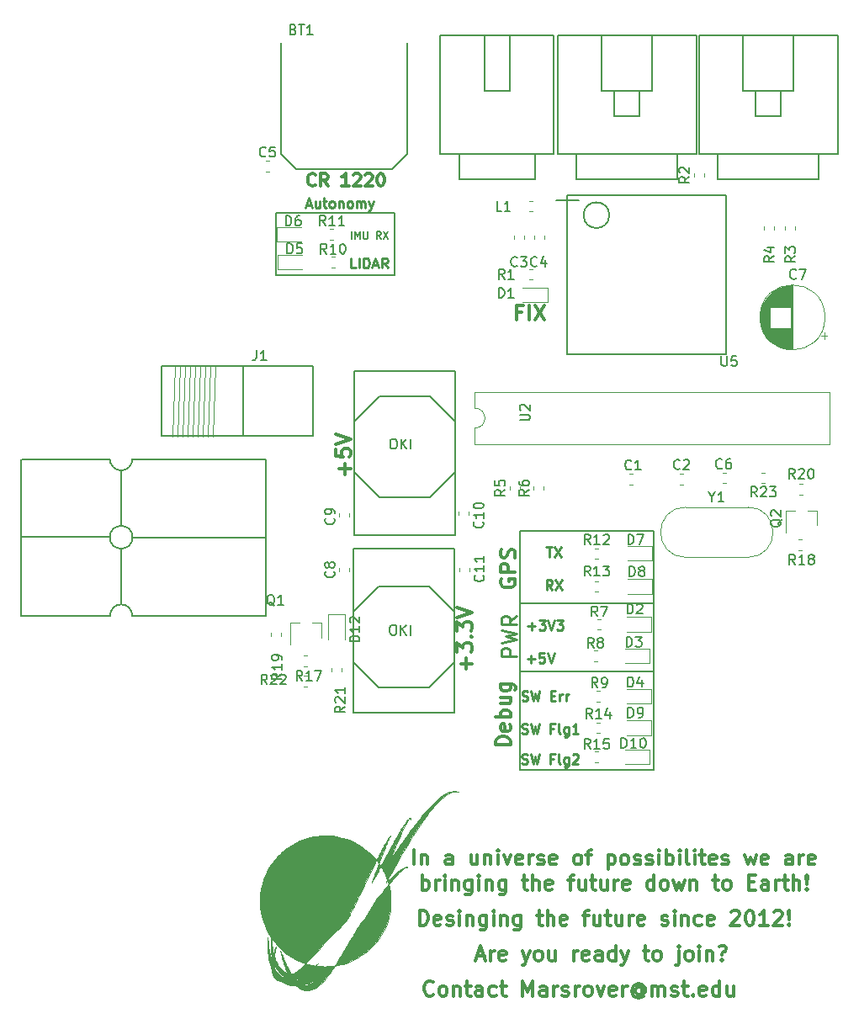
<source format=gbr>
G04 #@! TF.GenerationSoftware,KiCad,Pcbnew,(5.1.2)-1*
G04 #@! TF.CreationDate,2019-08-02T20:14:08-05:00*
G04 #@! TF.ProjectId,NavBoard_Hardware,4e617642-6f61-4726-945f-486172647761,rev?*
G04 #@! TF.SameCoordinates,Original*
G04 #@! TF.FileFunction,Legend,Top*
G04 #@! TF.FilePolarity,Positive*
%FSLAX46Y46*%
G04 Gerber Fmt 4.6, Leading zero omitted, Abs format (unit mm)*
G04 Created by KiCad (PCBNEW (5.1.2)-1) date 2019-08-02 20:14:08*
%MOMM*%
%LPD*%
G04 APERTURE LIST*
%ADD10C,0.300000*%
%ADD11C,0.200000*%
%ADD12C,0.248000*%
%ADD13C,0.184500*%
%ADD14C,0.010000*%
%ADD15C,0.150000*%
%ADD16C,0.120000*%
%ADD17C,0.050000*%
G04 APERTURE END LIST*
D10*
X139610285Y-145030000D02*
X140324571Y-145030000D01*
X139467428Y-145458571D02*
X139967428Y-143958571D01*
X140467428Y-145458571D01*
X140967428Y-145458571D02*
X140967428Y-144458571D01*
X140967428Y-144744285D02*
X141038857Y-144601428D01*
X141110285Y-144530000D01*
X141253142Y-144458571D01*
X141396000Y-144458571D01*
X142467428Y-145387142D02*
X142324571Y-145458571D01*
X142038857Y-145458571D01*
X141896000Y-145387142D01*
X141824571Y-145244285D01*
X141824571Y-144672857D01*
X141896000Y-144530000D01*
X142038857Y-144458571D01*
X142324571Y-144458571D01*
X142467428Y-144530000D01*
X142538857Y-144672857D01*
X142538857Y-144815714D01*
X141824571Y-144958571D01*
X144181714Y-144458571D02*
X144538857Y-145458571D01*
X144896000Y-144458571D02*
X144538857Y-145458571D01*
X144396000Y-145815714D01*
X144324571Y-145887142D01*
X144181714Y-145958571D01*
X145681714Y-145458571D02*
X145538857Y-145387142D01*
X145467428Y-145315714D01*
X145396000Y-145172857D01*
X145396000Y-144744285D01*
X145467428Y-144601428D01*
X145538857Y-144530000D01*
X145681714Y-144458571D01*
X145896000Y-144458571D01*
X146038857Y-144530000D01*
X146110285Y-144601428D01*
X146181714Y-144744285D01*
X146181714Y-145172857D01*
X146110285Y-145315714D01*
X146038857Y-145387142D01*
X145896000Y-145458571D01*
X145681714Y-145458571D01*
X147467428Y-144458571D02*
X147467428Y-145458571D01*
X146824571Y-144458571D02*
X146824571Y-145244285D01*
X146896000Y-145387142D01*
X147038857Y-145458571D01*
X147253142Y-145458571D01*
X147396000Y-145387142D01*
X147467428Y-145315714D01*
X149324571Y-145458571D02*
X149324571Y-144458571D01*
X149324571Y-144744285D02*
X149396000Y-144601428D01*
X149467428Y-144530000D01*
X149610285Y-144458571D01*
X149753142Y-144458571D01*
X150824571Y-145387142D02*
X150681714Y-145458571D01*
X150396000Y-145458571D01*
X150253142Y-145387142D01*
X150181714Y-145244285D01*
X150181714Y-144672857D01*
X150253142Y-144530000D01*
X150396000Y-144458571D01*
X150681714Y-144458571D01*
X150824571Y-144530000D01*
X150896000Y-144672857D01*
X150896000Y-144815714D01*
X150181714Y-144958571D01*
X152181714Y-145458571D02*
X152181714Y-144672857D01*
X152110285Y-144530000D01*
X151967428Y-144458571D01*
X151681714Y-144458571D01*
X151538857Y-144530000D01*
X152181714Y-145387142D02*
X152038857Y-145458571D01*
X151681714Y-145458571D01*
X151538857Y-145387142D01*
X151467428Y-145244285D01*
X151467428Y-145101428D01*
X151538857Y-144958571D01*
X151681714Y-144887142D01*
X152038857Y-144887142D01*
X152181714Y-144815714D01*
X153538857Y-145458571D02*
X153538857Y-143958571D01*
X153538857Y-145387142D02*
X153396000Y-145458571D01*
X153110285Y-145458571D01*
X152967428Y-145387142D01*
X152896000Y-145315714D01*
X152824571Y-145172857D01*
X152824571Y-144744285D01*
X152896000Y-144601428D01*
X152967428Y-144530000D01*
X153110285Y-144458571D01*
X153396000Y-144458571D01*
X153538857Y-144530000D01*
X154110285Y-144458571D02*
X154467428Y-145458571D01*
X154824571Y-144458571D02*
X154467428Y-145458571D01*
X154324571Y-145815714D01*
X154253142Y-145887142D01*
X154110285Y-145958571D01*
X156324571Y-144458571D02*
X156896000Y-144458571D01*
X156538857Y-143958571D02*
X156538857Y-145244285D01*
X156610285Y-145387142D01*
X156753142Y-145458571D01*
X156896000Y-145458571D01*
X157610285Y-145458571D02*
X157467428Y-145387142D01*
X157396000Y-145315714D01*
X157324571Y-145172857D01*
X157324571Y-144744285D01*
X157396000Y-144601428D01*
X157467428Y-144530000D01*
X157610285Y-144458571D01*
X157824571Y-144458571D01*
X157967428Y-144530000D01*
X158038857Y-144601428D01*
X158110285Y-144744285D01*
X158110285Y-145172857D01*
X158038857Y-145315714D01*
X157967428Y-145387142D01*
X157824571Y-145458571D01*
X157610285Y-145458571D01*
X159896000Y-144458571D02*
X159896000Y-145744285D01*
X159824571Y-145887142D01*
X159681714Y-145958571D01*
X159610285Y-145958571D01*
X159896000Y-143958571D02*
X159824571Y-144030000D01*
X159896000Y-144101428D01*
X159967428Y-144030000D01*
X159896000Y-143958571D01*
X159896000Y-144101428D01*
X160824571Y-145458571D02*
X160681714Y-145387142D01*
X160610285Y-145315714D01*
X160538857Y-145172857D01*
X160538857Y-144744285D01*
X160610285Y-144601428D01*
X160681714Y-144530000D01*
X160824571Y-144458571D01*
X161038857Y-144458571D01*
X161181714Y-144530000D01*
X161253142Y-144601428D01*
X161324571Y-144744285D01*
X161324571Y-145172857D01*
X161253142Y-145315714D01*
X161181714Y-145387142D01*
X161038857Y-145458571D01*
X160824571Y-145458571D01*
X161967428Y-145458571D02*
X161967428Y-144458571D01*
X161967428Y-143958571D02*
X161896000Y-144030000D01*
X161967428Y-144101428D01*
X162038857Y-144030000D01*
X161967428Y-143958571D01*
X161967428Y-144101428D01*
X162681714Y-144458571D02*
X162681714Y-145458571D01*
X162681714Y-144601428D02*
X162753142Y-144530000D01*
X162896000Y-144458571D01*
X163110285Y-144458571D01*
X163253142Y-144530000D01*
X163324571Y-144672857D01*
X163324571Y-145458571D01*
X164253142Y-145315714D02*
X164324571Y-145387142D01*
X164253142Y-145458571D01*
X164181714Y-145387142D01*
X164253142Y-145315714D01*
X164253142Y-145458571D01*
X163967428Y-144030000D02*
X164110285Y-143958571D01*
X164467428Y-143958571D01*
X164610285Y-144030000D01*
X164681714Y-144172857D01*
X164681714Y-144315714D01*
X164610285Y-144458571D01*
X164538857Y-144530000D01*
X164396000Y-144601428D01*
X164324571Y-144672857D01*
X164253142Y-144815714D01*
X164253142Y-144887142D01*
X133828571Y-141902571D02*
X133828571Y-140402571D01*
X134185714Y-140402571D01*
X134400000Y-140474000D01*
X134542857Y-140616857D01*
X134614285Y-140759714D01*
X134685714Y-141045428D01*
X134685714Y-141259714D01*
X134614285Y-141545428D01*
X134542857Y-141688285D01*
X134400000Y-141831142D01*
X134185714Y-141902571D01*
X133828571Y-141902571D01*
X135900000Y-141831142D02*
X135757142Y-141902571D01*
X135471428Y-141902571D01*
X135328571Y-141831142D01*
X135257142Y-141688285D01*
X135257142Y-141116857D01*
X135328571Y-140974000D01*
X135471428Y-140902571D01*
X135757142Y-140902571D01*
X135900000Y-140974000D01*
X135971428Y-141116857D01*
X135971428Y-141259714D01*
X135257142Y-141402571D01*
X136542857Y-141831142D02*
X136685714Y-141902571D01*
X136971428Y-141902571D01*
X137114285Y-141831142D01*
X137185714Y-141688285D01*
X137185714Y-141616857D01*
X137114285Y-141474000D01*
X136971428Y-141402571D01*
X136757142Y-141402571D01*
X136614285Y-141331142D01*
X136542857Y-141188285D01*
X136542857Y-141116857D01*
X136614285Y-140974000D01*
X136757142Y-140902571D01*
X136971428Y-140902571D01*
X137114285Y-140974000D01*
X137828571Y-141902571D02*
X137828571Y-140902571D01*
X137828571Y-140402571D02*
X137757142Y-140474000D01*
X137828571Y-140545428D01*
X137900000Y-140474000D01*
X137828571Y-140402571D01*
X137828571Y-140545428D01*
X138542857Y-140902571D02*
X138542857Y-141902571D01*
X138542857Y-141045428D02*
X138614285Y-140974000D01*
X138757142Y-140902571D01*
X138971428Y-140902571D01*
X139114285Y-140974000D01*
X139185714Y-141116857D01*
X139185714Y-141902571D01*
X140542857Y-140902571D02*
X140542857Y-142116857D01*
X140471428Y-142259714D01*
X140400000Y-142331142D01*
X140257142Y-142402571D01*
X140042857Y-142402571D01*
X139900000Y-142331142D01*
X140542857Y-141831142D02*
X140400000Y-141902571D01*
X140114285Y-141902571D01*
X139971428Y-141831142D01*
X139900000Y-141759714D01*
X139828571Y-141616857D01*
X139828571Y-141188285D01*
X139900000Y-141045428D01*
X139971428Y-140974000D01*
X140114285Y-140902571D01*
X140400000Y-140902571D01*
X140542857Y-140974000D01*
X141257142Y-141902571D02*
X141257142Y-140902571D01*
X141257142Y-140402571D02*
X141185714Y-140474000D01*
X141257142Y-140545428D01*
X141328571Y-140474000D01*
X141257142Y-140402571D01*
X141257142Y-140545428D01*
X141971428Y-140902571D02*
X141971428Y-141902571D01*
X141971428Y-141045428D02*
X142042857Y-140974000D01*
X142185714Y-140902571D01*
X142400000Y-140902571D01*
X142542857Y-140974000D01*
X142614285Y-141116857D01*
X142614285Y-141902571D01*
X143971428Y-140902571D02*
X143971428Y-142116857D01*
X143900000Y-142259714D01*
X143828571Y-142331142D01*
X143685714Y-142402571D01*
X143471428Y-142402571D01*
X143328571Y-142331142D01*
X143971428Y-141831142D02*
X143828571Y-141902571D01*
X143542857Y-141902571D01*
X143400000Y-141831142D01*
X143328571Y-141759714D01*
X143257142Y-141616857D01*
X143257142Y-141188285D01*
X143328571Y-141045428D01*
X143400000Y-140974000D01*
X143542857Y-140902571D01*
X143828571Y-140902571D01*
X143971428Y-140974000D01*
X145614285Y-140902571D02*
X146185714Y-140902571D01*
X145828571Y-140402571D02*
X145828571Y-141688285D01*
X145900000Y-141831142D01*
X146042857Y-141902571D01*
X146185714Y-141902571D01*
X146685714Y-141902571D02*
X146685714Y-140402571D01*
X147328571Y-141902571D02*
X147328571Y-141116857D01*
X147257142Y-140974000D01*
X147114285Y-140902571D01*
X146900000Y-140902571D01*
X146757142Y-140974000D01*
X146685714Y-141045428D01*
X148614285Y-141831142D02*
X148471428Y-141902571D01*
X148185714Y-141902571D01*
X148042857Y-141831142D01*
X147971428Y-141688285D01*
X147971428Y-141116857D01*
X148042857Y-140974000D01*
X148185714Y-140902571D01*
X148471428Y-140902571D01*
X148614285Y-140974000D01*
X148685714Y-141116857D01*
X148685714Y-141259714D01*
X147971428Y-141402571D01*
X150257142Y-140902571D02*
X150828571Y-140902571D01*
X150471428Y-141902571D02*
X150471428Y-140616857D01*
X150542857Y-140474000D01*
X150685714Y-140402571D01*
X150828571Y-140402571D01*
X151971428Y-140902571D02*
X151971428Y-141902571D01*
X151328571Y-140902571D02*
X151328571Y-141688285D01*
X151400000Y-141831142D01*
X151542857Y-141902571D01*
X151757142Y-141902571D01*
X151900000Y-141831142D01*
X151971428Y-141759714D01*
X152471428Y-140902571D02*
X153042857Y-140902571D01*
X152685714Y-140402571D02*
X152685714Y-141688285D01*
X152757142Y-141831142D01*
X152900000Y-141902571D01*
X153042857Y-141902571D01*
X154185714Y-140902571D02*
X154185714Y-141902571D01*
X153542857Y-140902571D02*
X153542857Y-141688285D01*
X153614285Y-141831142D01*
X153757142Y-141902571D01*
X153971428Y-141902571D01*
X154114285Y-141831142D01*
X154185714Y-141759714D01*
X154900000Y-141902571D02*
X154900000Y-140902571D01*
X154900000Y-141188285D02*
X154971428Y-141045428D01*
X155042857Y-140974000D01*
X155185714Y-140902571D01*
X155328571Y-140902571D01*
X156400000Y-141831142D02*
X156257142Y-141902571D01*
X155971428Y-141902571D01*
X155828571Y-141831142D01*
X155757142Y-141688285D01*
X155757142Y-141116857D01*
X155828571Y-140974000D01*
X155971428Y-140902571D01*
X156257142Y-140902571D01*
X156400000Y-140974000D01*
X156471428Y-141116857D01*
X156471428Y-141259714D01*
X155757142Y-141402571D01*
X158185714Y-141831142D02*
X158328571Y-141902571D01*
X158614285Y-141902571D01*
X158757142Y-141831142D01*
X158828571Y-141688285D01*
X158828571Y-141616857D01*
X158757142Y-141474000D01*
X158614285Y-141402571D01*
X158400000Y-141402571D01*
X158257142Y-141331142D01*
X158185714Y-141188285D01*
X158185714Y-141116857D01*
X158257142Y-140974000D01*
X158400000Y-140902571D01*
X158614285Y-140902571D01*
X158757142Y-140974000D01*
X159471428Y-141902571D02*
X159471428Y-140902571D01*
X159471428Y-140402571D02*
X159400000Y-140474000D01*
X159471428Y-140545428D01*
X159542857Y-140474000D01*
X159471428Y-140402571D01*
X159471428Y-140545428D01*
X160185714Y-140902571D02*
X160185714Y-141902571D01*
X160185714Y-141045428D02*
X160257142Y-140974000D01*
X160400000Y-140902571D01*
X160614285Y-140902571D01*
X160757142Y-140974000D01*
X160828571Y-141116857D01*
X160828571Y-141902571D01*
X162185714Y-141831142D02*
X162042857Y-141902571D01*
X161757142Y-141902571D01*
X161614285Y-141831142D01*
X161542857Y-141759714D01*
X161471428Y-141616857D01*
X161471428Y-141188285D01*
X161542857Y-141045428D01*
X161614285Y-140974000D01*
X161757142Y-140902571D01*
X162042857Y-140902571D01*
X162185714Y-140974000D01*
X163400000Y-141831142D02*
X163257142Y-141902571D01*
X162971428Y-141902571D01*
X162828571Y-141831142D01*
X162757142Y-141688285D01*
X162757142Y-141116857D01*
X162828571Y-140974000D01*
X162971428Y-140902571D01*
X163257142Y-140902571D01*
X163400000Y-140974000D01*
X163471428Y-141116857D01*
X163471428Y-141259714D01*
X162757142Y-141402571D01*
X165185714Y-140545428D02*
X165257142Y-140474000D01*
X165400000Y-140402571D01*
X165757142Y-140402571D01*
X165900000Y-140474000D01*
X165971428Y-140545428D01*
X166042857Y-140688285D01*
X166042857Y-140831142D01*
X165971428Y-141045428D01*
X165114285Y-141902571D01*
X166042857Y-141902571D01*
X166971428Y-140402571D02*
X167114285Y-140402571D01*
X167257142Y-140474000D01*
X167328571Y-140545428D01*
X167400000Y-140688285D01*
X167471428Y-140974000D01*
X167471428Y-141331142D01*
X167400000Y-141616857D01*
X167328571Y-141759714D01*
X167257142Y-141831142D01*
X167114285Y-141902571D01*
X166971428Y-141902571D01*
X166828571Y-141831142D01*
X166757142Y-141759714D01*
X166685714Y-141616857D01*
X166614285Y-141331142D01*
X166614285Y-140974000D01*
X166685714Y-140688285D01*
X166757142Y-140545428D01*
X166828571Y-140474000D01*
X166971428Y-140402571D01*
X168900000Y-141902571D02*
X168042857Y-141902571D01*
X168471428Y-141902571D02*
X168471428Y-140402571D01*
X168328571Y-140616857D01*
X168185714Y-140759714D01*
X168042857Y-140831142D01*
X169471428Y-140545428D02*
X169542857Y-140474000D01*
X169685714Y-140402571D01*
X170042857Y-140402571D01*
X170185714Y-140474000D01*
X170257142Y-140545428D01*
X170328571Y-140688285D01*
X170328571Y-140831142D01*
X170257142Y-141045428D01*
X169400000Y-141902571D01*
X170328571Y-141902571D01*
X170971428Y-141759714D02*
X171042857Y-141831142D01*
X170971428Y-141902571D01*
X170900000Y-141831142D01*
X170971428Y-141759714D01*
X170971428Y-141902571D01*
X170971428Y-141331142D02*
X170900000Y-140474000D01*
X170971428Y-140402571D01*
X171042857Y-140474000D01*
X170971428Y-141331142D01*
X170971428Y-140402571D01*
X135200571Y-148880285D02*
X135128000Y-148952857D01*
X134910285Y-149025428D01*
X134765142Y-149025428D01*
X134547428Y-148952857D01*
X134402285Y-148807714D01*
X134329714Y-148662571D01*
X134257142Y-148372285D01*
X134257142Y-148154571D01*
X134329714Y-147864285D01*
X134402285Y-147719142D01*
X134547428Y-147574000D01*
X134765142Y-147501428D01*
X134910285Y-147501428D01*
X135128000Y-147574000D01*
X135200571Y-147646571D01*
X136071428Y-149025428D02*
X135926285Y-148952857D01*
X135853714Y-148880285D01*
X135781142Y-148735142D01*
X135781142Y-148299714D01*
X135853714Y-148154571D01*
X135926285Y-148082000D01*
X136071428Y-148009428D01*
X136289142Y-148009428D01*
X136434285Y-148082000D01*
X136506857Y-148154571D01*
X136579428Y-148299714D01*
X136579428Y-148735142D01*
X136506857Y-148880285D01*
X136434285Y-148952857D01*
X136289142Y-149025428D01*
X136071428Y-149025428D01*
X137232571Y-148009428D02*
X137232571Y-149025428D01*
X137232571Y-148154571D02*
X137305142Y-148082000D01*
X137450285Y-148009428D01*
X137668000Y-148009428D01*
X137813142Y-148082000D01*
X137885714Y-148227142D01*
X137885714Y-149025428D01*
X138393714Y-148009428D02*
X138974285Y-148009428D01*
X138611428Y-147501428D02*
X138611428Y-148807714D01*
X138684000Y-148952857D01*
X138829142Y-149025428D01*
X138974285Y-149025428D01*
X140135428Y-149025428D02*
X140135428Y-148227142D01*
X140062857Y-148082000D01*
X139917714Y-148009428D01*
X139627428Y-148009428D01*
X139482285Y-148082000D01*
X140135428Y-148952857D02*
X139990285Y-149025428D01*
X139627428Y-149025428D01*
X139482285Y-148952857D01*
X139409714Y-148807714D01*
X139409714Y-148662571D01*
X139482285Y-148517428D01*
X139627428Y-148444857D01*
X139990285Y-148444857D01*
X140135428Y-148372285D01*
X141514285Y-148952857D02*
X141369142Y-149025428D01*
X141078857Y-149025428D01*
X140933714Y-148952857D01*
X140861142Y-148880285D01*
X140788571Y-148735142D01*
X140788571Y-148299714D01*
X140861142Y-148154571D01*
X140933714Y-148082000D01*
X141078857Y-148009428D01*
X141369142Y-148009428D01*
X141514285Y-148082000D01*
X141949714Y-148009428D02*
X142530285Y-148009428D01*
X142167428Y-147501428D02*
X142167428Y-148807714D01*
X142240000Y-148952857D01*
X142385142Y-149025428D01*
X142530285Y-149025428D01*
X144199428Y-149025428D02*
X144199428Y-147501428D01*
X144707428Y-148590000D01*
X145215428Y-147501428D01*
X145215428Y-149025428D01*
X146594285Y-149025428D02*
X146594285Y-148227142D01*
X146521714Y-148082000D01*
X146376571Y-148009428D01*
X146086285Y-148009428D01*
X145941142Y-148082000D01*
X146594285Y-148952857D02*
X146449142Y-149025428D01*
X146086285Y-149025428D01*
X145941142Y-148952857D01*
X145868571Y-148807714D01*
X145868571Y-148662571D01*
X145941142Y-148517428D01*
X146086285Y-148444857D01*
X146449142Y-148444857D01*
X146594285Y-148372285D01*
X147320000Y-149025428D02*
X147320000Y-148009428D01*
X147320000Y-148299714D02*
X147392571Y-148154571D01*
X147465142Y-148082000D01*
X147610285Y-148009428D01*
X147755428Y-148009428D01*
X148190857Y-148952857D02*
X148336000Y-149025428D01*
X148626285Y-149025428D01*
X148771428Y-148952857D01*
X148844000Y-148807714D01*
X148844000Y-148735142D01*
X148771428Y-148590000D01*
X148626285Y-148517428D01*
X148408571Y-148517428D01*
X148263428Y-148444857D01*
X148190857Y-148299714D01*
X148190857Y-148227142D01*
X148263428Y-148082000D01*
X148408571Y-148009428D01*
X148626285Y-148009428D01*
X148771428Y-148082000D01*
X149497142Y-149025428D02*
X149497142Y-148009428D01*
X149497142Y-148299714D02*
X149569714Y-148154571D01*
X149642285Y-148082000D01*
X149787428Y-148009428D01*
X149932571Y-148009428D01*
X150658285Y-149025428D02*
X150513142Y-148952857D01*
X150440571Y-148880285D01*
X150368000Y-148735142D01*
X150368000Y-148299714D01*
X150440571Y-148154571D01*
X150513142Y-148082000D01*
X150658285Y-148009428D01*
X150876000Y-148009428D01*
X151021142Y-148082000D01*
X151093714Y-148154571D01*
X151166285Y-148299714D01*
X151166285Y-148735142D01*
X151093714Y-148880285D01*
X151021142Y-148952857D01*
X150876000Y-149025428D01*
X150658285Y-149025428D01*
X151674285Y-148009428D02*
X152037142Y-149025428D01*
X152400000Y-148009428D01*
X153561142Y-148952857D02*
X153416000Y-149025428D01*
X153125714Y-149025428D01*
X152980571Y-148952857D01*
X152908000Y-148807714D01*
X152908000Y-148227142D01*
X152980571Y-148082000D01*
X153125714Y-148009428D01*
X153416000Y-148009428D01*
X153561142Y-148082000D01*
X153633714Y-148227142D01*
X153633714Y-148372285D01*
X152908000Y-148517428D01*
X154286857Y-149025428D02*
X154286857Y-148009428D01*
X154286857Y-148299714D02*
X154359428Y-148154571D01*
X154432000Y-148082000D01*
X154577142Y-148009428D01*
X154722285Y-148009428D01*
X156173714Y-148299714D02*
X156101142Y-148227142D01*
X155956000Y-148154571D01*
X155810857Y-148154571D01*
X155665714Y-148227142D01*
X155593142Y-148299714D01*
X155520571Y-148444857D01*
X155520571Y-148590000D01*
X155593142Y-148735142D01*
X155665714Y-148807714D01*
X155810857Y-148880285D01*
X155956000Y-148880285D01*
X156101142Y-148807714D01*
X156173714Y-148735142D01*
X156173714Y-148154571D02*
X156173714Y-148735142D01*
X156246285Y-148807714D01*
X156318857Y-148807714D01*
X156464000Y-148735142D01*
X156536571Y-148590000D01*
X156536571Y-148227142D01*
X156391428Y-148009428D01*
X156173714Y-147864285D01*
X155883428Y-147791714D01*
X155593142Y-147864285D01*
X155375428Y-148009428D01*
X155230285Y-148227142D01*
X155157714Y-148517428D01*
X155230285Y-148807714D01*
X155375428Y-149025428D01*
X155593142Y-149170571D01*
X155883428Y-149243142D01*
X156173714Y-149170571D01*
X156391428Y-149025428D01*
X157189714Y-149025428D02*
X157189714Y-148009428D01*
X157189714Y-148154571D02*
X157262285Y-148082000D01*
X157407428Y-148009428D01*
X157625142Y-148009428D01*
X157770285Y-148082000D01*
X157842857Y-148227142D01*
X157842857Y-149025428D01*
X157842857Y-148227142D02*
X157915428Y-148082000D01*
X158060571Y-148009428D01*
X158278285Y-148009428D01*
X158423428Y-148082000D01*
X158496000Y-148227142D01*
X158496000Y-149025428D01*
X159149142Y-148952857D02*
X159294285Y-149025428D01*
X159584571Y-149025428D01*
X159729714Y-148952857D01*
X159802285Y-148807714D01*
X159802285Y-148735142D01*
X159729714Y-148590000D01*
X159584571Y-148517428D01*
X159366857Y-148517428D01*
X159221714Y-148444857D01*
X159149142Y-148299714D01*
X159149142Y-148227142D01*
X159221714Y-148082000D01*
X159366857Y-148009428D01*
X159584571Y-148009428D01*
X159729714Y-148082000D01*
X160237714Y-148009428D02*
X160818285Y-148009428D01*
X160455428Y-147501428D02*
X160455428Y-148807714D01*
X160528000Y-148952857D01*
X160673142Y-149025428D01*
X160818285Y-149025428D01*
X161326285Y-148880285D02*
X161398857Y-148952857D01*
X161326285Y-149025428D01*
X161253714Y-148952857D01*
X161326285Y-148880285D01*
X161326285Y-149025428D01*
X162632571Y-148952857D02*
X162487428Y-149025428D01*
X162197142Y-149025428D01*
X162052000Y-148952857D01*
X161979428Y-148807714D01*
X161979428Y-148227142D01*
X162052000Y-148082000D01*
X162197142Y-148009428D01*
X162487428Y-148009428D01*
X162632571Y-148082000D01*
X162705142Y-148227142D01*
X162705142Y-148372285D01*
X161979428Y-148517428D01*
X164011428Y-149025428D02*
X164011428Y-147501428D01*
X164011428Y-148952857D02*
X163866285Y-149025428D01*
X163576000Y-149025428D01*
X163430857Y-148952857D01*
X163358285Y-148880285D01*
X163285714Y-148735142D01*
X163285714Y-148299714D01*
X163358285Y-148154571D01*
X163430857Y-148082000D01*
X163576000Y-148009428D01*
X163866285Y-148009428D01*
X164011428Y-148082000D01*
X165390285Y-148009428D02*
X165390285Y-149025428D01*
X164737142Y-148009428D02*
X164737142Y-148807714D01*
X164809714Y-148952857D01*
X164954857Y-149025428D01*
X165172571Y-149025428D01*
X165317714Y-148952857D01*
X165390285Y-148880285D01*
X133273142Y-135801571D02*
X133273142Y-134301571D01*
X133987428Y-134801571D02*
X133987428Y-135801571D01*
X133987428Y-134944428D02*
X134058857Y-134873000D01*
X134201714Y-134801571D01*
X134416000Y-134801571D01*
X134558857Y-134873000D01*
X134630285Y-135015857D01*
X134630285Y-135801571D01*
X137130285Y-135801571D02*
X137130285Y-135015857D01*
X137058857Y-134873000D01*
X136916000Y-134801571D01*
X136630285Y-134801571D01*
X136487428Y-134873000D01*
X137130285Y-135730142D02*
X136987428Y-135801571D01*
X136630285Y-135801571D01*
X136487428Y-135730142D01*
X136416000Y-135587285D01*
X136416000Y-135444428D01*
X136487428Y-135301571D01*
X136630285Y-135230142D01*
X136987428Y-135230142D01*
X137130285Y-135158714D01*
X139630285Y-134801571D02*
X139630285Y-135801571D01*
X138987428Y-134801571D02*
X138987428Y-135587285D01*
X139058857Y-135730142D01*
X139201714Y-135801571D01*
X139416000Y-135801571D01*
X139558857Y-135730142D01*
X139630285Y-135658714D01*
X140344571Y-134801571D02*
X140344571Y-135801571D01*
X140344571Y-134944428D02*
X140416000Y-134873000D01*
X140558857Y-134801571D01*
X140773142Y-134801571D01*
X140916000Y-134873000D01*
X140987428Y-135015857D01*
X140987428Y-135801571D01*
X141701714Y-135801571D02*
X141701714Y-134801571D01*
X141701714Y-134301571D02*
X141630285Y-134373000D01*
X141701714Y-134444428D01*
X141773142Y-134373000D01*
X141701714Y-134301571D01*
X141701714Y-134444428D01*
X142273142Y-134801571D02*
X142630285Y-135801571D01*
X142987428Y-134801571D01*
X144130285Y-135730142D02*
X143987428Y-135801571D01*
X143701714Y-135801571D01*
X143558857Y-135730142D01*
X143487428Y-135587285D01*
X143487428Y-135015857D01*
X143558857Y-134873000D01*
X143701714Y-134801571D01*
X143987428Y-134801571D01*
X144130285Y-134873000D01*
X144201714Y-135015857D01*
X144201714Y-135158714D01*
X143487428Y-135301571D01*
X144844571Y-135801571D02*
X144844571Y-134801571D01*
X144844571Y-135087285D02*
X144916000Y-134944428D01*
X144987428Y-134873000D01*
X145130285Y-134801571D01*
X145273142Y-134801571D01*
X145701714Y-135730142D02*
X145844571Y-135801571D01*
X146130285Y-135801571D01*
X146273142Y-135730142D01*
X146344571Y-135587285D01*
X146344571Y-135515857D01*
X146273142Y-135373000D01*
X146130285Y-135301571D01*
X145916000Y-135301571D01*
X145773142Y-135230142D01*
X145701714Y-135087285D01*
X145701714Y-135015857D01*
X145773142Y-134873000D01*
X145916000Y-134801571D01*
X146130285Y-134801571D01*
X146273142Y-134873000D01*
X147558857Y-135730142D02*
X147416000Y-135801571D01*
X147130285Y-135801571D01*
X146987428Y-135730142D01*
X146916000Y-135587285D01*
X146916000Y-135015857D01*
X146987428Y-134873000D01*
X147130285Y-134801571D01*
X147416000Y-134801571D01*
X147558857Y-134873000D01*
X147630285Y-135015857D01*
X147630285Y-135158714D01*
X146916000Y-135301571D01*
X149630285Y-135801571D02*
X149487428Y-135730142D01*
X149416000Y-135658714D01*
X149344571Y-135515857D01*
X149344571Y-135087285D01*
X149416000Y-134944428D01*
X149487428Y-134873000D01*
X149630285Y-134801571D01*
X149844571Y-134801571D01*
X149987428Y-134873000D01*
X150058857Y-134944428D01*
X150130285Y-135087285D01*
X150130285Y-135515857D01*
X150058857Y-135658714D01*
X149987428Y-135730142D01*
X149844571Y-135801571D01*
X149630285Y-135801571D01*
X150558857Y-134801571D02*
X151130285Y-134801571D01*
X150773142Y-135801571D02*
X150773142Y-134515857D01*
X150844571Y-134373000D01*
X150987428Y-134301571D01*
X151130285Y-134301571D01*
X152773142Y-134801571D02*
X152773142Y-136301571D01*
X152773142Y-134873000D02*
X152916000Y-134801571D01*
X153201714Y-134801571D01*
X153344571Y-134873000D01*
X153416000Y-134944428D01*
X153487428Y-135087285D01*
X153487428Y-135515857D01*
X153416000Y-135658714D01*
X153344571Y-135730142D01*
X153201714Y-135801571D01*
X152916000Y-135801571D01*
X152773142Y-135730142D01*
X154344571Y-135801571D02*
X154201714Y-135730142D01*
X154130285Y-135658714D01*
X154058857Y-135515857D01*
X154058857Y-135087285D01*
X154130285Y-134944428D01*
X154201714Y-134873000D01*
X154344571Y-134801571D01*
X154558857Y-134801571D01*
X154701714Y-134873000D01*
X154773142Y-134944428D01*
X154844571Y-135087285D01*
X154844571Y-135515857D01*
X154773142Y-135658714D01*
X154701714Y-135730142D01*
X154558857Y-135801571D01*
X154344571Y-135801571D01*
X155416000Y-135730142D02*
X155558857Y-135801571D01*
X155844571Y-135801571D01*
X155987428Y-135730142D01*
X156058857Y-135587285D01*
X156058857Y-135515857D01*
X155987428Y-135373000D01*
X155844571Y-135301571D01*
X155630285Y-135301571D01*
X155487428Y-135230142D01*
X155416000Y-135087285D01*
X155416000Y-135015857D01*
X155487428Y-134873000D01*
X155630285Y-134801571D01*
X155844571Y-134801571D01*
X155987428Y-134873000D01*
X156630285Y-135730142D02*
X156773142Y-135801571D01*
X157058857Y-135801571D01*
X157201714Y-135730142D01*
X157273142Y-135587285D01*
X157273142Y-135515857D01*
X157201714Y-135373000D01*
X157058857Y-135301571D01*
X156844571Y-135301571D01*
X156701714Y-135230142D01*
X156630285Y-135087285D01*
X156630285Y-135015857D01*
X156701714Y-134873000D01*
X156844571Y-134801571D01*
X157058857Y-134801571D01*
X157201714Y-134873000D01*
X157916000Y-135801571D02*
X157916000Y-134801571D01*
X157916000Y-134301571D02*
X157844571Y-134373000D01*
X157916000Y-134444428D01*
X157987428Y-134373000D01*
X157916000Y-134301571D01*
X157916000Y-134444428D01*
X158630285Y-135801571D02*
X158630285Y-134301571D01*
X158630285Y-134873000D02*
X158773142Y-134801571D01*
X159058857Y-134801571D01*
X159201714Y-134873000D01*
X159273142Y-134944428D01*
X159344571Y-135087285D01*
X159344571Y-135515857D01*
X159273142Y-135658714D01*
X159201714Y-135730142D01*
X159058857Y-135801571D01*
X158773142Y-135801571D01*
X158630285Y-135730142D01*
X159987428Y-135801571D02*
X159987428Y-134801571D01*
X159987428Y-134301571D02*
X159916000Y-134373000D01*
X159987428Y-134444428D01*
X160058857Y-134373000D01*
X159987428Y-134301571D01*
X159987428Y-134444428D01*
X160916000Y-135801571D02*
X160773142Y-135730142D01*
X160701714Y-135587285D01*
X160701714Y-134301571D01*
X161487428Y-135801571D02*
X161487428Y-134801571D01*
X161487428Y-134301571D02*
X161416000Y-134373000D01*
X161487428Y-134444428D01*
X161558857Y-134373000D01*
X161487428Y-134301571D01*
X161487428Y-134444428D01*
X161987428Y-134801571D02*
X162558857Y-134801571D01*
X162201714Y-134301571D02*
X162201714Y-135587285D01*
X162273142Y-135730142D01*
X162416000Y-135801571D01*
X162558857Y-135801571D01*
X163630285Y-135730142D02*
X163487428Y-135801571D01*
X163201714Y-135801571D01*
X163058857Y-135730142D01*
X162987428Y-135587285D01*
X162987428Y-135015857D01*
X163058857Y-134873000D01*
X163201714Y-134801571D01*
X163487428Y-134801571D01*
X163630285Y-134873000D01*
X163701714Y-135015857D01*
X163701714Y-135158714D01*
X162987428Y-135301571D01*
X164273142Y-135730142D02*
X164416000Y-135801571D01*
X164701714Y-135801571D01*
X164844571Y-135730142D01*
X164916000Y-135587285D01*
X164916000Y-135515857D01*
X164844571Y-135373000D01*
X164701714Y-135301571D01*
X164487428Y-135301571D01*
X164344571Y-135230142D01*
X164273142Y-135087285D01*
X164273142Y-135015857D01*
X164344571Y-134873000D01*
X164487428Y-134801571D01*
X164701714Y-134801571D01*
X164844571Y-134873000D01*
X166558857Y-134801571D02*
X166844571Y-135801571D01*
X167130285Y-135087285D01*
X167416000Y-135801571D01*
X167701714Y-134801571D01*
X168844571Y-135730142D02*
X168701714Y-135801571D01*
X168416000Y-135801571D01*
X168273142Y-135730142D01*
X168201714Y-135587285D01*
X168201714Y-135015857D01*
X168273142Y-134873000D01*
X168416000Y-134801571D01*
X168701714Y-134801571D01*
X168844571Y-134873000D01*
X168916000Y-135015857D01*
X168916000Y-135158714D01*
X168201714Y-135301571D01*
X171344571Y-135801571D02*
X171344571Y-135015857D01*
X171273142Y-134873000D01*
X171130285Y-134801571D01*
X170844571Y-134801571D01*
X170701714Y-134873000D01*
X171344571Y-135730142D02*
X171201714Y-135801571D01*
X170844571Y-135801571D01*
X170701714Y-135730142D01*
X170630285Y-135587285D01*
X170630285Y-135444428D01*
X170701714Y-135301571D01*
X170844571Y-135230142D01*
X171201714Y-135230142D01*
X171344571Y-135158714D01*
X172058857Y-135801571D02*
X172058857Y-134801571D01*
X172058857Y-135087285D02*
X172130285Y-134944428D01*
X172201714Y-134873000D01*
X172344571Y-134801571D01*
X172487428Y-134801571D01*
X173558857Y-135730142D02*
X173416000Y-135801571D01*
X173130285Y-135801571D01*
X172987428Y-135730142D01*
X172916000Y-135587285D01*
X172916000Y-135015857D01*
X172987428Y-134873000D01*
X173130285Y-134801571D01*
X173416000Y-134801571D01*
X173558857Y-134873000D01*
X173630285Y-135015857D01*
X173630285Y-135158714D01*
X172916000Y-135301571D01*
X134058857Y-138351571D02*
X134058857Y-136851571D01*
X134058857Y-137423000D02*
X134201714Y-137351571D01*
X134487428Y-137351571D01*
X134630285Y-137423000D01*
X134701714Y-137494428D01*
X134773142Y-137637285D01*
X134773142Y-138065857D01*
X134701714Y-138208714D01*
X134630285Y-138280142D01*
X134487428Y-138351571D01*
X134201714Y-138351571D01*
X134058857Y-138280142D01*
X135416000Y-138351571D02*
X135416000Y-137351571D01*
X135416000Y-137637285D02*
X135487428Y-137494428D01*
X135558857Y-137423000D01*
X135701714Y-137351571D01*
X135844571Y-137351571D01*
X136344571Y-138351571D02*
X136344571Y-137351571D01*
X136344571Y-136851571D02*
X136273142Y-136923000D01*
X136344571Y-136994428D01*
X136416000Y-136923000D01*
X136344571Y-136851571D01*
X136344571Y-136994428D01*
X137058857Y-137351571D02*
X137058857Y-138351571D01*
X137058857Y-137494428D02*
X137130285Y-137423000D01*
X137273142Y-137351571D01*
X137487428Y-137351571D01*
X137630285Y-137423000D01*
X137701714Y-137565857D01*
X137701714Y-138351571D01*
X139058857Y-137351571D02*
X139058857Y-138565857D01*
X138987428Y-138708714D01*
X138916000Y-138780142D01*
X138773142Y-138851571D01*
X138558857Y-138851571D01*
X138416000Y-138780142D01*
X139058857Y-138280142D02*
X138916000Y-138351571D01*
X138630285Y-138351571D01*
X138487428Y-138280142D01*
X138416000Y-138208714D01*
X138344571Y-138065857D01*
X138344571Y-137637285D01*
X138416000Y-137494428D01*
X138487428Y-137423000D01*
X138630285Y-137351571D01*
X138916000Y-137351571D01*
X139058857Y-137423000D01*
X139773142Y-138351571D02*
X139773142Y-137351571D01*
X139773142Y-136851571D02*
X139701714Y-136923000D01*
X139773142Y-136994428D01*
X139844571Y-136923000D01*
X139773142Y-136851571D01*
X139773142Y-136994428D01*
X140487428Y-137351571D02*
X140487428Y-138351571D01*
X140487428Y-137494428D02*
X140558857Y-137423000D01*
X140701714Y-137351571D01*
X140916000Y-137351571D01*
X141058857Y-137423000D01*
X141130285Y-137565857D01*
X141130285Y-138351571D01*
X142487428Y-137351571D02*
X142487428Y-138565857D01*
X142416000Y-138708714D01*
X142344571Y-138780142D01*
X142201714Y-138851571D01*
X141987428Y-138851571D01*
X141844571Y-138780142D01*
X142487428Y-138280142D02*
X142344571Y-138351571D01*
X142058857Y-138351571D01*
X141916000Y-138280142D01*
X141844571Y-138208714D01*
X141773142Y-138065857D01*
X141773142Y-137637285D01*
X141844571Y-137494428D01*
X141916000Y-137423000D01*
X142058857Y-137351571D01*
X142344571Y-137351571D01*
X142487428Y-137423000D01*
X144130285Y-137351571D02*
X144701714Y-137351571D01*
X144344571Y-136851571D02*
X144344571Y-138137285D01*
X144416000Y-138280142D01*
X144558857Y-138351571D01*
X144701714Y-138351571D01*
X145201714Y-138351571D02*
X145201714Y-136851571D01*
X145844571Y-138351571D02*
X145844571Y-137565857D01*
X145773142Y-137423000D01*
X145630285Y-137351571D01*
X145416000Y-137351571D01*
X145273142Y-137423000D01*
X145201714Y-137494428D01*
X147130285Y-138280142D02*
X146987428Y-138351571D01*
X146701714Y-138351571D01*
X146558857Y-138280142D01*
X146487428Y-138137285D01*
X146487428Y-137565857D01*
X146558857Y-137423000D01*
X146701714Y-137351571D01*
X146987428Y-137351571D01*
X147130285Y-137423000D01*
X147201714Y-137565857D01*
X147201714Y-137708714D01*
X146487428Y-137851571D01*
X148773142Y-137351571D02*
X149344571Y-137351571D01*
X148987428Y-138351571D02*
X148987428Y-137065857D01*
X149058857Y-136923000D01*
X149201714Y-136851571D01*
X149344571Y-136851571D01*
X150487428Y-137351571D02*
X150487428Y-138351571D01*
X149844571Y-137351571D02*
X149844571Y-138137285D01*
X149916000Y-138280142D01*
X150058857Y-138351571D01*
X150273142Y-138351571D01*
X150416000Y-138280142D01*
X150487428Y-138208714D01*
X150987428Y-137351571D02*
X151558857Y-137351571D01*
X151201714Y-136851571D02*
X151201714Y-138137285D01*
X151273142Y-138280142D01*
X151416000Y-138351571D01*
X151558857Y-138351571D01*
X152701714Y-137351571D02*
X152701714Y-138351571D01*
X152058857Y-137351571D02*
X152058857Y-138137285D01*
X152130285Y-138280142D01*
X152273142Y-138351571D01*
X152487428Y-138351571D01*
X152630285Y-138280142D01*
X152701714Y-138208714D01*
X153416000Y-138351571D02*
X153416000Y-137351571D01*
X153416000Y-137637285D02*
X153487428Y-137494428D01*
X153558857Y-137423000D01*
X153701714Y-137351571D01*
X153844571Y-137351571D01*
X154916000Y-138280142D02*
X154773142Y-138351571D01*
X154487428Y-138351571D01*
X154344571Y-138280142D01*
X154273142Y-138137285D01*
X154273142Y-137565857D01*
X154344571Y-137423000D01*
X154487428Y-137351571D01*
X154773142Y-137351571D01*
X154916000Y-137423000D01*
X154987428Y-137565857D01*
X154987428Y-137708714D01*
X154273142Y-137851571D01*
X157416000Y-138351571D02*
X157416000Y-136851571D01*
X157416000Y-138280142D02*
X157273142Y-138351571D01*
X156987428Y-138351571D01*
X156844571Y-138280142D01*
X156773142Y-138208714D01*
X156701714Y-138065857D01*
X156701714Y-137637285D01*
X156773142Y-137494428D01*
X156844571Y-137423000D01*
X156987428Y-137351571D01*
X157273142Y-137351571D01*
X157416000Y-137423000D01*
X158344571Y-138351571D02*
X158201714Y-138280142D01*
X158130285Y-138208714D01*
X158058857Y-138065857D01*
X158058857Y-137637285D01*
X158130285Y-137494428D01*
X158201714Y-137423000D01*
X158344571Y-137351571D01*
X158558857Y-137351571D01*
X158701714Y-137423000D01*
X158773142Y-137494428D01*
X158844571Y-137637285D01*
X158844571Y-138065857D01*
X158773142Y-138208714D01*
X158701714Y-138280142D01*
X158558857Y-138351571D01*
X158344571Y-138351571D01*
X159344571Y-137351571D02*
X159630285Y-138351571D01*
X159916000Y-137637285D01*
X160201714Y-138351571D01*
X160487428Y-137351571D01*
X161058857Y-137351571D02*
X161058857Y-138351571D01*
X161058857Y-137494428D02*
X161130285Y-137423000D01*
X161273142Y-137351571D01*
X161487428Y-137351571D01*
X161630285Y-137423000D01*
X161701714Y-137565857D01*
X161701714Y-138351571D01*
X163344571Y-137351571D02*
X163916000Y-137351571D01*
X163558857Y-136851571D02*
X163558857Y-138137285D01*
X163630285Y-138280142D01*
X163773142Y-138351571D01*
X163916000Y-138351571D01*
X164630285Y-138351571D02*
X164487428Y-138280142D01*
X164416000Y-138208714D01*
X164344571Y-138065857D01*
X164344571Y-137637285D01*
X164416000Y-137494428D01*
X164487428Y-137423000D01*
X164630285Y-137351571D01*
X164844571Y-137351571D01*
X164987428Y-137423000D01*
X165058857Y-137494428D01*
X165130285Y-137637285D01*
X165130285Y-138065857D01*
X165058857Y-138208714D01*
X164987428Y-138280142D01*
X164844571Y-138351571D01*
X164630285Y-138351571D01*
X166916000Y-137565857D02*
X167416000Y-137565857D01*
X167630285Y-138351571D02*
X166916000Y-138351571D01*
X166916000Y-136851571D01*
X167630285Y-136851571D01*
X168916000Y-138351571D02*
X168916000Y-137565857D01*
X168844571Y-137423000D01*
X168701714Y-137351571D01*
X168416000Y-137351571D01*
X168273142Y-137423000D01*
X168916000Y-138280142D02*
X168773142Y-138351571D01*
X168416000Y-138351571D01*
X168273142Y-138280142D01*
X168201714Y-138137285D01*
X168201714Y-137994428D01*
X168273142Y-137851571D01*
X168416000Y-137780142D01*
X168773142Y-137780142D01*
X168916000Y-137708714D01*
X169630285Y-138351571D02*
X169630285Y-137351571D01*
X169630285Y-137637285D02*
X169701714Y-137494428D01*
X169773142Y-137423000D01*
X169916000Y-137351571D01*
X170058857Y-137351571D01*
X170344571Y-137351571D02*
X170916000Y-137351571D01*
X170558857Y-136851571D02*
X170558857Y-138137285D01*
X170630285Y-138280142D01*
X170773142Y-138351571D01*
X170916000Y-138351571D01*
X171416000Y-138351571D02*
X171416000Y-136851571D01*
X172058857Y-138351571D02*
X172058857Y-137565857D01*
X171987428Y-137423000D01*
X171844571Y-137351571D01*
X171630285Y-137351571D01*
X171487428Y-137423000D01*
X171416000Y-137494428D01*
X172773142Y-138208714D02*
X172844571Y-138280142D01*
X172773142Y-138351571D01*
X172701714Y-138280142D01*
X172773142Y-138208714D01*
X172773142Y-138351571D01*
X172773142Y-137780142D02*
X172701714Y-136923000D01*
X172773142Y-136851571D01*
X172844571Y-136923000D01*
X172773142Y-137780142D01*
X172773142Y-136851571D01*
X138537142Y-116157000D02*
X138537142Y-115014142D01*
X139108571Y-115585571D02*
X137965714Y-115585571D01*
X137608571Y-114442714D02*
X137608571Y-113514142D01*
X138180000Y-114014142D01*
X138180000Y-113799857D01*
X138251428Y-113657000D01*
X138322857Y-113585571D01*
X138465714Y-113514142D01*
X138822857Y-113514142D01*
X138965714Y-113585571D01*
X139037142Y-113657000D01*
X139108571Y-113799857D01*
X139108571Y-114228428D01*
X139037142Y-114371285D01*
X138965714Y-114442714D01*
X138965714Y-112871285D02*
X139037142Y-112799857D01*
X139108571Y-112871285D01*
X139037142Y-112942714D01*
X138965714Y-112871285D01*
X139108571Y-112871285D01*
X137608571Y-112299857D02*
X137608571Y-111371285D01*
X138180000Y-111871285D01*
X138180000Y-111657000D01*
X138251428Y-111514142D01*
X138322857Y-111442714D01*
X138465714Y-111371285D01*
X138822857Y-111371285D01*
X138965714Y-111442714D01*
X139037142Y-111514142D01*
X139108571Y-111657000D01*
X139108571Y-112085571D01*
X139037142Y-112228428D01*
X138965714Y-112299857D01*
X137608571Y-110942714D02*
X139108571Y-110442714D01*
X137608571Y-109942714D01*
X144049857Y-80233057D02*
X143549857Y-80233057D01*
X143549857Y-81018771D02*
X143549857Y-79518771D01*
X144264142Y-79518771D01*
X144835571Y-81018771D02*
X144835571Y-79518771D01*
X145407000Y-79518771D02*
X146407000Y-81018771D01*
X146407000Y-79518771D02*
X145407000Y-81018771D01*
D11*
X143896500Y-109474000D02*
X143896500Y-102235000D01*
X143896500Y-126238000D02*
X143896500Y-109474000D01*
D10*
X142964371Y-123772228D02*
X141464371Y-123772228D01*
X141464371Y-123415085D01*
X141535800Y-123200800D01*
X141678657Y-123057942D01*
X141821514Y-122986514D01*
X142107228Y-122915085D01*
X142321514Y-122915085D01*
X142607228Y-122986514D01*
X142750085Y-123057942D01*
X142892942Y-123200800D01*
X142964371Y-123415085D01*
X142964371Y-123772228D01*
X142892942Y-121700800D02*
X142964371Y-121843657D01*
X142964371Y-122129371D01*
X142892942Y-122272228D01*
X142750085Y-122343657D01*
X142178657Y-122343657D01*
X142035800Y-122272228D01*
X141964371Y-122129371D01*
X141964371Y-121843657D01*
X142035800Y-121700800D01*
X142178657Y-121629371D01*
X142321514Y-121629371D01*
X142464371Y-122343657D01*
X142964371Y-120986514D02*
X141464371Y-120986514D01*
X142035800Y-120986514D02*
X141964371Y-120843657D01*
X141964371Y-120557942D01*
X142035800Y-120415085D01*
X142107228Y-120343657D01*
X142250085Y-120272228D01*
X142678657Y-120272228D01*
X142821514Y-120343657D01*
X142892942Y-120415085D01*
X142964371Y-120557942D01*
X142964371Y-120843657D01*
X142892942Y-120986514D01*
X141964371Y-118986514D02*
X142964371Y-118986514D01*
X141964371Y-119629371D02*
X142750085Y-119629371D01*
X142892942Y-119557942D01*
X142964371Y-119415085D01*
X142964371Y-119200800D01*
X142892942Y-119057942D01*
X142821514Y-118986514D01*
X141964371Y-117629371D02*
X143178657Y-117629371D01*
X143321514Y-117700800D01*
X143392942Y-117772228D01*
X143464371Y-117915085D01*
X143464371Y-118129371D01*
X143392942Y-118272228D01*
X142892942Y-117629371D02*
X142964371Y-117772228D01*
X142964371Y-118057942D01*
X142892942Y-118200800D01*
X142821514Y-118272228D01*
X142678657Y-118343657D01*
X142250085Y-118343657D01*
X142107228Y-118272228D01*
X142035800Y-118200800D01*
X141964371Y-118057942D01*
X141964371Y-117772228D01*
X142035800Y-117629371D01*
D11*
X152907751Y-70459600D02*
G75*
G03X152907751Y-70459600I-1295151J0D01*
G01*
X147548600Y-68935600D02*
X149834600Y-68935600D01*
D10*
X142018400Y-107091028D02*
X141946971Y-107233885D01*
X141946971Y-107448171D01*
X142018400Y-107662457D01*
X142161257Y-107805314D01*
X142304114Y-107876742D01*
X142589828Y-107948171D01*
X142804114Y-107948171D01*
X143089828Y-107876742D01*
X143232685Y-107805314D01*
X143375542Y-107662457D01*
X143446971Y-107448171D01*
X143446971Y-107305314D01*
X143375542Y-107091028D01*
X143304114Y-107019600D01*
X142804114Y-107019600D01*
X142804114Y-107305314D01*
X143446971Y-106376742D02*
X141946971Y-106376742D01*
X141946971Y-105805314D01*
X142018400Y-105662457D01*
X142089828Y-105591028D01*
X142232685Y-105519600D01*
X142446971Y-105519600D01*
X142589828Y-105591028D01*
X142661257Y-105662457D01*
X142732685Y-105805314D01*
X142732685Y-106376742D01*
X143375542Y-104948171D02*
X143446971Y-104733885D01*
X143446971Y-104376742D01*
X143375542Y-104233885D01*
X143304114Y-104162457D01*
X143161257Y-104091028D01*
X143018400Y-104091028D01*
X142875542Y-104162457D01*
X142804114Y-104233885D01*
X142732685Y-104376742D01*
X142661257Y-104662457D01*
X142589828Y-104805314D01*
X142518400Y-104876742D01*
X142375542Y-104948171D01*
X142232685Y-104948171D01*
X142089828Y-104876742D01*
X142018400Y-104805314D01*
X141946971Y-104662457D01*
X141946971Y-104305314D01*
X142018400Y-104091028D01*
D11*
X157358500Y-109474000D02*
X157358500Y-102235000D01*
X157358500Y-102235000D02*
X156850500Y-102235000D01*
X143896500Y-102235000D02*
X156850500Y-102235000D01*
D10*
X126319742Y-96568971D02*
X126319742Y-95426114D01*
X126891171Y-95997542D02*
X125748314Y-95997542D01*
X125391171Y-93997542D02*
X125391171Y-94711828D01*
X126105457Y-94783257D01*
X126034028Y-94711828D01*
X125962600Y-94568971D01*
X125962600Y-94211828D01*
X126034028Y-94068971D01*
X126105457Y-93997542D01*
X126248314Y-93926114D01*
X126605457Y-93926114D01*
X126748314Y-93997542D01*
X126819742Y-94068971D01*
X126891171Y-94211828D01*
X126891171Y-94568971D01*
X126819742Y-94711828D01*
X126748314Y-94783257D01*
X125391171Y-93497542D02*
X126891171Y-92997542D01*
X125391171Y-92497542D01*
X123327866Y-67399400D02*
X123268533Y-67458733D01*
X123090533Y-67518066D01*
X122971866Y-67518066D01*
X122793866Y-67458733D01*
X122675200Y-67340066D01*
X122615866Y-67221400D01*
X122556533Y-66984066D01*
X122556533Y-66806066D01*
X122615866Y-66568733D01*
X122675200Y-66450066D01*
X122793866Y-66331400D01*
X122971866Y-66272066D01*
X123090533Y-66272066D01*
X123268533Y-66331400D01*
X123327866Y-66390733D01*
X124573866Y-67518066D02*
X124158533Y-66924733D01*
X123861866Y-67518066D02*
X123861866Y-66272066D01*
X124336533Y-66272066D01*
X124455200Y-66331400D01*
X124514533Y-66390733D01*
X124573866Y-66509400D01*
X124573866Y-66687400D01*
X124514533Y-66806066D01*
X124455200Y-66865400D01*
X124336533Y-66924733D01*
X123861866Y-66924733D01*
X126709866Y-67518066D02*
X125997866Y-67518066D01*
X126353866Y-67518066D02*
X126353866Y-66272066D01*
X126235200Y-66450066D01*
X126116533Y-66568733D01*
X125997866Y-66628066D01*
X127184533Y-66390733D02*
X127243866Y-66331400D01*
X127362533Y-66272066D01*
X127659200Y-66272066D01*
X127777866Y-66331400D01*
X127837200Y-66390733D01*
X127896533Y-66509400D01*
X127896533Y-66628066D01*
X127837200Y-66806066D01*
X127125200Y-67518066D01*
X127896533Y-67518066D01*
X128371200Y-66390733D02*
X128430533Y-66331400D01*
X128549200Y-66272066D01*
X128845866Y-66272066D01*
X128964533Y-66331400D01*
X129023866Y-66390733D01*
X129083200Y-66509400D01*
X129083200Y-66628066D01*
X129023866Y-66806066D01*
X128311866Y-67518066D01*
X129083200Y-67518066D01*
X129854533Y-66272066D02*
X129973200Y-66272066D01*
X130091866Y-66331400D01*
X130151200Y-66390733D01*
X130210533Y-66509400D01*
X130269866Y-66746733D01*
X130269866Y-67043400D01*
X130210533Y-67280733D01*
X130151200Y-67399400D01*
X130091866Y-67458733D01*
X129973200Y-67518066D01*
X129854533Y-67518066D01*
X129735866Y-67458733D01*
X129676533Y-67399400D01*
X129617200Y-67280733D01*
X129557866Y-67043400D01*
X129557866Y-66746733D01*
X129617200Y-66509400D01*
X129676533Y-66390733D01*
X129735866Y-66331400D01*
X129854533Y-66272066D01*
D12*
X147154666Y-108144761D02*
X146824000Y-107672380D01*
X146587809Y-108144761D02*
X146587809Y-107152761D01*
X146965714Y-107152761D01*
X147060190Y-107200000D01*
X147107428Y-107247238D01*
X147154666Y-107341714D01*
X147154666Y-107483428D01*
X147107428Y-107577904D01*
X147060190Y-107625142D01*
X146965714Y-107672380D01*
X146587809Y-107672380D01*
X147485333Y-107152761D02*
X148146666Y-108144761D01*
X148146666Y-107152761D02*
X147485333Y-108144761D01*
X146564190Y-103850761D02*
X147131047Y-103850761D01*
X146847619Y-104842761D02*
X146847619Y-103850761D01*
X147367238Y-103850761D02*
X148028571Y-104842761D01*
X148028571Y-103850761D02*
X147367238Y-104842761D01*
X143580071Y-114839428D02*
X142080071Y-114839428D01*
X142080071Y-114268000D01*
X142151500Y-114125142D01*
X142222928Y-114053714D01*
X142365785Y-113982285D01*
X142580071Y-113982285D01*
X142722928Y-114053714D01*
X142794357Y-114125142D01*
X142865785Y-114268000D01*
X142865785Y-114839428D01*
X142080071Y-113482285D02*
X143580071Y-113125142D01*
X142508642Y-112839428D01*
X143580071Y-112553714D01*
X142080071Y-112196571D01*
X143580071Y-110768000D02*
X142865785Y-111268000D01*
X143580071Y-111625142D02*
X142080071Y-111625142D01*
X142080071Y-111053714D01*
X142151500Y-110910857D01*
X142222928Y-110839428D01*
X142365785Y-110768000D01*
X142580071Y-110768000D01*
X142722928Y-110839428D01*
X142794357Y-110910857D01*
X142865785Y-111053714D01*
X142865785Y-111625142D01*
D11*
X157358500Y-109474000D02*
X156850500Y-109474000D01*
X157358500Y-116332000D02*
X157358500Y-109474000D01*
X143896500Y-109474000D02*
X157104500Y-109474000D01*
X143896500Y-126238000D02*
X157358500Y-126238000D01*
X157358500Y-116332000D02*
X143896500Y-116332000D01*
X157358500Y-126238000D02*
X157358500Y-116332000D01*
D12*
X144110214Y-125623523D02*
X144251928Y-125670761D01*
X144488119Y-125670761D01*
X144582595Y-125623523D01*
X144629833Y-125576285D01*
X144677071Y-125481809D01*
X144677071Y-125387333D01*
X144629833Y-125292857D01*
X144582595Y-125245619D01*
X144488119Y-125198380D01*
X144299166Y-125151142D01*
X144204690Y-125103904D01*
X144157452Y-125056666D01*
X144110214Y-124962190D01*
X144110214Y-124867714D01*
X144157452Y-124773238D01*
X144204690Y-124726000D01*
X144299166Y-124678761D01*
X144535357Y-124678761D01*
X144677071Y-124726000D01*
X145007738Y-124678761D02*
X145243928Y-125670761D01*
X145432880Y-124962190D01*
X145621833Y-125670761D01*
X145858023Y-124678761D01*
X147322404Y-125151142D02*
X146991738Y-125151142D01*
X146991738Y-125670761D02*
X146991738Y-124678761D01*
X147464119Y-124678761D01*
X147983738Y-125670761D02*
X147889261Y-125623523D01*
X147842023Y-125529047D01*
X147842023Y-124678761D01*
X148786785Y-125009428D02*
X148786785Y-125812476D01*
X148739547Y-125906952D01*
X148692309Y-125954190D01*
X148597833Y-126001428D01*
X148456119Y-126001428D01*
X148361642Y-125954190D01*
X148786785Y-125623523D02*
X148692309Y-125670761D01*
X148503357Y-125670761D01*
X148408880Y-125623523D01*
X148361642Y-125576285D01*
X148314404Y-125481809D01*
X148314404Y-125198380D01*
X148361642Y-125103904D01*
X148408880Y-125056666D01*
X148503357Y-125009428D01*
X148692309Y-125009428D01*
X148786785Y-125056666D01*
X149211928Y-124773238D02*
X149259166Y-124726000D01*
X149353642Y-124678761D01*
X149589833Y-124678761D01*
X149684309Y-124726000D01*
X149731547Y-124773238D01*
X149778785Y-124867714D01*
X149778785Y-124962190D01*
X149731547Y-125103904D01*
X149164690Y-125670761D01*
X149778785Y-125670761D01*
X144110214Y-122575523D02*
X144251928Y-122622761D01*
X144488119Y-122622761D01*
X144582595Y-122575523D01*
X144629833Y-122528285D01*
X144677071Y-122433809D01*
X144677071Y-122339333D01*
X144629833Y-122244857D01*
X144582595Y-122197619D01*
X144488119Y-122150380D01*
X144299166Y-122103142D01*
X144204690Y-122055904D01*
X144157452Y-122008666D01*
X144110214Y-121914190D01*
X144110214Y-121819714D01*
X144157452Y-121725238D01*
X144204690Y-121678000D01*
X144299166Y-121630761D01*
X144535357Y-121630761D01*
X144677071Y-121678000D01*
X145007738Y-121630761D02*
X145243928Y-122622761D01*
X145432880Y-121914190D01*
X145621833Y-122622761D01*
X145858023Y-121630761D01*
X147322404Y-122103142D02*
X146991738Y-122103142D01*
X146991738Y-122622761D02*
X146991738Y-121630761D01*
X147464119Y-121630761D01*
X147983738Y-122622761D02*
X147889261Y-122575523D01*
X147842023Y-122481047D01*
X147842023Y-121630761D01*
X148786785Y-121961428D02*
X148786785Y-122764476D01*
X148739547Y-122858952D01*
X148692309Y-122906190D01*
X148597833Y-122953428D01*
X148456119Y-122953428D01*
X148361642Y-122906190D01*
X148786785Y-122575523D02*
X148692309Y-122622761D01*
X148503357Y-122622761D01*
X148408880Y-122575523D01*
X148361642Y-122528285D01*
X148314404Y-122433809D01*
X148314404Y-122150380D01*
X148361642Y-122055904D01*
X148408880Y-122008666D01*
X148503357Y-121961428D01*
X148692309Y-121961428D01*
X148786785Y-122008666D01*
X149778785Y-122622761D02*
X149211928Y-122622761D01*
X149495357Y-122622761D02*
X149495357Y-121630761D01*
X149400880Y-121772476D01*
X149306404Y-121866952D01*
X149211928Y-121914190D01*
X144145452Y-119273523D02*
X144287166Y-119320761D01*
X144523357Y-119320761D01*
X144617833Y-119273523D01*
X144665071Y-119226285D01*
X144712309Y-119131809D01*
X144712309Y-119037333D01*
X144665071Y-118942857D01*
X144617833Y-118895619D01*
X144523357Y-118848380D01*
X144334404Y-118801142D01*
X144239928Y-118753904D01*
X144192690Y-118706666D01*
X144145452Y-118612190D01*
X144145452Y-118517714D01*
X144192690Y-118423238D01*
X144239928Y-118376000D01*
X144334404Y-118328761D01*
X144570595Y-118328761D01*
X144712309Y-118376000D01*
X145042976Y-118328761D02*
X145279166Y-119320761D01*
X145468119Y-118612190D01*
X145657071Y-119320761D01*
X145893261Y-118328761D01*
X147026976Y-118801142D02*
X147357642Y-118801142D01*
X147499357Y-119320761D02*
X147026976Y-119320761D01*
X147026976Y-118328761D01*
X147499357Y-118328761D01*
X147924500Y-119320761D02*
X147924500Y-118659428D01*
X147924500Y-118848380D02*
X147971738Y-118753904D01*
X148018976Y-118706666D01*
X148113452Y-118659428D01*
X148207928Y-118659428D01*
X148538595Y-119320761D02*
X148538595Y-118659428D01*
X148538595Y-118848380D02*
X148585833Y-118753904D01*
X148633071Y-118706666D01*
X148727547Y-118659428D01*
X148822023Y-118659428D01*
X144653071Y-115132857D02*
X145408880Y-115132857D01*
X145030976Y-115510761D02*
X145030976Y-114754952D01*
X146353642Y-114518761D02*
X145881261Y-114518761D01*
X145834023Y-114991142D01*
X145881261Y-114943904D01*
X145975738Y-114896666D01*
X146211928Y-114896666D01*
X146306404Y-114943904D01*
X146353642Y-114991142D01*
X146400880Y-115085619D01*
X146400880Y-115321809D01*
X146353642Y-115416285D01*
X146306404Y-115463523D01*
X146211928Y-115510761D01*
X145975738Y-115510761D01*
X145881261Y-115463523D01*
X145834023Y-115416285D01*
X146684309Y-114518761D02*
X147014976Y-115510761D01*
X147345642Y-114518761D01*
X144688690Y-111830857D02*
X145444500Y-111830857D01*
X145066595Y-112208761D02*
X145066595Y-111452952D01*
X145822404Y-111216761D02*
X146436500Y-111216761D01*
X146105833Y-111594666D01*
X146247547Y-111594666D01*
X146342023Y-111641904D01*
X146389261Y-111689142D01*
X146436500Y-111783619D01*
X146436500Y-112019809D01*
X146389261Y-112114285D01*
X146342023Y-112161523D01*
X146247547Y-112208761D01*
X145964119Y-112208761D01*
X145869642Y-112161523D01*
X145822404Y-112114285D01*
X146719928Y-111216761D02*
X147050595Y-112208761D01*
X147381261Y-111216761D01*
X147617452Y-111216761D02*
X148231547Y-111216761D01*
X147900880Y-111594666D01*
X148042595Y-111594666D01*
X148137071Y-111641904D01*
X148184309Y-111689142D01*
X148231547Y-111783619D01*
X148231547Y-112019809D01*
X148184309Y-112114285D01*
X148137071Y-112161523D01*
X148042595Y-112208761D01*
X147759166Y-112208761D01*
X147664690Y-112161523D01*
X147617452Y-112114285D01*
X122424295Y-69426733D02*
X122896676Y-69426733D01*
X122329819Y-69710161D02*
X122660485Y-68718161D01*
X122991152Y-69710161D01*
X123746961Y-69048828D02*
X123746961Y-69710161D01*
X123321819Y-69048828D02*
X123321819Y-69568447D01*
X123369057Y-69662923D01*
X123463533Y-69710161D01*
X123605247Y-69710161D01*
X123699723Y-69662923D01*
X123746961Y-69615685D01*
X124077628Y-69048828D02*
X124455533Y-69048828D01*
X124219342Y-68718161D02*
X124219342Y-69568447D01*
X124266580Y-69662923D01*
X124361057Y-69710161D01*
X124455533Y-69710161D01*
X124927914Y-69710161D02*
X124833438Y-69662923D01*
X124786200Y-69615685D01*
X124738961Y-69521209D01*
X124738961Y-69237780D01*
X124786200Y-69143304D01*
X124833438Y-69096066D01*
X124927914Y-69048828D01*
X125069628Y-69048828D01*
X125164104Y-69096066D01*
X125211342Y-69143304D01*
X125258580Y-69237780D01*
X125258580Y-69521209D01*
X125211342Y-69615685D01*
X125164104Y-69662923D01*
X125069628Y-69710161D01*
X124927914Y-69710161D01*
X125683723Y-69048828D02*
X125683723Y-69710161D01*
X125683723Y-69143304D02*
X125730961Y-69096066D01*
X125825438Y-69048828D01*
X125967152Y-69048828D01*
X126061628Y-69096066D01*
X126108866Y-69190542D01*
X126108866Y-69710161D01*
X126722961Y-69710161D02*
X126628485Y-69662923D01*
X126581247Y-69615685D01*
X126534009Y-69521209D01*
X126534009Y-69237780D01*
X126581247Y-69143304D01*
X126628485Y-69096066D01*
X126722961Y-69048828D01*
X126864676Y-69048828D01*
X126959152Y-69096066D01*
X127006390Y-69143304D01*
X127053628Y-69237780D01*
X127053628Y-69521209D01*
X127006390Y-69615685D01*
X126959152Y-69662923D01*
X126864676Y-69710161D01*
X126722961Y-69710161D01*
X127478771Y-69710161D02*
X127478771Y-69048828D01*
X127478771Y-69143304D02*
X127526009Y-69096066D01*
X127620485Y-69048828D01*
X127762200Y-69048828D01*
X127856676Y-69096066D01*
X127903914Y-69190542D01*
X127903914Y-69710161D01*
X127903914Y-69190542D02*
X127951152Y-69096066D01*
X128045628Y-69048828D01*
X128187342Y-69048828D01*
X128281819Y-69096066D01*
X128329057Y-69190542D01*
X128329057Y-69710161D01*
X128706961Y-69048828D02*
X128943152Y-69710161D01*
X129179342Y-69048828D02*
X128943152Y-69710161D01*
X128848676Y-69946352D01*
X128801438Y-69993590D01*
X128706961Y-70040828D01*
D11*
X131267200Y-76454000D02*
X119329200Y-76454000D01*
X131267200Y-70231000D02*
X131267200Y-76479400D01*
X127457200Y-70231000D02*
X131267200Y-70231000D01*
D13*
X126968142Y-72850857D02*
X126968142Y-72112857D01*
X127319571Y-72850857D02*
X127319571Y-72112857D01*
X127565571Y-72640000D01*
X127811571Y-72112857D01*
X127811571Y-72850857D01*
X128163000Y-72112857D02*
X128163000Y-72710285D01*
X128198142Y-72780571D01*
X128233285Y-72815714D01*
X128303571Y-72850857D01*
X128444142Y-72850857D01*
X128514428Y-72815714D01*
X128549571Y-72780571D01*
X128584714Y-72710285D01*
X128584714Y-72112857D01*
X129920142Y-72850857D02*
X129674142Y-72499428D01*
X129498428Y-72850857D02*
X129498428Y-72112857D01*
X129779571Y-72112857D01*
X129849857Y-72148000D01*
X129885000Y-72183142D01*
X129920142Y-72253428D01*
X129920142Y-72358857D01*
X129885000Y-72429142D01*
X129849857Y-72464285D01*
X129779571Y-72499428D01*
X129498428Y-72499428D01*
X130166142Y-72112857D02*
X130658142Y-72850857D01*
X130658142Y-72112857D02*
X130166142Y-72850857D01*
D12*
X127380914Y-75759761D02*
X126908533Y-75759761D01*
X126908533Y-74767761D01*
X127711580Y-75759761D02*
X127711580Y-74767761D01*
X128183961Y-75759761D02*
X128183961Y-74767761D01*
X128420152Y-74767761D01*
X128561866Y-74815000D01*
X128656342Y-74909476D01*
X128703580Y-75003952D01*
X128750819Y-75192904D01*
X128750819Y-75334619D01*
X128703580Y-75523571D01*
X128656342Y-75618047D01*
X128561866Y-75712523D01*
X128420152Y-75759761D01*
X128183961Y-75759761D01*
X129128723Y-75476333D02*
X129601104Y-75476333D01*
X129034247Y-75759761D02*
X129364914Y-74767761D01*
X129695580Y-75759761D01*
X130593104Y-75759761D02*
X130262438Y-75287380D01*
X130026247Y-75759761D02*
X130026247Y-74767761D01*
X130404152Y-74767761D01*
X130498628Y-74815000D01*
X130545866Y-74862238D01*
X130593104Y-74956714D01*
X130593104Y-75098428D01*
X130545866Y-75192904D01*
X130498628Y-75240142D01*
X130404152Y-75287380D01*
X130026247Y-75287380D01*
D11*
X119329200Y-70231000D02*
X127457200Y-70231000D01*
X119329200Y-70485000D02*
X119329200Y-70231000D01*
X119329200Y-76454000D02*
X119329200Y-70485000D01*
D14*
G36*
X137455896Y-128419364D02*
G01*
X137587117Y-128438290D01*
X137693956Y-128469351D01*
X137710253Y-128476407D01*
X137775655Y-128506715D01*
X137715513Y-128496541D01*
X137506196Y-128473066D01*
X137310137Y-128474629D01*
X137136244Y-128501134D01*
X137129063Y-128502916D01*
X136926424Y-128569555D01*
X136715259Y-128669412D01*
X136494850Y-128803073D01*
X136264476Y-128971123D01*
X136023416Y-129174149D01*
X135770951Y-129412738D01*
X135506360Y-129687476D01*
X135228922Y-129998949D01*
X135090674Y-130162039D01*
X134962595Y-130316726D01*
X134840234Y-130467569D01*
X134721674Y-130617339D01*
X134604997Y-130768810D01*
X134488286Y-130924751D01*
X134369623Y-131087936D01*
X134247092Y-131261136D01*
X134118773Y-131447123D01*
X133982751Y-131648669D01*
X133837107Y-131868545D01*
X133679924Y-132109524D01*
X133509284Y-132374377D01*
X133323270Y-132665876D01*
X133119965Y-132986793D01*
X132949114Y-133257783D01*
X132559504Y-133886057D01*
X132184770Y-134508898D01*
X131830937Y-135116254D01*
X131741886Y-135272542D01*
X131661409Y-135413746D01*
X131568172Y-135576150D01*
X131469853Y-135746458D01*
X131374127Y-135911373D01*
X131290135Y-136055103D01*
X131206477Y-136198510D01*
X131114709Y-136357325D01*
X131021914Y-136519192D01*
X130935173Y-136671754D01*
X130861570Y-136802655D01*
X130859215Y-136806879D01*
X130795738Y-136920571D01*
X130735519Y-137028068D01*
X130682564Y-137122244D01*
X130640882Y-137195974D01*
X130614476Y-137242135D01*
X130613645Y-137243564D01*
X130563215Y-137330135D01*
X130485388Y-137123280D01*
X130444568Y-137020977D01*
X130393818Y-136903482D01*
X130335684Y-136775792D01*
X130272713Y-136642899D01*
X130207450Y-136509801D01*
X130142441Y-136381490D01*
X130080233Y-136262962D01*
X130023371Y-136159212D01*
X129974402Y-136075235D01*
X129935871Y-136016025D01*
X129910324Y-135986577D01*
X129904774Y-135984223D01*
X129891304Y-136000984D01*
X129862388Y-136047461D01*
X129821363Y-136117947D01*
X129771563Y-136206734D01*
X129726112Y-136289945D01*
X129652723Y-136425318D01*
X129574028Y-136569554D01*
X129492422Y-136718346D01*
X129410303Y-136867386D01*
X129330068Y-137012364D01*
X129254113Y-137148974D01*
X129184834Y-137272907D01*
X129124629Y-137379855D01*
X129075894Y-137465510D01*
X129041026Y-137525564D01*
X129022421Y-137555708D01*
X129020709Y-137557940D01*
X129019319Y-137549140D01*
X129029975Y-137509615D01*
X129050652Y-137446184D01*
X129071332Y-137387538D01*
X129121554Y-137249544D01*
X129177380Y-137097317D01*
X129237214Y-136935107D01*
X129299461Y-136767163D01*
X129362526Y-136597736D01*
X129424812Y-136431076D01*
X129484723Y-136271433D01*
X129540665Y-136123057D01*
X129591041Y-135990198D01*
X129634256Y-135877105D01*
X129668713Y-135788030D01*
X129692819Y-135727222D01*
X129704976Y-135698931D01*
X129705836Y-135697546D01*
X129722745Y-135705386D01*
X129754460Y-135740479D01*
X129794907Y-135795849D01*
X129806178Y-135812819D01*
X129847994Y-135874621D01*
X129882076Y-135920624D01*
X129902325Y-135942712D01*
X129904410Y-135943555D01*
X129917103Y-135926489D01*
X129945639Y-135879000D01*
X129987163Y-135806134D01*
X130038823Y-135712939D01*
X130097766Y-135604459D01*
X130127588Y-135548851D01*
X130197820Y-135418087D01*
X130281905Y-135262714D01*
X130374172Y-135093138D01*
X130468949Y-134919770D01*
X130560564Y-134753017D01*
X130616173Y-134652305D01*
X130696896Y-134506217D01*
X130791719Y-134334200D01*
X130895546Y-134145526D01*
X131003279Y-133949465D01*
X131109823Y-133755289D01*
X131210080Y-133572269D01*
X131245032Y-133508375D01*
X131407475Y-133213646D01*
X131567033Y-132928741D01*
X131721976Y-132656559D01*
X131870576Y-132399999D01*
X132011105Y-132161962D01*
X132141834Y-131945346D01*
X132261035Y-131753052D01*
X132366980Y-131587979D01*
X132457941Y-131453026D01*
X132526645Y-131358303D01*
X132622883Y-131242260D01*
X132708714Y-131158827D01*
X132782716Y-131108797D01*
X132843466Y-131092966D01*
X132889542Y-131112126D01*
X132910953Y-131143730D01*
X132930799Y-131197281D01*
X132934215Y-131228765D01*
X132922920Y-131232969D01*
X132898636Y-131204682D01*
X132893512Y-131196550D01*
X132854827Y-131149563D01*
X132818886Y-131136430D01*
X132818410Y-131136515D01*
X132780734Y-131160564D01*
X132728554Y-131220614D01*
X132662504Y-131315541D01*
X132583218Y-131444221D01*
X132491330Y-131605527D01*
X132387474Y-131798335D01*
X132272283Y-132021521D01*
X132146393Y-132273958D01*
X132010436Y-132554522D01*
X131961916Y-132656362D01*
X131914132Y-132758182D01*
X131855809Y-132884305D01*
X131788415Y-133031431D01*
X131713418Y-133196261D01*
X131632284Y-133375496D01*
X131546481Y-133565836D01*
X131457478Y-133763981D01*
X131366740Y-133966634D01*
X131275736Y-134170493D01*
X131185934Y-134372261D01*
X131098800Y-134568637D01*
X131015803Y-134756322D01*
X130938409Y-134932018D01*
X130868086Y-135092424D01*
X130806302Y-135234241D01*
X130754525Y-135354170D01*
X130714221Y-135448911D01*
X130686858Y-135515166D01*
X130673904Y-135549635D01*
X130673144Y-135553879D01*
X130685418Y-135539534D01*
X130716847Y-135496307D01*
X130764324Y-135428660D01*
X130824739Y-135341057D01*
X130894983Y-135237958D01*
X130949530Y-135157187D01*
X131040460Y-135022900D01*
X131148112Y-134865331D01*
X131269739Y-134688405D01*
X131402593Y-134496050D01*
X131543927Y-134292190D01*
X131690992Y-134080751D01*
X131841040Y-133865659D01*
X131991325Y-133650841D01*
X132139097Y-133440221D01*
X132281609Y-133237725D01*
X132416114Y-133047281D01*
X132539863Y-132872812D01*
X132650109Y-132718246D01*
X132744104Y-132587508D01*
X132819100Y-132484523D01*
X132840257Y-132455888D01*
X133206212Y-131969274D01*
X133555207Y-131517839D01*
X133888000Y-131100794D01*
X134205345Y-130717350D01*
X134508002Y-130366718D01*
X134796725Y-130048110D01*
X135072272Y-129760736D01*
X135335399Y-129503807D01*
X135586863Y-129276534D01*
X135827422Y-129078128D01*
X136057830Y-128907801D01*
X136278846Y-128764762D01*
X136491226Y-128648224D01*
X136492624Y-128647529D01*
X136650935Y-128571975D01*
X136785676Y-128515257D01*
X136906715Y-128474091D01*
X137023922Y-128445193D01*
X137147167Y-128425279D01*
X137168341Y-128422679D01*
X137312301Y-128413764D01*
X137455896Y-128419364D01*
X137455896Y-128419364D01*
G37*
X137455896Y-128419364D02*
X137587117Y-128438290D01*
X137693956Y-128469351D01*
X137710253Y-128476407D01*
X137775655Y-128506715D01*
X137715513Y-128496541D01*
X137506196Y-128473066D01*
X137310137Y-128474629D01*
X137136244Y-128501134D01*
X137129063Y-128502916D01*
X136926424Y-128569555D01*
X136715259Y-128669412D01*
X136494850Y-128803073D01*
X136264476Y-128971123D01*
X136023416Y-129174149D01*
X135770951Y-129412738D01*
X135506360Y-129687476D01*
X135228922Y-129998949D01*
X135090674Y-130162039D01*
X134962595Y-130316726D01*
X134840234Y-130467569D01*
X134721674Y-130617339D01*
X134604997Y-130768810D01*
X134488286Y-130924751D01*
X134369623Y-131087936D01*
X134247092Y-131261136D01*
X134118773Y-131447123D01*
X133982751Y-131648669D01*
X133837107Y-131868545D01*
X133679924Y-132109524D01*
X133509284Y-132374377D01*
X133323270Y-132665876D01*
X133119965Y-132986793D01*
X132949114Y-133257783D01*
X132559504Y-133886057D01*
X132184770Y-134508898D01*
X131830937Y-135116254D01*
X131741886Y-135272542D01*
X131661409Y-135413746D01*
X131568172Y-135576150D01*
X131469853Y-135746458D01*
X131374127Y-135911373D01*
X131290135Y-136055103D01*
X131206477Y-136198510D01*
X131114709Y-136357325D01*
X131021914Y-136519192D01*
X130935173Y-136671754D01*
X130861570Y-136802655D01*
X130859215Y-136806879D01*
X130795738Y-136920571D01*
X130735519Y-137028068D01*
X130682564Y-137122244D01*
X130640882Y-137195974D01*
X130614476Y-137242135D01*
X130613645Y-137243564D01*
X130563215Y-137330135D01*
X130485388Y-137123280D01*
X130444568Y-137020977D01*
X130393818Y-136903482D01*
X130335684Y-136775792D01*
X130272713Y-136642899D01*
X130207450Y-136509801D01*
X130142441Y-136381490D01*
X130080233Y-136262962D01*
X130023371Y-136159212D01*
X129974402Y-136075235D01*
X129935871Y-136016025D01*
X129910324Y-135986577D01*
X129904774Y-135984223D01*
X129891304Y-136000984D01*
X129862388Y-136047461D01*
X129821363Y-136117947D01*
X129771563Y-136206734D01*
X129726112Y-136289945D01*
X129652723Y-136425318D01*
X129574028Y-136569554D01*
X129492422Y-136718346D01*
X129410303Y-136867386D01*
X129330068Y-137012364D01*
X129254113Y-137148974D01*
X129184834Y-137272907D01*
X129124629Y-137379855D01*
X129075894Y-137465510D01*
X129041026Y-137525564D01*
X129022421Y-137555708D01*
X129020709Y-137557940D01*
X129019319Y-137549140D01*
X129029975Y-137509615D01*
X129050652Y-137446184D01*
X129071332Y-137387538D01*
X129121554Y-137249544D01*
X129177380Y-137097317D01*
X129237214Y-136935107D01*
X129299461Y-136767163D01*
X129362526Y-136597736D01*
X129424812Y-136431076D01*
X129484723Y-136271433D01*
X129540665Y-136123057D01*
X129591041Y-135990198D01*
X129634256Y-135877105D01*
X129668713Y-135788030D01*
X129692819Y-135727222D01*
X129704976Y-135698931D01*
X129705836Y-135697546D01*
X129722745Y-135705386D01*
X129754460Y-135740479D01*
X129794907Y-135795849D01*
X129806178Y-135812819D01*
X129847994Y-135874621D01*
X129882076Y-135920624D01*
X129902325Y-135942712D01*
X129904410Y-135943555D01*
X129917103Y-135926489D01*
X129945639Y-135879000D01*
X129987163Y-135806134D01*
X130038823Y-135712939D01*
X130097766Y-135604459D01*
X130127588Y-135548851D01*
X130197820Y-135418087D01*
X130281905Y-135262714D01*
X130374172Y-135093138D01*
X130468949Y-134919770D01*
X130560564Y-134753017D01*
X130616173Y-134652305D01*
X130696896Y-134506217D01*
X130791719Y-134334200D01*
X130895546Y-134145526D01*
X131003279Y-133949465D01*
X131109823Y-133755289D01*
X131210080Y-133572269D01*
X131245032Y-133508375D01*
X131407475Y-133213646D01*
X131567033Y-132928741D01*
X131721976Y-132656559D01*
X131870576Y-132399999D01*
X132011105Y-132161962D01*
X132141834Y-131945346D01*
X132261035Y-131753052D01*
X132366980Y-131587979D01*
X132457941Y-131453026D01*
X132526645Y-131358303D01*
X132622883Y-131242260D01*
X132708714Y-131158827D01*
X132782716Y-131108797D01*
X132843466Y-131092966D01*
X132889542Y-131112126D01*
X132910953Y-131143730D01*
X132930799Y-131197281D01*
X132934215Y-131228765D01*
X132922920Y-131232969D01*
X132898636Y-131204682D01*
X132893512Y-131196550D01*
X132854827Y-131149563D01*
X132818886Y-131136430D01*
X132818410Y-131136515D01*
X132780734Y-131160564D01*
X132728554Y-131220614D01*
X132662504Y-131315541D01*
X132583218Y-131444221D01*
X132491330Y-131605527D01*
X132387474Y-131798335D01*
X132272283Y-132021521D01*
X132146393Y-132273958D01*
X132010436Y-132554522D01*
X131961916Y-132656362D01*
X131914132Y-132758182D01*
X131855809Y-132884305D01*
X131788415Y-133031431D01*
X131713418Y-133196261D01*
X131632284Y-133375496D01*
X131546481Y-133565836D01*
X131457478Y-133763981D01*
X131366740Y-133966634D01*
X131275736Y-134170493D01*
X131185934Y-134372261D01*
X131098800Y-134568637D01*
X131015803Y-134756322D01*
X130938409Y-134932018D01*
X130868086Y-135092424D01*
X130806302Y-135234241D01*
X130754525Y-135354170D01*
X130714221Y-135448911D01*
X130686858Y-135515166D01*
X130673904Y-135549635D01*
X130673144Y-135553879D01*
X130685418Y-135539534D01*
X130716847Y-135496307D01*
X130764324Y-135428660D01*
X130824739Y-135341057D01*
X130894983Y-135237958D01*
X130949530Y-135157187D01*
X131040460Y-135022900D01*
X131148112Y-134865331D01*
X131269739Y-134688405D01*
X131402593Y-134496050D01*
X131543927Y-134292190D01*
X131690992Y-134080751D01*
X131841040Y-133865659D01*
X131991325Y-133650841D01*
X132139097Y-133440221D01*
X132281609Y-133237725D01*
X132416114Y-133047281D01*
X132539863Y-132872812D01*
X132650109Y-132718246D01*
X132744104Y-132587508D01*
X132819100Y-132484523D01*
X132840257Y-132455888D01*
X133206212Y-131969274D01*
X133555207Y-131517839D01*
X133888000Y-131100794D01*
X134205345Y-130717350D01*
X134508002Y-130366718D01*
X134796725Y-130048110D01*
X135072272Y-129760736D01*
X135335399Y-129503807D01*
X135586863Y-129276534D01*
X135827422Y-129078128D01*
X136057830Y-128907801D01*
X136278846Y-128764762D01*
X136491226Y-128648224D01*
X136492624Y-128647529D01*
X136650935Y-128571975D01*
X136785676Y-128515257D01*
X136906715Y-128474091D01*
X137023922Y-128445193D01*
X137147167Y-128425279D01*
X137168341Y-128422679D01*
X137312301Y-128413764D01*
X137455896Y-128419364D01*
G36*
X129004937Y-137598035D02*
G01*
X128994913Y-137608059D01*
X128984889Y-137598035D01*
X128994913Y-137588012D01*
X129004937Y-137598035D01*
X129004937Y-137598035D01*
G37*
X129004937Y-137598035D02*
X128994913Y-137608059D01*
X128984889Y-137598035D01*
X128994913Y-137588012D01*
X129004937Y-137598035D01*
G36*
X130885770Y-132888811D02*
G01*
X130875272Y-132912974D01*
X130841131Y-132964375D01*
X130821543Y-132992109D01*
X130784901Y-133046196D01*
X130749000Y-133105563D01*
X130711587Y-133174959D01*
X130670408Y-133259130D01*
X130623212Y-133362823D01*
X130567745Y-133490788D01*
X130501755Y-133647770D01*
X130443006Y-133789824D01*
X130393041Y-133912483D01*
X130331417Y-134065788D01*
X130260806Y-134242941D01*
X130183880Y-134437142D01*
X130103310Y-134641592D01*
X130021768Y-134849491D01*
X129941926Y-135054041D01*
X129866455Y-135248441D01*
X129798027Y-135425893D01*
X129739313Y-135579596D01*
X129727631Y-135610434D01*
X129705990Y-135667663D01*
X129593544Y-135513688D01*
X129543827Y-135449314D01*
X129501845Y-135401788D01*
X129473408Y-135377335D01*
X129465319Y-135376269D01*
X129454100Y-135396736D01*
X129426984Y-135450287D01*
X129385460Y-135533877D01*
X129331017Y-135644461D01*
X129265146Y-135778994D01*
X129189335Y-135934431D01*
X129105075Y-136107729D01*
X129013855Y-136295841D01*
X128917164Y-136495723D01*
X128878578Y-136575620D01*
X128656428Y-137035554D01*
X128450286Y-137461769D01*
X128258935Y-137856756D01*
X128081157Y-138223002D01*
X127915736Y-138562995D01*
X127761455Y-138879225D01*
X127617096Y-139174179D01*
X127481443Y-139450347D01*
X127353278Y-139710216D01*
X127231385Y-139956275D01*
X127114545Y-140191013D01*
X127001543Y-140416917D01*
X126937219Y-140544997D01*
X126850040Y-140719365D01*
X126775596Y-140869261D01*
X126711241Y-140998126D01*
X126654326Y-141109404D01*
X126602204Y-141206534D01*
X126552228Y-141292960D01*
X126501750Y-141372124D01*
X126448122Y-141447466D01*
X126388696Y-141522429D01*
X126320826Y-141600454D01*
X126241863Y-141684984D01*
X126149160Y-141779461D01*
X126040070Y-141887325D01*
X125911944Y-142012020D01*
X125762136Y-142156987D01*
X125587997Y-142325667D01*
X125506673Y-142404697D01*
X125359988Y-142548227D01*
X125216479Y-142690150D01*
X125079892Y-142826661D01*
X124953971Y-142953953D01*
X124842461Y-143068220D01*
X124749105Y-143165656D01*
X124677649Y-143242453D01*
X124636055Y-143289703D01*
X124522934Y-143422710D01*
X124385761Y-143579984D01*
X124228550Y-143757156D01*
X124055311Y-143949856D01*
X123870057Y-144153716D01*
X123676800Y-144364364D01*
X123479551Y-144577433D01*
X123282322Y-144788552D01*
X123089125Y-144993353D01*
X122903973Y-145187465D01*
X122730876Y-145366519D01*
X122702552Y-145395540D01*
X122606757Y-145493821D01*
X122521222Y-145582109D01*
X122449647Y-145656543D01*
X122395726Y-145713264D01*
X122363157Y-145748413D01*
X122354980Y-145758433D01*
X122379621Y-145767212D01*
X122435450Y-145783274D01*
X122514650Y-145804626D01*
X122609401Y-145829276D01*
X122711886Y-145855229D01*
X122814287Y-145880494D01*
X122908785Y-145903077D01*
X122987561Y-145920986D01*
X123017996Y-145927439D01*
X123146747Y-145951716D01*
X123240316Y-145964502D01*
X123301862Y-145966031D01*
X123334546Y-145956538D01*
X123339386Y-145951274D01*
X123358539Y-145932377D01*
X123401878Y-145894821D01*
X123462128Y-145844805D01*
X123505960Y-145809314D01*
X123662316Y-145683885D01*
X123345896Y-145982325D01*
X123413893Y-145994494D01*
X123534416Y-146011926D01*
X123678871Y-146026047D01*
X123841785Y-146036897D01*
X124017684Y-146044515D01*
X124201096Y-146048942D01*
X124386545Y-146050218D01*
X124568560Y-146048383D01*
X124741667Y-146043477D01*
X124900392Y-146035540D01*
X125039262Y-146024611D01*
X125152803Y-146010733D01*
X125235542Y-145993943D01*
X125271392Y-145980897D01*
X125294315Y-145957244D01*
X125334888Y-145902275D01*
X125390948Y-145819531D01*
X125460333Y-145712553D01*
X125540882Y-145584885D01*
X125630433Y-145440066D01*
X125726822Y-145281640D01*
X125827890Y-145113147D01*
X125931473Y-144938130D01*
X126035411Y-144760130D01*
X126137540Y-144582689D01*
X126235699Y-144409349D01*
X126288954Y-144313899D01*
X126373462Y-144164109D01*
X126464224Y-144007722D01*
X126555949Y-143853549D01*
X126643345Y-143710399D01*
X126721122Y-143587083D01*
X126770572Y-143512005D01*
X126844557Y-143399036D01*
X126930479Y-143261784D01*
X127021574Y-143111431D01*
X127111078Y-142959162D01*
X127192227Y-142816158D01*
X127200346Y-142801485D01*
X127299975Y-142625471D01*
X127397947Y-142462793D01*
X127501307Y-142302514D01*
X127617105Y-142133700D01*
X127749422Y-141949473D01*
X128032767Y-141553587D01*
X128300519Y-141162454D01*
X128558903Y-140766427D01*
X128814144Y-140355860D01*
X129072466Y-139921105D01*
X129192503Y-139713031D01*
X129264532Y-139589258D01*
X129330078Y-139482420D01*
X129395047Y-139384144D01*
X129465349Y-139286058D01*
X129546891Y-139179791D01*
X129645581Y-139056972D01*
X129715957Y-138971279D01*
X129813085Y-138853462D01*
X129909697Y-138735944D01*
X130000315Y-138625412D01*
X130079460Y-138528553D01*
X130141655Y-138452057D01*
X130167544Y-138419977D01*
X130229849Y-138343224D01*
X130308735Y-138247251D01*
X130394829Y-138143400D01*
X130478760Y-138043013D01*
X130492636Y-138026517D01*
X130560974Y-137943771D01*
X130618960Y-137870515D01*
X130662066Y-137812716D01*
X130685761Y-137776336D01*
X130688914Y-137768063D01*
X130683566Y-137737958D01*
X130669804Y-137683247D01*
X130651052Y-137615712D01*
X130630735Y-137547138D01*
X130612277Y-137489308D01*
X130599102Y-137454006D01*
X130596176Y-137448930D01*
X130578672Y-137457048D01*
X130541056Y-137486839D01*
X130494407Y-137529120D01*
X130448142Y-137570811D01*
X130426484Y-137584625D01*
X130430683Y-137569787D01*
X130431788Y-137567964D01*
X130459816Y-137519229D01*
X130494297Y-137455222D01*
X130507901Y-137428915D01*
X130535259Y-137377491D01*
X130552037Y-137357523D01*
X130565248Y-137364436D01*
X130576757Y-137383994D01*
X130587547Y-137400396D01*
X130601173Y-137406017D01*
X130622790Y-137397635D01*
X130657551Y-137372025D01*
X130710609Y-137325968D01*
X130787117Y-137256240D01*
X130799980Y-137244417D01*
X131026882Y-137037548D01*
X131229024Y-136857130D01*
X131409391Y-136700674D01*
X131570970Y-136565687D01*
X131716748Y-136449680D01*
X131849710Y-136350162D01*
X131972844Y-136264641D01*
X131981969Y-136258588D01*
X132145173Y-136157532D01*
X132284826Y-136085596D01*
X132400235Y-136043026D01*
X132490704Y-136030069D01*
X132555538Y-136046970D01*
X132563342Y-136052350D01*
X132584743Y-136071095D01*
X132580759Y-136080250D01*
X132545583Y-136083382D01*
X132512137Y-136083822D01*
X132422762Y-136097078D01*
X132334084Y-136139497D01*
X132330136Y-136141981D01*
X132259919Y-136191593D01*
X132168976Y-136263331D01*
X132064696Y-136350736D01*
X131954467Y-136447348D01*
X131845678Y-136546707D01*
X131745719Y-136642355D01*
X131671235Y-136717999D01*
X131609375Y-136783938D01*
X131531012Y-136868476D01*
X131440258Y-136967082D01*
X131341228Y-137075224D01*
X131238035Y-137188369D01*
X131134792Y-137301985D01*
X131035612Y-137411542D01*
X130944610Y-137512507D01*
X130865898Y-137600347D01*
X130803591Y-137670532D01*
X130761801Y-137718530D01*
X130748092Y-137735039D01*
X130703907Y-137791212D01*
X130758129Y-138035429D01*
X130802670Y-138247550D01*
X130837303Y-138441681D01*
X130863339Y-138629155D01*
X130882088Y-138821305D01*
X130894860Y-139029466D01*
X130902967Y-139264971D01*
X130903652Y-139293984D01*
X130906164Y-139619895D01*
X130897428Y-139917401D01*
X130876404Y-140196867D01*
X130842053Y-140468661D01*
X130793336Y-140743150D01*
X130729875Y-141027974D01*
X130591104Y-141516644D01*
X130415670Y-141990823D01*
X130204984Y-142448586D01*
X129960459Y-142888005D01*
X129683507Y-143307154D01*
X129375539Y-143704108D01*
X129037967Y-144076941D01*
X128672203Y-144423726D01*
X128279659Y-144742537D01*
X127861747Y-145031448D01*
X127739845Y-145107046D01*
X127323805Y-145338005D01*
X126888599Y-145540039D01*
X126440896Y-145710636D01*
X125987364Y-145847282D01*
X125534672Y-145947467D01*
X125486626Y-145955912D01*
X125381241Y-145977362D01*
X125313244Y-145999486D01*
X125280447Y-146022416D01*
X125262261Y-146048349D01*
X125224797Y-146102366D01*
X125171481Y-146179504D01*
X125105742Y-146274800D01*
X125031005Y-146383293D01*
X124972037Y-146468990D01*
X124752034Y-146781328D01*
X124545073Y-147059115D01*
X124348898Y-147304862D01*
X124161250Y-147521079D01*
X123979873Y-147710275D01*
X123802510Y-147874962D01*
X123626902Y-148017649D01*
X123494372Y-148112152D01*
X123377567Y-148183470D01*
X123243100Y-148254152D01*
X123103727Y-148318296D01*
X122972202Y-148369996D01*
X122869422Y-148401416D01*
X122705019Y-148430605D01*
X122527119Y-148443585D01*
X122353198Y-148439757D01*
X122225057Y-148423514D01*
X121987488Y-148358122D01*
X121759800Y-148253947D01*
X121542301Y-148111139D01*
X121467012Y-148050686D01*
X121408899Y-148005432D01*
X121361595Y-147981942D01*
X121307813Y-147973373D01*
X121269589Y-147972542D01*
X121000930Y-147956796D01*
X120728328Y-147911325D01*
X120663496Y-147893729D01*
X122145048Y-147893729D01*
X122172802Y-147911137D01*
X122198859Y-147919275D01*
X122236883Y-147923649D01*
X122302650Y-147925793D01*
X122383857Y-147925388D01*
X122409356Y-147924723D01*
X122526299Y-147916279D01*
X122622794Y-147896855D01*
X122705632Y-147867881D01*
X122841144Y-147806008D01*
X122962417Y-147735152D01*
X123080264Y-147647888D01*
X123205496Y-147536788D01*
X123249893Y-147494013D01*
X123315412Y-147428744D01*
X123364110Y-147377955D01*
X123392380Y-147345608D01*
X123396614Y-147335667D01*
X123391677Y-147338261D01*
X123184469Y-147466954D01*
X123005431Y-147569580D01*
X122853035Y-147647013D01*
X122845741Y-147650399D01*
X122738157Y-147696511D01*
X122614942Y-147743635D01*
X122487241Y-147788021D01*
X122366201Y-147825923D01*
X122262966Y-147853591D01*
X122208633Y-147864647D01*
X122157065Y-147877821D01*
X122145048Y-147893729D01*
X120663496Y-147893729D01*
X120461016Y-147838775D01*
X120208231Y-147741794D01*
X119979210Y-147623030D01*
X119919524Y-147585527D01*
X119850491Y-147545361D01*
X119782635Y-147514141D01*
X119743058Y-147501648D01*
X119690859Y-147486140D01*
X119617493Y-147458128D01*
X119537551Y-147423247D01*
X119525891Y-147417769D01*
X119365521Y-147319773D01*
X119365261Y-147319529D01*
X121317527Y-147319529D01*
X121324177Y-147335423D01*
X121342916Y-147356913D01*
X121347338Y-147361621D01*
X121372418Y-147386352D01*
X121397343Y-147401643D01*
X121429865Y-147407725D01*
X121477736Y-147404835D01*
X121548710Y-147393204D01*
X121650538Y-147373069D01*
X121660386Y-147371070D01*
X121742309Y-147352803D01*
X121836165Y-147329304D01*
X121934696Y-147302720D01*
X122030647Y-147275195D01*
X122116762Y-147248877D01*
X122185786Y-147225911D01*
X122230463Y-147208443D01*
X122243537Y-147198619D01*
X122243521Y-147198604D01*
X122221838Y-147198521D01*
X122170302Y-147204607D01*
X122098468Y-147215648D01*
X122067871Y-147220886D01*
X121980412Y-147234192D01*
X121867664Y-147248382D01*
X121744348Y-147261733D01*
X121628203Y-147272285D01*
X121504727Y-147282362D01*
X121416566Y-147290648D01*
X121359076Y-147298619D01*
X121327612Y-147307754D01*
X121317527Y-147319529D01*
X119365261Y-147319529D01*
X119226468Y-147189286D01*
X119110073Y-147028581D01*
X119017680Y-146839931D01*
X118950629Y-146625610D01*
X118910263Y-146387891D01*
X118908632Y-146372057D01*
X118894526Y-146285851D01*
X118869752Y-146183630D01*
X118839426Y-146086236D01*
X118836470Y-146078067D01*
X118758000Y-145836547D01*
X118747904Y-145797404D01*
X119138562Y-145797404D01*
X119147307Y-145940796D01*
X119156168Y-146028117D01*
X119174212Y-146099708D01*
X119207208Y-146174613D01*
X119232338Y-146221459D01*
X119402926Y-146497385D01*
X119588140Y-146737078D01*
X119789254Y-146942115D01*
X119873366Y-147013911D01*
X119993650Y-147111355D01*
X120123958Y-147098929D01*
X120191835Y-147091428D01*
X120241916Y-147083965D01*
X120262619Y-147078457D01*
X120266914Y-147073060D01*
X120263087Y-147065942D01*
X120244837Y-147052642D01*
X120205861Y-147028696D01*
X120139857Y-146989643D01*
X120123958Y-146980275D01*
X119904854Y-146832640D01*
X119708115Y-146660005D01*
X119530540Y-146458798D01*
X119368925Y-146225448D01*
X119238208Y-145992328D01*
X119138562Y-145797404D01*
X118747904Y-145797404D01*
X118686684Y-145560068D01*
X118623486Y-145253288D01*
X118569370Y-144920862D01*
X118527142Y-144584539D01*
X118517931Y-144479573D01*
X118510203Y-144351861D01*
X118504000Y-144207484D01*
X118499364Y-144052526D01*
X118496339Y-143893066D01*
X118494967Y-143735188D01*
X118495290Y-143584973D01*
X118497352Y-143448503D01*
X118501194Y-143331861D01*
X118506859Y-143241127D01*
X118514390Y-143182385D01*
X118517245Y-143171200D01*
X118528295Y-143140873D01*
X118534434Y-143139337D01*
X118537389Y-143170642D01*
X118538608Y-143221319D01*
X118545116Y-143380594D01*
X118559144Y-143569738D01*
X118579506Y-143779477D01*
X118605017Y-144000543D01*
X118634490Y-144223662D01*
X118666741Y-144439566D01*
X118700584Y-144638981D01*
X118734834Y-144812639D01*
X118751416Y-144885564D01*
X118782047Y-145007659D01*
X118814512Y-145128077D01*
X118846957Y-145240857D01*
X118877530Y-145340041D01*
X118904374Y-145419668D01*
X118925636Y-145473781D01*
X118939461Y-145496418D01*
X118941500Y-145496485D01*
X118959915Y-145464033D01*
X118969120Y-145400283D01*
X118969129Y-145312958D01*
X118959958Y-145209780D01*
X118941621Y-145098470D01*
X118940730Y-145094117D01*
X118911690Y-144944699D01*
X118888093Y-144801685D01*
X118869380Y-144658269D01*
X118854993Y-144507645D01*
X118844373Y-144343006D01*
X118836962Y-144157546D01*
X118832202Y-143944458D01*
X118829871Y-143742550D01*
X118826747Y-143352131D01*
X118942145Y-143352131D01*
X118944070Y-143430029D01*
X118948047Y-143527022D01*
X118953727Y-143636151D01*
X118960760Y-143750457D01*
X118968798Y-143862978D01*
X118977493Y-143966757D01*
X118983014Y-144023213D01*
X118994150Y-144117311D01*
X119008947Y-144225212D01*
X119026088Y-144339044D01*
X119044256Y-144450937D01*
X119062136Y-144553018D01*
X119078411Y-144637418D01*
X119091765Y-144696264D01*
X119099483Y-144719695D01*
X119110307Y-144711553D01*
X119130162Y-144671399D01*
X119156334Y-144605557D01*
X119186110Y-144520351D01*
X119189773Y-144509198D01*
X119234874Y-144374700D01*
X119275207Y-144261757D01*
X119309245Y-144174209D01*
X119335463Y-144115897D01*
X119352335Y-144090661D01*
X119356061Y-144090622D01*
X119355387Y-144112329D01*
X119347402Y-144165427D01*
X119333428Y-144242154D01*
X119314790Y-144334747D01*
X119312911Y-144343678D01*
X119287314Y-144470071D01*
X119260052Y-144613090D01*
X119235088Y-144751576D01*
X119222246Y-144827468D01*
X119183218Y-145066690D01*
X119244137Y-145241597D01*
X119295112Y-145375721D01*
X119358146Y-145522799D01*
X119427929Y-145671783D01*
X119499154Y-145811626D01*
X119566511Y-145931284D01*
X119604115Y-145990655D01*
X119699713Y-146117266D01*
X119815724Y-146247695D01*
X119939993Y-146369321D01*
X120060364Y-146469523D01*
X120077042Y-146481717D01*
X120137717Y-146521615D01*
X120212434Y-146565573D01*
X120293188Y-146609542D01*
X120371972Y-146649474D01*
X120440780Y-146681320D01*
X120491605Y-146701032D01*
X120516442Y-146704559D01*
X120516929Y-146704170D01*
X120513238Y-146683328D01*
X120495903Y-146635744D01*
X120468450Y-146570908D01*
X120462351Y-146557355D01*
X120403164Y-146421149D01*
X120336583Y-146258110D01*
X120266968Y-146079739D01*
X120198677Y-145897537D01*
X120136068Y-145723005D01*
X120083500Y-145567645D01*
X120064179Y-145506717D01*
X120030770Y-145395045D01*
X119994724Y-145268832D01*
X119957663Y-145134378D01*
X119921208Y-144997986D01*
X119886983Y-144865956D01*
X119856609Y-144744589D01*
X119831709Y-144640186D01*
X119813904Y-144559049D01*
X119804817Y-144507479D01*
X119803992Y-144496052D01*
X119811301Y-144503733D01*
X119831690Y-144544710D01*
X119863436Y-144615018D01*
X119904814Y-144710692D01*
X119954102Y-144827766D01*
X120009575Y-144962274D01*
X120051566Y-145065675D01*
X120139604Y-145282039D01*
X120217009Y-145467799D01*
X120287050Y-145629959D01*
X120352999Y-145775521D01*
X120418124Y-145911490D01*
X120485695Y-146044868D01*
X120558983Y-146182660D01*
X120641256Y-146331868D01*
X120650145Y-146347761D01*
X120730104Y-146489527D01*
X120793883Y-146599685D01*
X120844131Y-146682020D01*
X120883500Y-146740322D01*
X120914642Y-146778377D01*
X120940206Y-146799974D01*
X120962844Y-146808900D01*
X120973527Y-146809795D01*
X121009861Y-146799117D01*
X121069729Y-146770295D01*
X121143801Y-146728151D01*
X121199477Y-146693062D01*
X121281195Y-146636836D01*
X121382398Y-146563341D01*
X121491782Y-146480988D01*
X121598041Y-146398188D01*
X121627677Y-146374472D01*
X121646894Y-146358730D01*
X122810304Y-146358730D01*
X122820327Y-146368753D01*
X122830351Y-146358730D01*
X122820327Y-146348706D01*
X122810304Y-146358730D01*
X121646894Y-146358730D01*
X121667585Y-146341781D01*
X122850398Y-146341781D01*
X122865723Y-146337984D01*
X122911530Y-146308612D01*
X122987571Y-146253841D01*
X123093594Y-146173849D01*
X123147362Y-146132497D01*
X123214875Y-146078869D01*
X123267401Y-146034310D01*
X123298772Y-146004239D01*
X123304634Y-145994365D01*
X123286977Y-146002860D01*
X123244990Y-146031193D01*
X123185589Y-146074078D01*
X123115688Y-146126224D01*
X123042202Y-146182344D01*
X122972045Y-146237149D01*
X122912132Y-146285350D01*
X122869379Y-146321659D01*
X122850699Y-146340787D01*
X122850398Y-146341781D01*
X121667585Y-146341781D01*
X121713964Y-146303790D01*
X121808702Y-146224280D01*
X121907300Y-146140008D01*
X122005167Y-146055038D01*
X122097714Y-145973435D01*
X122180350Y-145899265D01*
X122248485Y-145836591D01*
X122297528Y-145789480D01*
X122322889Y-145761996D01*
X122325182Y-145756799D01*
X122305128Y-145748011D01*
X122254871Y-145728371D01*
X122181883Y-145700742D01*
X122093636Y-145667988D01*
X122089126Y-145666330D01*
X121622200Y-145474180D01*
X121171464Y-145247678D01*
X120739627Y-144988823D01*
X120329395Y-144699616D01*
X119943476Y-144382059D01*
X119584578Y-144038152D01*
X119255407Y-143669895D01*
X119072359Y-143436828D01*
X119021736Y-143370388D01*
X118979985Y-143318130D01*
X118952798Y-143287043D01*
X118945843Y-143281461D01*
X118942619Y-143300288D01*
X118942145Y-143352131D01*
X118826747Y-143352131D01*
X118824656Y-143091011D01*
X118690617Y-142870490D01*
X118445957Y-142429715D01*
X118237070Y-141971201D01*
X118063882Y-141494725D01*
X117926317Y-141000065D01*
X117824301Y-140486996D01*
X117775936Y-140134026D01*
X117766590Y-140022382D01*
X117759659Y-139879877D01*
X117755145Y-139715673D01*
X117753047Y-139538932D01*
X117753364Y-139358815D01*
X117756098Y-139184483D01*
X117761248Y-139025098D01*
X117768814Y-138889821D01*
X117775936Y-138810900D01*
X117854602Y-138284419D01*
X117969343Y-137775422D01*
X118120197Y-137283817D01*
X118307200Y-136809514D01*
X118530390Y-136352421D01*
X118789805Y-135912448D01*
X119085482Y-135489503D01*
X119199759Y-135342708D01*
X119301818Y-135221120D01*
X119426137Y-135082438D01*
X119564284Y-134935369D01*
X119707829Y-134788621D01*
X119848341Y-134650901D01*
X119977388Y-134530916D01*
X120033745Y-134481355D01*
X120436938Y-134161304D01*
X120860869Y-133875264D01*
X121304016Y-133623899D01*
X121764860Y-133407872D01*
X122241878Y-133227844D01*
X122733550Y-133084478D01*
X123238356Y-132978438D01*
X123602174Y-132926372D01*
X123751365Y-132912873D01*
X123929200Y-132902902D01*
X124125272Y-132896540D01*
X124329175Y-132893868D01*
X124530503Y-132894965D01*
X124718849Y-132899912D01*
X124883807Y-132908790D01*
X124965394Y-132915846D01*
X125484562Y-132988541D01*
X125987592Y-133097891D01*
X126474912Y-133244072D01*
X126946949Y-133427261D01*
X127404129Y-133647634D01*
X127846881Y-133905368D01*
X128275632Y-134200639D01*
X128503753Y-134377585D01*
X128591259Y-134451693D01*
X128695633Y-134545609D01*
X128810793Y-134653332D01*
X128930654Y-134768860D01*
X129049133Y-134886192D01*
X129160148Y-134999326D01*
X129257614Y-135102261D01*
X129335448Y-135188996D01*
X129375813Y-135237909D01*
X129418226Y-135290745D01*
X129450840Y-135328157D01*
X129466026Y-135341681D01*
X129477114Y-135324592D01*
X129503941Y-135275833D01*
X129544322Y-135199596D01*
X129596069Y-135100075D01*
X129656997Y-134981465D01*
X129724919Y-134847958D01*
X129771318Y-134756100D01*
X129915183Y-134473442D01*
X130053542Y-134207393D01*
X130185196Y-133960027D01*
X130308946Y-133733419D01*
X130423594Y-133529643D01*
X130527941Y-133350774D01*
X130620787Y-133198887D01*
X130700935Y-133076055D01*
X130767186Y-132984354D01*
X130818340Y-132925859D01*
X130838472Y-132909320D01*
X130873284Y-132888666D01*
X130885770Y-132888811D01*
X130885770Y-132888811D01*
G37*
X130885770Y-132888811D02*
X130875272Y-132912974D01*
X130841131Y-132964375D01*
X130821543Y-132992109D01*
X130784901Y-133046196D01*
X130749000Y-133105563D01*
X130711587Y-133174959D01*
X130670408Y-133259130D01*
X130623212Y-133362823D01*
X130567745Y-133490788D01*
X130501755Y-133647770D01*
X130443006Y-133789824D01*
X130393041Y-133912483D01*
X130331417Y-134065788D01*
X130260806Y-134242941D01*
X130183880Y-134437142D01*
X130103310Y-134641592D01*
X130021768Y-134849491D01*
X129941926Y-135054041D01*
X129866455Y-135248441D01*
X129798027Y-135425893D01*
X129739313Y-135579596D01*
X129727631Y-135610434D01*
X129705990Y-135667663D01*
X129593544Y-135513688D01*
X129543827Y-135449314D01*
X129501845Y-135401788D01*
X129473408Y-135377335D01*
X129465319Y-135376269D01*
X129454100Y-135396736D01*
X129426984Y-135450287D01*
X129385460Y-135533877D01*
X129331017Y-135644461D01*
X129265146Y-135778994D01*
X129189335Y-135934431D01*
X129105075Y-136107729D01*
X129013855Y-136295841D01*
X128917164Y-136495723D01*
X128878578Y-136575620D01*
X128656428Y-137035554D01*
X128450286Y-137461769D01*
X128258935Y-137856756D01*
X128081157Y-138223002D01*
X127915736Y-138562995D01*
X127761455Y-138879225D01*
X127617096Y-139174179D01*
X127481443Y-139450347D01*
X127353278Y-139710216D01*
X127231385Y-139956275D01*
X127114545Y-140191013D01*
X127001543Y-140416917D01*
X126937219Y-140544997D01*
X126850040Y-140719365D01*
X126775596Y-140869261D01*
X126711241Y-140998126D01*
X126654326Y-141109404D01*
X126602204Y-141206534D01*
X126552228Y-141292960D01*
X126501750Y-141372124D01*
X126448122Y-141447466D01*
X126388696Y-141522429D01*
X126320826Y-141600454D01*
X126241863Y-141684984D01*
X126149160Y-141779461D01*
X126040070Y-141887325D01*
X125911944Y-142012020D01*
X125762136Y-142156987D01*
X125587997Y-142325667D01*
X125506673Y-142404697D01*
X125359988Y-142548227D01*
X125216479Y-142690150D01*
X125079892Y-142826661D01*
X124953971Y-142953953D01*
X124842461Y-143068220D01*
X124749105Y-143165656D01*
X124677649Y-143242453D01*
X124636055Y-143289703D01*
X124522934Y-143422710D01*
X124385761Y-143579984D01*
X124228550Y-143757156D01*
X124055311Y-143949856D01*
X123870057Y-144153716D01*
X123676800Y-144364364D01*
X123479551Y-144577433D01*
X123282322Y-144788552D01*
X123089125Y-144993353D01*
X122903973Y-145187465D01*
X122730876Y-145366519D01*
X122702552Y-145395540D01*
X122606757Y-145493821D01*
X122521222Y-145582109D01*
X122449647Y-145656543D01*
X122395726Y-145713264D01*
X122363157Y-145748413D01*
X122354980Y-145758433D01*
X122379621Y-145767212D01*
X122435450Y-145783274D01*
X122514650Y-145804626D01*
X122609401Y-145829276D01*
X122711886Y-145855229D01*
X122814287Y-145880494D01*
X122908785Y-145903077D01*
X122987561Y-145920986D01*
X123017996Y-145927439D01*
X123146747Y-145951716D01*
X123240316Y-145964502D01*
X123301862Y-145966031D01*
X123334546Y-145956538D01*
X123339386Y-145951274D01*
X123358539Y-145932377D01*
X123401878Y-145894821D01*
X123462128Y-145844805D01*
X123505960Y-145809314D01*
X123662316Y-145683885D01*
X123345896Y-145982325D01*
X123413893Y-145994494D01*
X123534416Y-146011926D01*
X123678871Y-146026047D01*
X123841785Y-146036897D01*
X124017684Y-146044515D01*
X124201096Y-146048942D01*
X124386545Y-146050218D01*
X124568560Y-146048383D01*
X124741667Y-146043477D01*
X124900392Y-146035540D01*
X125039262Y-146024611D01*
X125152803Y-146010733D01*
X125235542Y-145993943D01*
X125271392Y-145980897D01*
X125294315Y-145957244D01*
X125334888Y-145902275D01*
X125390948Y-145819531D01*
X125460333Y-145712553D01*
X125540882Y-145584885D01*
X125630433Y-145440066D01*
X125726822Y-145281640D01*
X125827890Y-145113147D01*
X125931473Y-144938130D01*
X126035411Y-144760130D01*
X126137540Y-144582689D01*
X126235699Y-144409349D01*
X126288954Y-144313899D01*
X126373462Y-144164109D01*
X126464224Y-144007722D01*
X126555949Y-143853549D01*
X126643345Y-143710399D01*
X126721122Y-143587083D01*
X126770572Y-143512005D01*
X126844557Y-143399036D01*
X126930479Y-143261784D01*
X127021574Y-143111431D01*
X127111078Y-142959162D01*
X127192227Y-142816158D01*
X127200346Y-142801485D01*
X127299975Y-142625471D01*
X127397947Y-142462793D01*
X127501307Y-142302514D01*
X127617105Y-142133700D01*
X127749422Y-141949473D01*
X128032767Y-141553587D01*
X128300519Y-141162454D01*
X128558903Y-140766427D01*
X128814144Y-140355860D01*
X129072466Y-139921105D01*
X129192503Y-139713031D01*
X129264532Y-139589258D01*
X129330078Y-139482420D01*
X129395047Y-139384144D01*
X129465349Y-139286058D01*
X129546891Y-139179791D01*
X129645581Y-139056972D01*
X129715957Y-138971279D01*
X129813085Y-138853462D01*
X129909697Y-138735944D01*
X130000315Y-138625412D01*
X130079460Y-138528553D01*
X130141655Y-138452057D01*
X130167544Y-138419977D01*
X130229849Y-138343224D01*
X130308735Y-138247251D01*
X130394829Y-138143400D01*
X130478760Y-138043013D01*
X130492636Y-138026517D01*
X130560974Y-137943771D01*
X130618960Y-137870515D01*
X130662066Y-137812716D01*
X130685761Y-137776336D01*
X130688914Y-137768063D01*
X130683566Y-137737958D01*
X130669804Y-137683247D01*
X130651052Y-137615712D01*
X130630735Y-137547138D01*
X130612277Y-137489308D01*
X130599102Y-137454006D01*
X130596176Y-137448930D01*
X130578672Y-137457048D01*
X130541056Y-137486839D01*
X130494407Y-137529120D01*
X130448142Y-137570811D01*
X130426484Y-137584625D01*
X130430683Y-137569787D01*
X130431788Y-137567964D01*
X130459816Y-137519229D01*
X130494297Y-137455222D01*
X130507901Y-137428915D01*
X130535259Y-137377491D01*
X130552037Y-137357523D01*
X130565248Y-137364436D01*
X130576757Y-137383994D01*
X130587547Y-137400396D01*
X130601173Y-137406017D01*
X130622790Y-137397635D01*
X130657551Y-137372025D01*
X130710609Y-137325968D01*
X130787117Y-137256240D01*
X130799980Y-137244417D01*
X131026882Y-137037548D01*
X131229024Y-136857130D01*
X131409391Y-136700674D01*
X131570970Y-136565687D01*
X131716748Y-136449680D01*
X131849710Y-136350162D01*
X131972844Y-136264641D01*
X131981969Y-136258588D01*
X132145173Y-136157532D01*
X132284826Y-136085596D01*
X132400235Y-136043026D01*
X132490704Y-136030069D01*
X132555538Y-136046970D01*
X132563342Y-136052350D01*
X132584743Y-136071095D01*
X132580759Y-136080250D01*
X132545583Y-136083382D01*
X132512137Y-136083822D01*
X132422762Y-136097078D01*
X132334084Y-136139497D01*
X132330136Y-136141981D01*
X132259919Y-136191593D01*
X132168976Y-136263331D01*
X132064696Y-136350736D01*
X131954467Y-136447348D01*
X131845678Y-136546707D01*
X131745719Y-136642355D01*
X131671235Y-136717999D01*
X131609375Y-136783938D01*
X131531012Y-136868476D01*
X131440258Y-136967082D01*
X131341228Y-137075224D01*
X131238035Y-137188369D01*
X131134792Y-137301985D01*
X131035612Y-137411542D01*
X130944610Y-137512507D01*
X130865898Y-137600347D01*
X130803591Y-137670532D01*
X130761801Y-137718530D01*
X130748092Y-137735039D01*
X130703907Y-137791212D01*
X130758129Y-138035429D01*
X130802670Y-138247550D01*
X130837303Y-138441681D01*
X130863339Y-138629155D01*
X130882088Y-138821305D01*
X130894860Y-139029466D01*
X130902967Y-139264971D01*
X130903652Y-139293984D01*
X130906164Y-139619895D01*
X130897428Y-139917401D01*
X130876404Y-140196867D01*
X130842053Y-140468661D01*
X130793336Y-140743150D01*
X130729875Y-141027974D01*
X130591104Y-141516644D01*
X130415670Y-141990823D01*
X130204984Y-142448586D01*
X129960459Y-142888005D01*
X129683507Y-143307154D01*
X129375539Y-143704108D01*
X129037967Y-144076941D01*
X128672203Y-144423726D01*
X128279659Y-144742537D01*
X127861747Y-145031448D01*
X127739845Y-145107046D01*
X127323805Y-145338005D01*
X126888599Y-145540039D01*
X126440896Y-145710636D01*
X125987364Y-145847282D01*
X125534672Y-145947467D01*
X125486626Y-145955912D01*
X125381241Y-145977362D01*
X125313244Y-145999486D01*
X125280447Y-146022416D01*
X125262261Y-146048349D01*
X125224797Y-146102366D01*
X125171481Y-146179504D01*
X125105742Y-146274800D01*
X125031005Y-146383293D01*
X124972037Y-146468990D01*
X124752034Y-146781328D01*
X124545073Y-147059115D01*
X124348898Y-147304862D01*
X124161250Y-147521079D01*
X123979873Y-147710275D01*
X123802510Y-147874962D01*
X123626902Y-148017649D01*
X123494372Y-148112152D01*
X123377567Y-148183470D01*
X123243100Y-148254152D01*
X123103727Y-148318296D01*
X122972202Y-148369996D01*
X122869422Y-148401416D01*
X122705019Y-148430605D01*
X122527119Y-148443585D01*
X122353198Y-148439757D01*
X122225057Y-148423514D01*
X121987488Y-148358122D01*
X121759800Y-148253947D01*
X121542301Y-148111139D01*
X121467012Y-148050686D01*
X121408899Y-148005432D01*
X121361595Y-147981942D01*
X121307813Y-147973373D01*
X121269589Y-147972542D01*
X121000930Y-147956796D01*
X120728328Y-147911325D01*
X120663496Y-147893729D01*
X122145048Y-147893729D01*
X122172802Y-147911137D01*
X122198859Y-147919275D01*
X122236883Y-147923649D01*
X122302650Y-147925793D01*
X122383857Y-147925388D01*
X122409356Y-147924723D01*
X122526299Y-147916279D01*
X122622794Y-147896855D01*
X122705632Y-147867881D01*
X122841144Y-147806008D01*
X122962417Y-147735152D01*
X123080264Y-147647888D01*
X123205496Y-147536788D01*
X123249893Y-147494013D01*
X123315412Y-147428744D01*
X123364110Y-147377955D01*
X123392380Y-147345608D01*
X123396614Y-147335667D01*
X123391677Y-147338261D01*
X123184469Y-147466954D01*
X123005431Y-147569580D01*
X122853035Y-147647013D01*
X122845741Y-147650399D01*
X122738157Y-147696511D01*
X122614942Y-147743635D01*
X122487241Y-147788021D01*
X122366201Y-147825923D01*
X122262966Y-147853591D01*
X122208633Y-147864647D01*
X122157065Y-147877821D01*
X122145048Y-147893729D01*
X120663496Y-147893729D01*
X120461016Y-147838775D01*
X120208231Y-147741794D01*
X119979210Y-147623030D01*
X119919524Y-147585527D01*
X119850491Y-147545361D01*
X119782635Y-147514141D01*
X119743058Y-147501648D01*
X119690859Y-147486140D01*
X119617493Y-147458128D01*
X119537551Y-147423247D01*
X119525891Y-147417769D01*
X119365521Y-147319773D01*
X119365261Y-147319529D01*
X121317527Y-147319529D01*
X121324177Y-147335423D01*
X121342916Y-147356913D01*
X121347338Y-147361621D01*
X121372418Y-147386352D01*
X121397343Y-147401643D01*
X121429865Y-147407725D01*
X121477736Y-147404835D01*
X121548710Y-147393204D01*
X121650538Y-147373069D01*
X121660386Y-147371070D01*
X121742309Y-147352803D01*
X121836165Y-147329304D01*
X121934696Y-147302720D01*
X122030647Y-147275195D01*
X122116762Y-147248877D01*
X122185786Y-147225911D01*
X122230463Y-147208443D01*
X122243537Y-147198619D01*
X122243521Y-147198604D01*
X122221838Y-147198521D01*
X122170302Y-147204607D01*
X122098468Y-147215648D01*
X122067871Y-147220886D01*
X121980412Y-147234192D01*
X121867664Y-147248382D01*
X121744348Y-147261733D01*
X121628203Y-147272285D01*
X121504727Y-147282362D01*
X121416566Y-147290648D01*
X121359076Y-147298619D01*
X121327612Y-147307754D01*
X121317527Y-147319529D01*
X119365261Y-147319529D01*
X119226468Y-147189286D01*
X119110073Y-147028581D01*
X119017680Y-146839931D01*
X118950629Y-146625610D01*
X118910263Y-146387891D01*
X118908632Y-146372057D01*
X118894526Y-146285851D01*
X118869752Y-146183630D01*
X118839426Y-146086236D01*
X118836470Y-146078067D01*
X118758000Y-145836547D01*
X118747904Y-145797404D01*
X119138562Y-145797404D01*
X119147307Y-145940796D01*
X119156168Y-146028117D01*
X119174212Y-146099708D01*
X119207208Y-146174613D01*
X119232338Y-146221459D01*
X119402926Y-146497385D01*
X119588140Y-146737078D01*
X119789254Y-146942115D01*
X119873366Y-147013911D01*
X119993650Y-147111355D01*
X120123958Y-147098929D01*
X120191835Y-147091428D01*
X120241916Y-147083965D01*
X120262619Y-147078457D01*
X120266914Y-147073060D01*
X120263087Y-147065942D01*
X120244837Y-147052642D01*
X120205861Y-147028696D01*
X120139857Y-146989643D01*
X120123958Y-146980275D01*
X119904854Y-146832640D01*
X119708115Y-146660005D01*
X119530540Y-146458798D01*
X119368925Y-146225448D01*
X119238208Y-145992328D01*
X119138562Y-145797404D01*
X118747904Y-145797404D01*
X118686684Y-145560068D01*
X118623486Y-145253288D01*
X118569370Y-144920862D01*
X118527142Y-144584539D01*
X118517931Y-144479573D01*
X118510203Y-144351861D01*
X118504000Y-144207484D01*
X118499364Y-144052526D01*
X118496339Y-143893066D01*
X118494967Y-143735188D01*
X118495290Y-143584973D01*
X118497352Y-143448503D01*
X118501194Y-143331861D01*
X118506859Y-143241127D01*
X118514390Y-143182385D01*
X118517245Y-143171200D01*
X118528295Y-143140873D01*
X118534434Y-143139337D01*
X118537389Y-143170642D01*
X118538608Y-143221319D01*
X118545116Y-143380594D01*
X118559144Y-143569738D01*
X118579506Y-143779477D01*
X118605017Y-144000543D01*
X118634490Y-144223662D01*
X118666741Y-144439566D01*
X118700584Y-144638981D01*
X118734834Y-144812639D01*
X118751416Y-144885564D01*
X118782047Y-145007659D01*
X118814512Y-145128077D01*
X118846957Y-145240857D01*
X118877530Y-145340041D01*
X118904374Y-145419668D01*
X118925636Y-145473781D01*
X118939461Y-145496418D01*
X118941500Y-145496485D01*
X118959915Y-145464033D01*
X118969120Y-145400283D01*
X118969129Y-145312958D01*
X118959958Y-145209780D01*
X118941621Y-145098470D01*
X118940730Y-145094117D01*
X118911690Y-144944699D01*
X118888093Y-144801685D01*
X118869380Y-144658269D01*
X118854993Y-144507645D01*
X118844373Y-144343006D01*
X118836962Y-144157546D01*
X118832202Y-143944458D01*
X118829871Y-143742550D01*
X118826747Y-143352131D01*
X118942145Y-143352131D01*
X118944070Y-143430029D01*
X118948047Y-143527022D01*
X118953727Y-143636151D01*
X118960760Y-143750457D01*
X118968798Y-143862978D01*
X118977493Y-143966757D01*
X118983014Y-144023213D01*
X118994150Y-144117311D01*
X119008947Y-144225212D01*
X119026088Y-144339044D01*
X119044256Y-144450937D01*
X119062136Y-144553018D01*
X119078411Y-144637418D01*
X119091765Y-144696264D01*
X119099483Y-144719695D01*
X119110307Y-144711553D01*
X119130162Y-144671399D01*
X119156334Y-144605557D01*
X119186110Y-144520351D01*
X119189773Y-144509198D01*
X119234874Y-144374700D01*
X119275207Y-144261757D01*
X119309245Y-144174209D01*
X119335463Y-144115897D01*
X119352335Y-144090661D01*
X119356061Y-144090622D01*
X119355387Y-144112329D01*
X119347402Y-144165427D01*
X119333428Y-144242154D01*
X119314790Y-144334747D01*
X119312911Y-144343678D01*
X119287314Y-144470071D01*
X119260052Y-144613090D01*
X119235088Y-144751576D01*
X119222246Y-144827468D01*
X119183218Y-145066690D01*
X119244137Y-145241597D01*
X119295112Y-145375721D01*
X119358146Y-145522799D01*
X119427929Y-145671783D01*
X119499154Y-145811626D01*
X119566511Y-145931284D01*
X119604115Y-145990655D01*
X119699713Y-146117266D01*
X119815724Y-146247695D01*
X119939993Y-146369321D01*
X120060364Y-146469523D01*
X120077042Y-146481717D01*
X120137717Y-146521615D01*
X120212434Y-146565573D01*
X120293188Y-146609542D01*
X120371972Y-146649474D01*
X120440780Y-146681320D01*
X120491605Y-146701032D01*
X120516442Y-146704559D01*
X120516929Y-146704170D01*
X120513238Y-146683328D01*
X120495903Y-146635744D01*
X120468450Y-146570908D01*
X120462351Y-146557355D01*
X120403164Y-146421149D01*
X120336583Y-146258110D01*
X120266968Y-146079739D01*
X120198677Y-145897537D01*
X120136068Y-145723005D01*
X120083500Y-145567645D01*
X120064179Y-145506717D01*
X120030770Y-145395045D01*
X119994724Y-145268832D01*
X119957663Y-145134378D01*
X119921208Y-144997986D01*
X119886983Y-144865956D01*
X119856609Y-144744589D01*
X119831709Y-144640186D01*
X119813904Y-144559049D01*
X119804817Y-144507479D01*
X119803992Y-144496052D01*
X119811301Y-144503733D01*
X119831690Y-144544710D01*
X119863436Y-144615018D01*
X119904814Y-144710692D01*
X119954102Y-144827766D01*
X120009575Y-144962274D01*
X120051566Y-145065675D01*
X120139604Y-145282039D01*
X120217009Y-145467799D01*
X120287050Y-145629959D01*
X120352999Y-145775521D01*
X120418124Y-145911490D01*
X120485695Y-146044868D01*
X120558983Y-146182660D01*
X120641256Y-146331868D01*
X120650145Y-146347761D01*
X120730104Y-146489527D01*
X120793883Y-146599685D01*
X120844131Y-146682020D01*
X120883500Y-146740322D01*
X120914642Y-146778377D01*
X120940206Y-146799974D01*
X120962844Y-146808900D01*
X120973527Y-146809795D01*
X121009861Y-146799117D01*
X121069729Y-146770295D01*
X121143801Y-146728151D01*
X121199477Y-146693062D01*
X121281195Y-146636836D01*
X121382398Y-146563341D01*
X121491782Y-146480988D01*
X121598041Y-146398188D01*
X121627677Y-146374472D01*
X121646894Y-146358730D01*
X122810304Y-146358730D01*
X122820327Y-146368753D01*
X122830351Y-146358730D01*
X122820327Y-146348706D01*
X122810304Y-146358730D01*
X121646894Y-146358730D01*
X121667585Y-146341781D01*
X122850398Y-146341781D01*
X122865723Y-146337984D01*
X122911530Y-146308612D01*
X122987571Y-146253841D01*
X123093594Y-146173849D01*
X123147362Y-146132497D01*
X123214875Y-146078869D01*
X123267401Y-146034310D01*
X123298772Y-146004239D01*
X123304634Y-145994365D01*
X123286977Y-146002860D01*
X123244990Y-146031193D01*
X123185589Y-146074078D01*
X123115688Y-146126224D01*
X123042202Y-146182344D01*
X122972045Y-146237149D01*
X122912132Y-146285350D01*
X122869379Y-146321659D01*
X122850699Y-146340787D01*
X122850398Y-146341781D01*
X121667585Y-146341781D01*
X121713964Y-146303790D01*
X121808702Y-146224280D01*
X121907300Y-146140008D01*
X122005167Y-146055038D01*
X122097714Y-145973435D01*
X122180350Y-145899265D01*
X122248485Y-145836591D01*
X122297528Y-145789480D01*
X122322889Y-145761996D01*
X122325182Y-145756799D01*
X122305128Y-145748011D01*
X122254871Y-145728371D01*
X122181883Y-145700742D01*
X122093636Y-145667988D01*
X122089126Y-145666330D01*
X121622200Y-145474180D01*
X121171464Y-145247678D01*
X120739627Y-144988823D01*
X120329395Y-144699616D01*
X119943476Y-144382059D01*
X119584578Y-144038152D01*
X119255407Y-143669895D01*
X119072359Y-143436828D01*
X119021736Y-143370388D01*
X118979985Y-143318130D01*
X118952798Y-143287043D01*
X118945843Y-143281461D01*
X118942619Y-143300288D01*
X118942145Y-143352131D01*
X118826747Y-143352131D01*
X118824656Y-143091011D01*
X118690617Y-142870490D01*
X118445957Y-142429715D01*
X118237070Y-141971201D01*
X118063882Y-141494725D01*
X117926317Y-141000065D01*
X117824301Y-140486996D01*
X117775936Y-140134026D01*
X117766590Y-140022382D01*
X117759659Y-139879877D01*
X117755145Y-139715673D01*
X117753047Y-139538932D01*
X117753364Y-139358815D01*
X117756098Y-139184483D01*
X117761248Y-139025098D01*
X117768814Y-138889821D01*
X117775936Y-138810900D01*
X117854602Y-138284419D01*
X117969343Y-137775422D01*
X118120197Y-137283817D01*
X118307200Y-136809514D01*
X118530390Y-136352421D01*
X118789805Y-135912448D01*
X119085482Y-135489503D01*
X119199759Y-135342708D01*
X119301818Y-135221120D01*
X119426137Y-135082438D01*
X119564284Y-134935369D01*
X119707829Y-134788621D01*
X119848341Y-134650901D01*
X119977388Y-134530916D01*
X120033745Y-134481355D01*
X120436938Y-134161304D01*
X120860869Y-133875264D01*
X121304016Y-133623899D01*
X121764860Y-133407872D01*
X122241878Y-133227844D01*
X122733550Y-133084478D01*
X123238356Y-132978438D01*
X123602174Y-132926372D01*
X123751365Y-132912873D01*
X123929200Y-132902902D01*
X124125272Y-132896540D01*
X124329175Y-132893868D01*
X124530503Y-132894965D01*
X124718849Y-132899912D01*
X124883807Y-132908790D01*
X124965394Y-132915846D01*
X125484562Y-132988541D01*
X125987592Y-133097891D01*
X126474912Y-133244072D01*
X126946949Y-133427261D01*
X127404129Y-133647634D01*
X127846881Y-133905368D01*
X128275632Y-134200639D01*
X128503753Y-134377585D01*
X128591259Y-134451693D01*
X128695633Y-134545609D01*
X128810793Y-134653332D01*
X128930654Y-134768860D01*
X129049133Y-134886192D01*
X129160148Y-134999326D01*
X129257614Y-135102261D01*
X129335448Y-135188996D01*
X129375813Y-135237909D01*
X129418226Y-135290745D01*
X129450840Y-135328157D01*
X129466026Y-135341681D01*
X129477114Y-135324592D01*
X129503941Y-135275833D01*
X129544322Y-135199596D01*
X129596069Y-135100075D01*
X129656997Y-134981465D01*
X129724919Y-134847958D01*
X129771318Y-134756100D01*
X129915183Y-134473442D01*
X130053542Y-134207393D01*
X130185196Y-133960027D01*
X130308946Y-133733419D01*
X130423594Y-133529643D01*
X130527941Y-133350774D01*
X130620787Y-133198887D01*
X130700935Y-133076055D01*
X130767186Y-132984354D01*
X130818340Y-132925859D01*
X130838472Y-132909320D01*
X130873284Y-132888666D01*
X130885770Y-132888811D01*
D15*
X147723800Y-52349400D02*
X161693800Y-52349400D01*
X152168800Y-57937400D02*
X157248800Y-57937400D01*
X155978800Y-57937400D02*
X155978800Y-60477400D01*
X155978800Y-60477400D02*
X153438800Y-60477400D01*
X157248800Y-52349400D02*
X157248800Y-57937400D01*
X161693800Y-64287400D02*
X161693800Y-52349400D01*
X159788800Y-66827400D02*
X149628800Y-66827400D01*
X152168800Y-52349400D02*
X152168800Y-52857400D01*
X147723800Y-64287400D02*
X147723800Y-52349400D01*
X149628800Y-64287400D02*
X147723800Y-64287400D01*
X152168800Y-56667400D02*
X152168800Y-57937400D01*
X152168800Y-56667400D02*
X152168800Y-52857400D01*
X153438800Y-57937400D02*
X153438800Y-60477400D01*
X149628800Y-64287400D02*
X161693800Y-64287400D01*
X159788800Y-64287400D02*
X159788800Y-66827400D01*
X149628800Y-66827400D02*
X149628800Y-64287400D01*
X148691600Y-84447600D02*
X148691600Y-68447600D01*
X148691600Y-68447600D02*
X164691600Y-68447600D01*
X148691600Y-84447600D02*
X164691600Y-84447600D01*
X164693600Y-84447600D02*
X164693600Y-68447600D01*
D16*
X139386000Y-89881200D02*
G75*
G02X139386000Y-91881200I0J-1000000D01*
G01*
X139386000Y-91881200D02*
X139386000Y-93531200D01*
X139386000Y-93531200D02*
X175066000Y-93531200D01*
X175066000Y-93531200D02*
X175066000Y-88231200D01*
X175066000Y-88231200D02*
X139386000Y-88231200D01*
X139386000Y-88231200D02*
X139386000Y-89881200D01*
X122458267Y-116838000D02*
X122115733Y-116838000D01*
X122458267Y-117858000D02*
X122115733Y-117858000D01*
D15*
X127152400Y-120497600D02*
X127152400Y-103987600D01*
X137312400Y-103987600D02*
X137312400Y-120497600D01*
X127152400Y-103987600D02*
X137312400Y-103987600D01*
X127152400Y-120497600D02*
X137312400Y-120497600D01*
X129692400Y-107797600D02*
X134772400Y-107797600D01*
X127152400Y-110337600D02*
X129692400Y-107797600D01*
X127152400Y-115417600D02*
X127152400Y-110337600D01*
X129692400Y-117957600D02*
X127152400Y-115417600D01*
X134772400Y-117957600D02*
X129692400Y-117957600D01*
X137312400Y-115417600D02*
X134772400Y-117957600D01*
X137312400Y-110337600D02*
X137312400Y-115417600D01*
X134772400Y-107797600D02*
X137312400Y-110337600D01*
D16*
X166855000Y-104887000D02*
G75*
G03X166855000Y-99837000I0J2525000D01*
G01*
X160605000Y-104887000D02*
G75*
G02X160605000Y-99837000I0J2525000D01*
G01*
X160605000Y-104887000D02*
X166855000Y-104887000D01*
X160605000Y-99837000D02*
X166855000Y-99837000D01*
D15*
X119888000Y-53086000D02*
X119888000Y-64262000D01*
X132588000Y-53086000D02*
X132588000Y-64262000D01*
X132588000Y-64262000D02*
X131064000Y-65786000D01*
X119888000Y-64262000D02*
X121412000Y-65786000D01*
X121412000Y-65786000D02*
X131064000Y-65786000D01*
D17*
X112979200Y-92710000D02*
X113233200Y-85598000D01*
X112471200Y-92710000D02*
X112725200Y-85598000D01*
X111963200Y-92710000D02*
X112217200Y-85598000D01*
X111455200Y-92710000D02*
X111709200Y-85598000D01*
X110947200Y-92710000D02*
X111201200Y-85598000D01*
X110439200Y-92710000D02*
X110693200Y-85598000D01*
X109931200Y-92710000D02*
X110185200Y-85598000D01*
X109423200Y-92710000D02*
X109677200Y-85598000D01*
D15*
X123083200Y-85654000D02*
X116083200Y-85654000D01*
X116083200Y-85654000D02*
X116083200Y-92654000D01*
X116083200Y-92654000D02*
X123083200Y-92654000D01*
X123083200Y-92654000D02*
X123083200Y-85654000D01*
X123083200Y-92654000D02*
X107883200Y-92654000D01*
X123083200Y-85654000D02*
X107883200Y-85654000D01*
X107883200Y-85654000D02*
X107883200Y-92654000D01*
D17*
X108915200Y-92710000D02*
X109169200Y-85598000D01*
D15*
X106070400Y-94996000D02*
X118364000Y-94996000D01*
X93751400Y-94996000D02*
X101498400Y-94996000D01*
X101498400Y-110744000D02*
X93751400Y-110744000D01*
X106070400Y-110744000D02*
X118364000Y-110744000D01*
X104927400Y-102870000D02*
G75*
G03X104927400Y-102870000I-1143000J0D01*
G01*
X103784400Y-100584000D02*
X103784400Y-97307400D01*
X106070400Y-102870000D02*
X118364000Y-102870000D01*
X103784400Y-105156000D02*
X103784400Y-108458000D01*
X106070400Y-102870000D02*
X104927400Y-102870000D01*
X103784400Y-100584000D02*
X103784400Y-101727000D01*
X93751400Y-102844600D02*
X102641400Y-102844600D01*
X103784400Y-105156000D02*
X103784400Y-104013000D01*
X103784400Y-96139000D02*
X103784400Y-97307400D01*
X106045000Y-94996000D02*
X104952800Y-94996000D01*
X101473000Y-110744000D02*
X102641400Y-110744000D01*
X103784400Y-108432600D02*
X103784400Y-109601000D01*
X106095800Y-110744000D02*
X104902000Y-110744000D01*
X102641400Y-94996000D02*
G75*
G03X103784400Y-96139000I1143000J0D01*
G01*
X103784400Y-96139000D02*
G75*
G03X104927400Y-94996000I0J1143000D01*
G01*
X102641400Y-94996000D02*
X101422200Y-94996000D01*
X118364000Y-94996000D02*
X118364000Y-110744000D01*
X93726000Y-94996000D02*
X93726000Y-110744000D01*
X103784400Y-109626400D02*
G75*
G03X102666800Y-110744000I0J-1117600D01*
G01*
X104902000Y-110744000D02*
G75*
G03X103784400Y-109626400I-1117600J0D01*
G01*
D16*
X138736800Y-100628267D02*
X138736800Y-100285733D01*
X137716800Y-100628267D02*
X137716800Y-100285733D01*
X151325733Y-115318000D02*
X151668267Y-115318000D01*
X151325733Y-114298000D02*
X151668267Y-114298000D01*
X157249000Y-107088000D02*
X154789000Y-107088000D01*
X157249000Y-108558000D02*
X157249000Y-107088000D01*
X154789000Y-108558000D02*
X157249000Y-108558000D01*
X144309560Y-72847017D02*
X144309560Y-72504483D01*
X143289560Y-72847017D02*
X143289560Y-72504483D01*
X146341560Y-72847017D02*
X146341560Y-72504483D01*
X145321560Y-72847017D02*
X145321560Y-72504483D01*
X118676267Y-65022000D02*
X118333733Y-65022000D01*
X118676267Y-66042000D02*
X118333733Y-66042000D01*
X125728000Y-105975333D02*
X125728000Y-106317867D01*
X126748000Y-105975333D02*
X126748000Y-106317867D01*
X126748000Y-100831467D02*
X126748000Y-100488933D01*
X125728000Y-100831467D02*
X125728000Y-100488933D01*
X137793000Y-105961333D02*
X137793000Y-106303867D01*
X138813000Y-105961333D02*
X138813000Y-106303867D01*
D15*
X163830000Y-66802000D02*
X163830000Y-64262000D01*
X173990000Y-64262000D02*
X173990000Y-66802000D01*
X163830000Y-64262000D02*
X175895000Y-64262000D01*
X167640000Y-57912000D02*
X167640000Y-60452000D01*
X166370000Y-56642000D02*
X166370000Y-52832000D01*
X166370000Y-56642000D02*
X166370000Y-57912000D01*
X163830000Y-64262000D02*
X161925000Y-64262000D01*
X161925000Y-64262000D02*
X161925000Y-52324000D01*
X166370000Y-52324000D02*
X166370000Y-52832000D01*
X173990000Y-66802000D02*
X163830000Y-66802000D01*
X175895000Y-64262000D02*
X175895000Y-52324000D01*
X171450000Y-52324000D02*
X171450000Y-57912000D01*
X170180000Y-60452000D02*
X167640000Y-60452000D01*
X170180000Y-57912000D02*
X170180000Y-60452000D01*
X166370000Y-57912000D02*
X171450000Y-57912000D01*
X161925000Y-52324000D02*
X175895000Y-52324000D01*
D16*
X146668600Y-77725600D02*
X144208600Y-77725600D01*
X146668600Y-79195600D02*
X146668600Y-77725600D01*
X144208600Y-79195600D02*
X146668600Y-79195600D01*
X157122000Y-110889500D02*
X154662000Y-110889500D01*
X157122000Y-112359500D02*
X157122000Y-110889500D01*
X154662000Y-112359500D02*
X157122000Y-112359500D01*
X119512000Y-75919000D02*
X121972000Y-75919000D01*
X119512000Y-74449000D02*
X119512000Y-75919000D01*
X121972000Y-74449000D02*
X119512000Y-74449000D01*
X119484000Y-73125000D02*
X121944000Y-73125000D01*
X119484000Y-71655000D02*
X119484000Y-73125000D01*
X121944000Y-71655000D02*
X119484000Y-71655000D01*
X157249000Y-103722860D02*
X154789000Y-103722860D01*
X157249000Y-105192860D02*
X157249000Y-103722860D01*
X154789000Y-105192860D02*
X157249000Y-105192860D01*
X157122000Y-121306917D02*
X154662000Y-121306917D01*
X157122000Y-122776917D02*
X157122000Y-121306917D01*
X154662000Y-122776917D02*
X157122000Y-122776917D01*
X156967000Y-124233000D02*
X154507000Y-124233000D01*
X156967000Y-125703000D02*
X156967000Y-124233000D01*
X154507000Y-125703000D02*
X156967000Y-125703000D01*
X144862733Y-70080600D02*
X145205267Y-70080600D01*
X144862733Y-69060600D02*
X145205267Y-69060600D01*
X145193867Y-75918600D02*
X144851333Y-75918600D01*
X145193867Y-76938600D02*
X144851333Y-76938600D01*
X162435000Y-66592267D02*
X162435000Y-66249733D01*
X161415000Y-66592267D02*
X161415000Y-66249733D01*
X171579000Y-71929655D02*
X171579000Y-71587121D01*
X170559000Y-71929655D02*
X170559000Y-71587121D01*
X168433606Y-71587121D02*
X168433606Y-71929655D01*
X169453606Y-71587121D02*
X169453606Y-71929655D01*
X143893000Y-98088267D02*
X143893000Y-97745733D01*
X142873000Y-98088267D02*
X142873000Y-97745733D01*
X146306000Y-98074267D02*
X146306000Y-97731733D01*
X145286000Y-98074267D02*
X145286000Y-97731733D01*
X151720733Y-112143000D02*
X152063267Y-112143000D01*
X151720733Y-111123000D02*
X152063267Y-111123000D01*
X151599233Y-119382000D02*
X151941767Y-119382000D01*
X151599233Y-118362000D02*
X151941767Y-118362000D01*
X125252267Y-74674000D02*
X124909733Y-74674000D01*
X125252267Y-75694000D02*
X124909733Y-75694000D01*
X125139267Y-71880000D02*
X124796733Y-71880000D01*
X125139267Y-72900000D02*
X124796733Y-72900000D01*
X151466733Y-105031000D02*
X151809267Y-105031000D01*
X151466733Y-104011000D02*
X151809267Y-104011000D01*
D15*
X137360978Y-86172169D02*
X137360978Y-102682169D01*
X127200978Y-102682169D02*
X127200978Y-86172169D01*
X137360978Y-102682169D02*
X127200978Y-102682169D01*
X137360978Y-86172169D02*
X127200978Y-86172169D01*
X134820978Y-98872169D02*
X129740978Y-98872169D01*
X137360978Y-96332169D02*
X134820978Y-98872169D01*
X137360978Y-91252169D02*
X137360978Y-96332169D01*
X134820978Y-88712169D02*
X137360978Y-91252169D01*
X129740978Y-88712169D02*
X134820978Y-88712169D01*
X127200978Y-91252169D02*
X129740978Y-88712169D01*
X127200978Y-96332169D02*
X127200978Y-91252169D01*
X129740978Y-98872169D02*
X127200978Y-96332169D01*
D16*
X174528241Y-82900600D02*
X174528241Y-82270600D01*
X174843241Y-82585600D02*
X174213241Y-82585600D01*
X168102000Y-81148600D02*
X168102000Y-80344600D01*
X168142000Y-81379600D02*
X168142000Y-80113600D01*
X168182000Y-81548600D02*
X168182000Y-79944600D01*
X168222000Y-81686600D02*
X168222000Y-79806600D01*
X168262000Y-81805600D02*
X168262000Y-79687600D01*
X168302000Y-81911600D02*
X168302000Y-79581600D01*
X168342000Y-82008600D02*
X168342000Y-79484600D01*
X168382000Y-82096600D02*
X168382000Y-79396600D01*
X168422000Y-82178600D02*
X168422000Y-79314600D01*
X168462000Y-82255600D02*
X168462000Y-79237600D01*
X168502000Y-82327600D02*
X168502000Y-79165600D01*
X168542000Y-82396600D02*
X168542000Y-79096600D01*
X168582000Y-82460600D02*
X168582000Y-79032600D01*
X168622000Y-82522600D02*
X168622000Y-78970600D01*
X168662000Y-82580600D02*
X168662000Y-78912600D01*
X168702000Y-82636600D02*
X168702000Y-78856600D01*
X168742000Y-82690600D02*
X168742000Y-78802600D01*
X168782000Y-82741600D02*
X168782000Y-78751600D01*
X168822000Y-82790600D02*
X168822000Y-78702600D01*
X168862000Y-82838600D02*
X168862000Y-78654600D01*
X168902000Y-82883600D02*
X168902000Y-78609600D01*
X168942000Y-82928600D02*
X168942000Y-78564600D01*
X168982000Y-82970600D02*
X168982000Y-78522600D01*
X169022000Y-83011600D02*
X169022000Y-78481600D01*
X169062000Y-79706600D02*
X169062000Y-78441600D01*
X169062000Y-83051600D02*
X169062000Y-81786600D01*
X169102000Y-79706600D02*
X169102000Y-78403600D01*
X169102000Y-83089600D02*
X169102000Y-81786600D01*
X169142000Y-79706600D02*
X169142000Y-78366600D01*
X169142000Y-83126600D02*
X169142000Y-81786600D01*
X169182000Y-79706600D02*
X169182000Y-78330600D01*
X169182000Y-83162600D02*
X169182000Y-81786600D01*
X169222000Y-79706600D02*
X169222000Y-78296600D01*
X169222000Y-83196600D02*
X169222000Y-81786600D01*
X169262000Y-79706600D02*
X169262000Y-78262600D01*
X169262000Y-83230600D02*
X169262000Y-81786600D01*
X169302000Y-79706600D02*
X169302000Y-78230600D01*
X169302000Y-83262600D02*
X169302000Y-81786600D01*
X169342000Y-79706600D02*
X169342000Y-78198600D01*
X169342000Y-83294600D02*
X169342000Y-81786600D01*
X169382000Y-79706600D02*
X169382000Y-78168600D01*
X169382000Y-83324600D02*
X169382000Y-81786600D01*
X169422000Y-79706600D02*
X169422000Y-78139600D01*
X169422000Y-83353600D02*
X169422000Y-81786600D01*
X169462000Y-79706600D02*
X169462000Y-78110600D01*
X169462000Y-83382600D02*
X169462000Y-81786600D01*
X169502000Y-79706600D02*
X169502000Y-78082600D01*
X169502000Y-83410600D02*
X169502000Y-81786600D01*
X169542000Y-79706600D02*
X169542000Y-78056600D01*
X169542000Y-83436600D02*
X169542000Y-81786600D01*
X169582000Y-79706600D02*
X169582000Y-78030600D01*
X169582000Y-83462600D02*
X169582000Y-81786600D01*
X169622000Y-79706600D02*
X169622000Y-78004600D01*
X169622000Y-83488600D02*
X169622000Y-81786600D01*
X169662000Y-79706600D02*
X169662000Y-77980600D01*
X169662000Y-83512600D02*
X169662000Y-81786600D01*
X169702000Y-79706600D02*
X169702000Y-77956600D01*
X169702000Y-83536600D02*
X169702000Y-81786600D01*
X169742000Y-79706600D02*
X169742000Y-77934600D01*
X169742000Y-83558600D02*
X169742000Y-81786600D01*
X169782000Y-79706600D02*
X169782000Y-77912600D01*
X169782000Y-83580600D02*
X169782000Y-81786600D01*
X169822000Y-79706600D02*
X169822000Y-77890600D01*
X169822000Y-83602600D02*
X169822000Y-81786600D01*
X169862000Y-79706600D02*
X169862000Y-77870600D01*
X169862000Y-83622600D02*
X169862000Y-81786600D01*
X169902000Y-79706600D02*
X169902000Y-77850600D01*
X169902000Y-83642600D02*
X169902000Y-81786600D01*
X169942000Y-79706600D02*
X169942000Y-77830600D01*
X169942000Y-83662600D02*
X169942000Y-81786600D01*
X169982000Y-79706600D02*
X169982000Y-77812600D01*
X169982000Y-83680600D02*
X169982000Y-81786600D01*
X170022000Y-79706600D02*
X170022000Y-77794600D01*
X170022000Y-83698600D02*
X170022000Y-81786600D01*
X170062000Y-79706600D02*
X170062000Y-77776600D01*
X170062000Y-83716600D02*
X170062000Y-81786600D01*
X170102000Y-79706600D02*
X170102000Y-77760600D01*
X170102000Y-83732600D02*
X170102000Y-81786600D01*
X170142000Y-79706600D02*
X170142000Y-77744600D01*
X170142000Y-83748600D02*
X170142000Y-81786600D01*
X170182000Y-79706600D02*
X170182000Y-77728600D01*
X170182000Y-83764600D02*
X170182000Y-81786600D01*
X170222000Y-79706600D02*
X170222000Y-77713600D01*
X170222000Y-83779600D02*
X170222000Y-81786600D01*
X170262000Y-79706600D02*
X170262000Y-77699600D01*
X170262000Y-83793600D02*
X170262000Y-81786600D01*
X170302000Y-79706600D02*
X170302000Y-77685600D01*
X170302000Y-83807600D02*
X170302000Y-81786600D01*
X170342000Y-79706600D02*
X170342000Y-77672600D01*
X170342000Y-83820600D02*
X170342000Y-81786600D01*
X170382000Y-79706600D02*
X170382000Y-77660600D01*
X170382000Y-83832600D02*
X170382000Y-81786600D01*
X170422000Y-79706600D02*
X170422000Y-77648600D01*
X170422000Y-83844600D02*
X170422000Y-81786600D01*
X170462000Y-79706600D02*
X170462000Y-77636600D01*
X170462000Y-83856600D02*
X170462000Y-81786600D01*
X170502000Y-79706600D02*
X170502000Y-77625600D01*
X170502000Y-83867600D02*
X170502000Y-81786600D01*
X170542000Y-79706600D02*
X170542000Y-77615600D01*
X170542000Y-83877600D02*
X170542000Y-81786600D01*
X170582000Y-79706600D02*
X170582000Y-77605600D01*
X170582000Y-83887600D02*
X170582000Y-81786600D01*
X170622000Y-79706600D02*
X170622000Y-77596600D01*
X170622000Y-83896600D02*
X170622000Y-81786600D01*
X170663000Y-79706600D02*
X170663000Y-77587600D01*
X170663000Y-83905600D02*
X170663000Y-81786600D01*
X170703000Y-79706600D02*
X170703000Y-77579600D01*
X170703000Y-83913600D02*
X170703000Y-81786600D01*
X170743000Y-79706600D02*
X170743000Y-77571600D01*
X170743000Y-83921600D02*
X170743000Y-81786600D01*
X170783000Y-79706600D02*
X170783000Y-77564600D01*
X170783000Y-83928600D02*
X170783000Y-81786600D01*
X170823000Y-79706600D02*
X170823000Y-77557600D01*
X170823000Y-83935600D02*
X170823000Y-81786600D01*
X170863000Y-79706600D02*
X170863000Y-77551600D01*
X170863000Y-83941600D02*
X170863000Y-81786600D01*
X170903000Y-79706600D02*
X170903000Y-77545600D01*
X170903000Y-83947600D02*
X170903000Y-81786600D01*
X170943000Y-79706600D02*
X170943000Y-77540600D01*
X170943000Y-83952600D02*
X170943000Y-81786600D01*
X170983000Y-79706600D02*
X170983000Y-77535600D01*
X170983000Y-83957600D02*
X170983000Y-81786600D01*
X171023000Y-79706600D02*
X171023000Y-77531600D01*
X171023000Y-83961600D02*
X171023000Y-81786600D01*
X171063000Y-79706600D02*
X171063000Y-77528600D01*
X171063000Y-83964600D02*
X171063000Y-81786600D01*
X171103000Y-79706600D02*
X171103000Y-77524600D01*
X171103000Y-83968600D02*
X171103000Y-81786600D01*
X171143000Y-83970600D02*
X171143000Y-77522600D01*
X171183000Y-83973600D02*
X171183000Y-77519600D01*
X171223000Y-83974600D02*
X171223000Y-77518600D01*
X171263000Y-83976600D02*
X171263000Y-77516600D01*
X171303000Y-83976600D02*
X171303000Y-77516600D01*
X171343000Y-83976600D02*
X171343000Y-77516600D01*
X174613000Y-80746600D02*
G75*
G03X174613000Y-80746600I-3270000J0D01*
G01*
X154881733Y-96518000D02*
X155224267Y-96518000D01*
X154881733Y-97538000D02*
X155224267Y-97538000D01*
X160304267Y-97538000D02*
X159961733Y-97538000D01*
X160304267Y-96518000D02*
X159961733Y-96518000D01*
X164293733Y-97411000D02*
X164636267Y-97411000D01*
X164293733Y-96391000D02*
X164636267Y-96391000D01*
X151466733Y-107313000D02*
X151809267Y-107313000D01*
X151466733Y-108333000D02*
X151809267Y-108333000D01*
X151593733Y-122557000D02*
X151936267Y-122557000D01*
X151593733Y-121537000D02*
X151936267Y-121537000D01*
X151452733Y-124458000D02*
X151795267Y-124458000D01*
X151452733Y-125478000D02*
X151795267Y-125478000D01*
X154521000Y-115543000D02*
X156981000Y-115543000D01*
X156981000Y-115543000D02*
X156981000Y-114073000D01*
X156981000Y-114073000D02*
X154521000Y-114073000D01*
X157122000Y-118137000D02*
X154662000Y-118137000D01*
X157122000Y-119607000D02*
X157122000Y-118137000D01*
X154662000Y-119607000D02*
X157122000Y-119607000D01*
X123942000Y-111492000D02*
X123012000Y-111492000D01*
X120782000Y-111492000D02*
X121712000Y-111492000D01*
X120782000Y-111492000D02*
X120782000Y-113652000D01*
X123942000Y-111492000D02*
X123942000Y-112952000D01*
X173792000Y-100205000D02*
X173792000Y-101665000D01*
X170632000Y-100205000D02*
X170632000Y-102365000D01*
X170632000Y-100205000D02*
X171562000Y-100205000D01*
X173792000Y-100205000D02*
X172862000Y-100205000D01*
X122115733Y-115826000D02*
X122458267Y-115826000D01*
X122115733Y-114806000D02*
X122458267Y-114806000D01*
X171953133Y-104142000D02*
X172295667Y-104142000D01*
X171953133Y-103122000D02*
X172295667Y-103122000D01*
X119890000Y-112806267D02*
X119890000Y-112463733D01*
X118870000Y-112806267D02*
X118870000Y-112463733D01*
X172383267Y-98554000D02*
X172040733Y-98554000D01*
X172383267Y-97534000D02*
X172040733Y-97534000D01*
X124966000Y-116362267D02*
X124966000Y-116019733D01*
X125986000Y-116362267D02*
X125986000Y-116019733D01*
X168573267Y-97411000D02*
X168230733Y-97411000D01*
X168573267Y-96391000D02*
X168230733Y-96391000D01*
X126326000Y-110641000D02*
X124626000Y-110641000D01*
X124626000Y-110641000D02*
X124626000Y-113191000D01*
X126326000Y-110641000D02*
X126326000Y-113191000D01*
D15*
X142875000Y-57912000D02*
X140335000Y-57912000D01*
X147320000Y-52324000D02*
X135890000Y-52324000D01*
X147320000Y-64262000D02*
X137795000Y-64262000D01*
X145415000Y-66802000D02*
X137795000Y-66802000D01*
X142875000Y-52324000D02*
X142875000Y-57912000D01*
X147320000Y-64262000D02*
X147320000Y-52324000D01*
X140335000Y-52324000D02*
X140335000Y-52832000D01*
X135890000Y-64262000D02*
X135890000Y-52324000D01*
X137795000Y-64262000D02*
X135890000Y-64262000D01*
X140335000Y-56642000D02*
X140335000Y-57912000D01*
X140335000Y-56642000D02*
X140335000Y-52832000D01*
X145415000Y-64262000D02*
X145415000Y-66802000D01*
X137795000Y-66802000D02*
X137795000Y-64262000D01*
X164185695Y-84643980D02*
X164185695Y-85453504D01*
X164233314Y-85548742D01*
X164280933Y-85596361D01*
X164376171Y-85643980D01*
X164566647Y-85643980D01*
X164661885Y-85596361D01*
X164709504Y-85548742D01*
X164757123Y-85453504D01*
X164757123Y-84643980D01*
X165709504Y-84643980D02*
X165233314Y-84643980D01*
X165185695Y-85120171D01*
X165233314Y-85072552D01*
X165328552Y-85024933D01*
X165566647Y-85024933D01*
X165661885Y-85072552D01*
X165709504Y-85120171D01*
X165757123Y-85215409D01*
X165757123Y-85453504D01*
X165709504Y-85548742D01*
X165661885Y-85596361D01*
X165566647Y-85643980D01*
X165328552Y-85643980D01*
X165233314Y-85596361D01*
X165185695Y-85548742D01*
X143902180Y-91084304D02*
X144711704Y-91084304D01*
X144806942Y-91036685D01*
X144854561Y-90989066D01*
X144902180Y-90893828D01*
X144902180Y-90703352D01*
X144854561Y-90608114D01*
X144806942Y-90560495D01*
X144711704Y-90512876D01*
X143902180Y-90512876D01*
X143997419Y-90084304D02*
X143949800Y-90036685D01*
X143902180Y-89941447D01*
X143902180Y-89703352D01*
X143949800Y-89608114D01*
X143997419Y-89560495D01*
X144092657Y-89512876D01*
X144187895Y-89512876D01*
X144330752Y-89560495D01*
X144902180Y-90131923D01*
X144902180Y-89512876D01*
X118469142Y-117673380D02*
X118135809Y-117197190D01*
X117897714Y-117673380D02*
X117897714Y-116673380D01*
X118278666Y-116673380D01*
X118373904Y-116721000D01*
X118421523Y-116768619D01*
X118469142Y-116863857D01*
X118469142Y-117006714D01*
X118421523Y-117101952D01*
X118373904Y-117149571D01*
X118278666Y-117197190D01*
X117897714Y-117197190D01*
X118850095Y-116768619D02*
X118897714Y-116721000D01*
X118992952Y-116673380D01*
X119231047Y-116673380D01*
X119326285Y-116721000D01*
X119373904Y-116768619D01*
X119421523Y-116863857D01*
X119421523Y-116959095D01*
X119373904Y-117101952D01*
X118802476Y-117673380D01*
X119421523Y-117673380D01*
X119802476Y-116768619D02*
X119850095Y-116721000D01*
X119945333Y-116673380D01*
X120183428Y-116673380D01*
X120278666Y-116721000D01*
X120326285Y-116768619D01*
X120373904Y-116863857D01*
X120373904Y-116959095D01*
X120326285Y-117101952D01*
X119754857Y-117673380D01*
X120373904Y-117673380D01*
X131068866Y-111694980D02*
X131259342Y-111694980D01*
X131354580Y-111742600D01*
X131449819Y-111837838D01*
X131497438Y-112028314D01*
X131497438Y-112361647D01*
X131449819Y-112552123D01*
X131354580Y-112647361D01*
X131259342Y-112694980D01*
X131068866Y-112694980D01*
X130973628Y-112647361D01*
X130878390Y-112552123D01*
X130830771Y-112361647D01*
X130830771Y-112028314D01*
X130878390Y-111837838D01*
X130973628Y-111742600D01*
X131068866Y-111694980D01*
X131926009Y-112694980D02*
X131926009Y-111694980D01*
X132497438Y-112694980D02*
X132068866Y-112123552D01*
X132497438Y-111694980D02*
X131926009Y-112266409D01*
X132926009Y-112694980D02*
X132926009Y-111694980D01*
X163253809Y-98813190D02*
X163253809Y-99289380D01*
X162920476Y-98289380D02*
X163253809Y-98813190D01*
X163587142Y-98289380D01*
X164444285Y-99289380D02*
X163872857Y-99289380D01*
X164158571Y-99289380D02*
X164158571Y-98289380D01*
X164063333Y-98432238D01*
X163968095Y-98527476D01*
X163872857Y-98575095D01*
X121108885Y-51769971D02*
X121251742Y-51817590D01*
X121299361Y-51865209D01*
X121346980Y-51960447D01*
X121346980Y-52103304D01*
X121299361Y-52198542D01*
X121251742Y-52246161D01*
X121156504Y-52293780D01*
X120775552Y-52293780D01*
X120775552Y-51293780D01*
X121108885Y-51293780D01*
X121204123Y-51341400D01*
X121251742Y-51389019D01*
X121299361Y-51484257D01*
X121299361Y-51579495D01*
X121251742Y-51674733D01*
X121204123Y-51722352D01*
X121108885Y-51769971D01*
X120775552Y-51769971D01*
X121632695Y-51293780D02*
X122204123Y-51293780D01*
X121918409Y-52293780D02*
X121918409Y-51293780D01*
X123061266Y-52293780D02*
X122489838Y-52293780D01*
X122775552Y-52293780D02*
X122775552Y-51293780D01*
X122680314Y-51436638D01*
X122585076Y-51531876D01*
X122489838Y-51579495D01*
X117395666Y-84059780D02*
X117395666Y-84774066D01*
X117348047Y-84916923D01*
X117252809Y-85012161D01*
X117109952Y-85059780D01*
X117014714Y-85059780D01*
X118395666Y-85059780D02*
X117824238Y-85059780D01*
X118109952Y-85059780D02*
X118109952Y-84059780D01*
X118014714Y-84202638D01*
X117919476Y-84297876D01*
X117824238Y-84345495D01*
X140158742Y-101303057D02*
X140206361Y-101350676D01*
X140253980Y-101493533D01*
X140253980Y-101588771D01*
X140206361Y-101731628D01*
X140111123Y-101826866D01*
X140015885Y-101874485D01*
X139825409Y-101922104D01*
X139682552Y-101922104D01*
X139492076Y-101874485D01*
X139396838Y-101826866D01*
X139301600Y-101731628D01*
X139253980Y-101588771D01*
X139253980Y-101493533D01*
X139301600Y-101350676D01*
X139349219Y-101303057D01*
X140253980Y-100350676D02*
X140253980Y-100922104D01*
X140253980Y-100636390D02*
X139253980Y-100636390D01*
X139396838Y-100731628D01*
X139492076Y-100826866D01*
X139539695Y-100922104D01*
X139253980Y-99731628D02*
X139253980Y-99636390D01*
X139301600Y-99541152D01*
X139349219Y-99493533D01*
X139444457Y-99445914D01*
X139634933Y-99398295D01*
X139873028Y-99398295D01*
X140063504Y-99445914D01*
X140158742Y-99493533D01*
X140206361Y-99541152D01*
X140253980Y-99636390D01*
X140253980Y-99731628D01*
X140206361Y-99826866D01*
X140158742Y-99874485D01*
X140063504Y-99922104D01*
X139873028Y-99969723D01*
X139634933Y-99969723D01*
X139444457Y-99922104D01*
X139349219Y-99874485D01*
X139301600Y-99826866D01*
X139253980Y-99731628D01*
X151344333Y-113990380D02*
X151011000Y-113514190D01*
X150772904Y-113990380D02*
X150772904Y-112990380D01*
X151153857Y-112990380D01*
X151249095Y-113038000D01*
X151296714Y-113085619D01*
X151344333Y-113180857D01*
X151344333Y-113323714D01*
X151296714Y-113418952D01*
X151249095Y-113466571D01*
X151153857Y-113514190D01*
X150772904Y-113514190D01*
X151915761Y-113418952D02*
X151820523Y-113371333D01*
X151772904Y-113323714D01*
X151725285Y-113228476D01*
X151725285Y-113180857D01*
X151772904Y-113085619D01*
X151820523Y-113038000D01*
X151915761Y-112990380D01*
X152106238Y-112990380D01*
X152201476Y-113038000D01*
X152249095Y-113085619D01*
X152296714Y-113180857D01*
X152296714Y-113228476D01*
X152249095Y-113323714D01*
X152201476Y-113371333D01*
X152106238Y-113418952D01*
X151915761Y-113418952D01*
X151820523Y-113466571D01*
X151772904Y-113514190D01*
X151725285Y-113609428D01*
X151725285Y-113799904D01*
X151772904Y-113895142D01*
X151820523Y-113942761D01*
X151915761Y-113990380D01*
X152106238Y-113990380D01*
X152201476Y-113942761D01*
X152249095Y-113895142D01*
X152296714Y-113799904D01*
X152296714Y-113609428D01*
X152249095Y-113514190D01*
X152201476Y-113466571D01*
X152106238Y-113418952D01*
X154938504Y-106802180D02*
X154938504Y-105802180D01*
X155176600Y-105802180D01*
X155319457Y-105849800D01*
X155414695Y-105945038D01*
X155462314Y-106040276D01*
X155509933Y-106230752D01*
X155509933Y-106373609D01*
X155462314Y-106564085D01*
X155414695Y-106659323D01*
X155319457Y-106754561D01*
X155176600Y-106802180D01*
X154938504Y-106802180D01*
X156081361Y-106230752D02*
X155986123Y-106183133D01*
X155938504Y-106135514D01*
X155890885Y-106040276D01*
X155890885Y-105992657D01*
X155938504Y-105897419D01*
X155986123Y-105849800D01*
X156081361Y-105802180D01*
X156271838Y-105802180D01*
X156367076Y-105849800D01*
X156414695Y-105897419D01*
X156462314Y-105992657D01*
X156462314Y-106040276D01*
X156414695Y-106135514D01*
X156367076Y-106183133D01*
X156271838Y-106230752D01*
X156081361Y-106230752D01*
X155986123Y-106278371D01*
X155938504Y-106325990D01*
X155890885Y-106421228D01*
X155890885Y-106611704D01*
X155938504Y-106706942D01*
X155986123Y-106754561D01*
X156081361Y-106802180D01*
X156271838Y-106802180D01*
X156367076Y-106754561D01*
X156414695Y-106706942D01*
X156462314Y-106611704D01*
X156462314Y-106421228D01*
X156414695Y-106325990D01*
X156367076Y-106278371D01*
X156271838Y-106230752D01*
X143632893Y-75541142D02*
X143585274Y-75588761D01*
X143442417Y-75636380D01*
X143347179Y-75636380D01*
X143204321Y-75588761D01*
X143109083Y-75493523D01*
X143061464Y-75398285D01*
X143013845Y-75207809D01*
X143013845Y-75064952D01*
X143061464Y-74874476D01*
X143109083Y-74779238D01*
X143204321Y-74684000D01*
X143347179Y-74636380D01*
X143442417Y-74636380D01*
X143585274Y-74684000D01*
X143632893Y-74731619D01*
X143966226Y-74636380D02*
X144585274Y-74636380D01*
X144251940Y-75017333D01*
X144394798Y-75017333D01*
X144490036Y-75064952D01*
X144537655Y-75112571D01*
X144585274Y-75207809D01*
X144585274Y-75445904D01*
X144537655Y-75541142D01*
X144490036Y-75588761D01*
X144394798Y-75636380D01*
X144109083Y-75636380D01*
X144013845Y-75588761D01*
X143966226Y-75541142D01*
X145629333Y-75541142D02*
X145581714Y-75588761D01*
X145438857Y-75636380D01*
X145343619Y-75636380D01*
X145200761Y-75588761D01*
X145105523Y-75493523D01*
X145057904Y-75398285D01*
X145010285Y-75207809D01*
X145010285Y-75064952D01*
X145057904Y-74874476D01*
X145105523Y-74779238D01*
X145200761Y-74684000D01*
X145343619Y-74636380D01*
X145438857Y-74636380D01*
X145581714Y-74684000D01*
X145629333Y-74731619D01*
X146486476Y-74969714D02*
X146486476Y-75636380D01*
X146248380Y-74588761D02*
X146010285Y-75303047D01*
X146629333Y-75303047D01*
X118338333Y-64492142D02*
X118290714Y-64539761D01*
X118147857Y-64587380D01*
X118052619Y-64587380D01*
X117909761Y-64539761D01*
X117814523Y-64444523D01*
X117766904Y-64349285D01*
X117719285Y-64158809D01*
X117719285Y-64015952D01*
X117766904Y-63825476D01*
X117814523Y-63730238D01*
X117909761Y-63635000D01*
X118052619Y-63587380D01*
X118147857Y-63587380D01*
X118290714Y-63635000D01*
X118338333Y-63682619D01*
X119243095Y-63587380D02*
X118766904Y-63587380D01*
X118719285Y-64063571D01*
X118766904Y-64015952D01*
X118862142Y-63968333D01*
X119100238Y-63968333D01*
X119195476Y-64015952D01*
X119243095Y-64063571D01*
X119290714Y-64158809D01*
X119290714Y-64396904D01*
X119243095Y-64492142D01*
X119195476Y-64539761D01*
X119100238Y-64587380D01*
X118862142Y-64587380D01*
X118766904Y-64539761D01*
X118719285Y-64492142D01*
X125198142Y-106313266D02*
X125245761Y-106360885D01*
X125293380Y-106503742D01*
X125293380Y-106598980D01*
X125245761Y-106741838D01*
X125150523Y-106837076D01*
X125055285Y-106884695D01*
X124864809Y-106932314D01*
X124721952Y-106932314D01*
X124531476Y-106884695D01*
X124436238Y-106837076D01*
X124341000Y-106741838D01*
X124293380Y-106598980D01*
X124293380Y-106503742D01*
X124341000Y-106360885D01*
X124388619Y-106313266D01*
X124721952Y-105741838D02*
X124674333Y-105837076D01*
X124626714Y-105884695D01*
X124531476Y-105932314D01*
X124483857Y-105932314D01*
X124388619Y-105884695D01*
X124341000Y-105837076D01*
X124293380Y-105741838D01*
X124293380Y-105551361D01*
X124341000Y-105456123D01*
X124388619Y-105408504D01*
X124483857Y-105360885D01*
X124531476Y-105360885D01*
X124626714Y-105408504D01*
X124674333Y-105456123D01*
X124721952Y-105551361D01*
X124721952Y-105741838D01*
X124769571Y-105837076D01*
X124817190Y-105884695D01*
X124912428Y-105932314D01*
X125102904Y-105932314D01*
X125198142Y-105884695D01*
X125245761Y-105837076D01*
X125293380Y-105741838D01*
X125293380Y-105551361D01*
X125245761Y-105456123D01*
X125198142Y-105408504D01*
X125102904Y-105360885D01*
X124912428Y-105360885D01*
X124817190Y-105408504D01*
X124769571Y-105456123D01*
X124721952Y-105551361D01*
X125198142Y-100953866D02*
X125245761Y-101001485D01*
X125293380Y-101144342D01*
X125293380Y-101239580D01*
X125245761Y-101382438D01*
X125150523Y-101477676D01*
X125055285Y-101525295D01*
X124864809Y-101572914D01*
X124721952Y-101572914D01*
X124531476Y-101525295D01*
X124436238Y-101477676D01*
X124341000Y-101382438D01*
X124293380Y-101239580D01*
X124293380Y-101144342D01*
X124341000Y-101001485D01*
X124388619Y-100953866D01*
X125293380Y-100477676D02*
X125293380Y-100287200D01*
X125245761Y-100191961D01*
X125198142Y-100144342D01*
X125055285Y-100049104D01*
X124864809Y-100001485D01*
X124483857Y-100001485D01*
X124388619Y-100049104D01*
X124341000Y-100096723D01*
X124293380Y-100191961D01*
X124293380Y-100382438D01*
X124341000Y-100477676D01*
X124388619Y-100525295D01*
X124483857Y-100572914D01*
X124721952Y-100572914D01*
X124817190Y-100525295D01*
X124864809Y-100477676D01*
X124912428Y-100382438D01*
X124912428Y-100191961D01*
X124864809Y-100096723D01*
X124817190Y-100049104D01*
X124721952Y-100001485D01*
X140209542Y-106687857D02*
X140257161Y-106735476D01*
X140304780Y-106878333D01*
X140304780Y-106973571D01*
X140257161Y-107116428D01*
X140161923Y-107211666D01*
X140066685Y-107259285D01*
X139876209Y-107306904D01*
X139733352Y-107306904D01*
X139542876Y-107259285D01*
X139447638Y-107211666D01*
X139352400Y-107116428D01*
X139304780Y-106973571D01*
X139304780Y-106878333D01*
X139352400Y-106735476D01*
X139400019Y-106687857D01*
X140304780Y-105735476D02*
X140304780Y-106306904D01*
X140304780Y-106021190D02*
X139304780Y-106021190D01*
X139447638Y-106116428D01*
X139542876Y-106211666D01*
X139590495Y-106306904D01*
X140304780Y-104783095D02*
X140304780Y-105354523D01*
X140304780Y-105068809D02*
X139304780Y-105068809D01*
X139447638Y-105164047D01*
X139542876Y-105259285D01*
X139590495Y-105354523D01*
X141781304Y-78785980D02*
X141781304Y-77785980D01*
X142019400Y-77785980D01*
X142162257Y-77833600D01*
X142257495Y-77928838D01*
X142305114Y-78024076D01*
X142352733Y-78214552D01*
X142352733Y-78357409D01*
X142305114Y-78547885D01*
X142257495Y-78643123D01*
X142162257Y-78738361D01*
X142019400Y-78785980D01*
X141781304Y-78785980D01*
X143305114Y-78785980D02*
X142733685Y-78785980D01*
X143019400Y-78785980D02*
X143019400Y-77785980D01*
X142924161Y-77928838D01*
X142828923Y-78024076D01*
X142733685Y-78071695D01*
X154723904Y-110561380D02*
X154723904Y-109561380D01*
X154962000Y-109561380D01*
X155104857Y-109609000D01*
X155200095Y-109704238D01*
X155247714Y-109799476D01*
X155295333Y-109989952D01*
X155295333Y-110132809D01*
X155247714Y-110323285D01*
X155200095Y-110418523D01*
X155104857Y-110513761D01*
X154962000Y-110561380D01*
X154723904Y-110561380D01*
X155676285Y-109656619D02*
X155723904Y-109609000D01*
X155819142Y-109561380D01*
X156057238Y-109561380D01*
X156152476Y-109609000D01*
X156200095Y-109656619D01*
X156247714Y-109751857D01*
X156247714Y-109847095D01*
X156200095Y-109989952D01*
X155628666Y-110561380D01*
X156247714Y-110561380D01*
X120496104Y-74315580D02*
X120496104Y-73315580D01*
X120734200Y-73315580D01*
X120877057Y-73363200D01*
X120972295Y-73458438D01*
X121019914Y-73553676D01*
X121067533Y-73744152D01*
X121067533Y-73887009D01*
X121019914Y-74077485D01*
X120972295Y-74172723D01*
X120877057Y-74267961D01*
X120734200Y-74315580D01*
X120496104Y-74315580D01*
X121972295Y-73315580D02*
X121496104Y-73315580D01*
X121448485Y-73791771D01*
X121496104Y-73744152D01*
X121591342Y-73696533D01*
X121829438Y-73696533D01*
X121924676Y-73744152D01*
X121972295Y-73791771D01*
X122019914Y-73887009D01*
X122019914Y-74125104D01*
X121972295Y-74220342D01*
X121924676Y-74267961D01*
X121829438Y-74315580D01*
X121591342Y-74315580D01*
X121496104Y-74267961D01*
X121448485Y-74220342D01*
X120343704Y-71521580D02*
X120343704Y-70521580D01*
X120581800Y-70521580D01*
X120724657Y-70569200D01*
X120819895Y-70664438D01*
X120867514Y-70759676D01*
X120915133Y-70950152D01*
X120915133Y-71093009D01*
X120867514Y-71283485D01*
X120819895Y-71378723D01*
X120724657Y-71473961D01*
X120581800Y-71521580D01*
X120343704Y-71521580D01*
X121772276Y-70521580D02*
X121581800Y-70521580D01*
X121486561Y-70569200D01*
X121438942Y-70616819D01*
X121343704Y-70759676D01*
X121296085Y-70950152D01*
X121296085Y-71331104D01*
X121343704Y-71426342D01*
X121391323Y-71473961D01*
X121486561Y-71521580D01*
X121677038Y-71521580D01*
X121772276Y-71473961D01*
X121819895Y-71426342D01*
X121867514Y-71331104D01*
X121867514Y-71093009D01*
X121819895Y-70997771D01*
X121772276Y-70950152D01*
X121677038Y-70902533D01*
X121486561Y-70902533D01*
X121391323Y-70950152D01*
X121343704Y-70997771D01*
X121296085Y-71093009D01*
X154811504Y-103576380D02*
X154811504Y-102576380D01*
X155049600Y-102576380D01*
X155192457Y-102624000D01*
X155287695Y-102719238D01*
X155335314Y-102814476D01*
X155382933Y-103004952D01*
X155382933Y-103147809D01*
X155335314Y-103338285D01*
X155287695Y-103433523D01*
X155192457Y-103528761D01*
X155049600Y-103576380D01*
X154811504Y-103576380D01*
X155716266Y-102576380D02*
X156382933Y-102576380D01*
X155954361Y-103576380D01*
X154786104Y-121000780D02*
X154786104Y-120000780D01*
X155024200Y-120000780D01*
X155167057Y-120048400D01*
X155262295Y-120143638D01*
X155309914Y-120238876D01*
X155357533Y-120429352D01*
X155357533Y-120572209D01*
X155309914Y-120762685D01*
X155262295Y-120857923D01*
X155167057Y-120953161D01*
X155024200Y-121000780D01*
X154786104Y-121000780D01*
X155833723Y-121000780D02*
X156024200Y-121000780D01*
X156119438Y-120953161D01*
X156167057Y-120905542D01*
X156262295Y-120762685D01*
X156309914Y-120572209D01*
X156309914Y-120191257D01*
X156262295Y-120096019D01*
X156214676Y-120048400D01*
X156119438Y-120000780D01*
X155928961Y-120000780D01*
X155833723Y-120048400D01*
X155786104Y-120096019D01*
X155738485Y-120191257D01*
X155738485Y-120429352D01*
X155786104Y-120524590D01*
X155833723Y-120572209D01*
X155928961Y-120619828D01*
X156119438Y-120619828D01*
X156214676Y-120572209D01*
X156262295Y-120524590D01*
X156309914Y-120429352D01*
X154106714Y-124061987D02*
X154106714Y-123061987D01*
X154344809Y-123061987D01*
X154487666Y-123109607D01*
X154582904Y-123204845D01*
X154630523Y-123300083D01*
X154678142Y-123490559D01*
X154678142Y-123633416D01*
X154630523Y-123823892D01*
X154582904Y-123919130D01*
X154487666Y-124014368D01*
X154344809Y-124061987D01*
X154106714Y-124061987D01*
X155630523Y-124061987D02*
X155059095Y-124061987D01*
X155344809Y-124061987D02*
X155344809Y-123061987D01*
X155249571Y-123204845D01*
X155154333Y-123300083D01*
X155059095Y-123347702D01*
X156249571Y-123061987D02*
X156344809Y-123061987D01*
X156440047Y-123109607D01*
X156487666Y-123157226D01*
X156535285Y-123252464D01*
X156582904Y-123442940D01*
X156582904Y-123681035D01*
X156535285Y-123871511D01*
X156487666Y-123966749D01*
X156440047Y-124014368D01*
X156344809Y-124061987D01*
X156249571Y-124061987D01*
X156154333Y-124014368D01*
X156106714Y-123966749D01*
X156059095Y-123871511D01*
X156011476Y-123681035D01*
X156011476Y-123442940D01*
X156059095Y-123252464D01*
X156106714Y-123157226D01*
X156154333Y-123109607D01*
X156249571Y-123061987D01*
X142073333Y-70022980D02*
X141597142Y-70022980D01*
X141597142Y-69022980D01*
X142930476Y-70022980D02*
X142359047Y-70022980D01*
X142644761Y-70022980D02*
X142644761Y-69022980D01*
X142549523Y-69165838D01*
X142454285Y-69261076D01*
X142359047Y-69308695D01*
X142352733Y-76880980D02*
X142019400Y-76404790D01*
X141781304Y-76880980D02*
X141781304Y-75880980D01*
X142162257Y-75880980D01*
X142257495Y-75928600D01*
X142305114Y-75976219D01*
X142352733Y-76071457D01*
X142352733Y-76214314D01*
X142305114Y-76309552D01*
X142257495Y-76357171D01*
X142162257Y-76404790D01*
X141781304Y-76404790D01*
X143305114Y-76880980D02*
X142733685Y-76880980D01*
X143019400Y-76880980D02*
X143019400Y-75880980D01*
X142924161Y-76023838D01*
X142828923Y-76119076D01*
X142733685Y-76166695D01*
X160947380Y-66587666D02*
X160471190Y-66921000D01*
X160947380Y-67159095D02*
X159947380Y-67159095D01*
X159947380Y-66778142D01*
X159995000Y-66682904D01*
X160042619Y-66635285D01*
X160137857Y-66587666D01*
X160280714Y-66587666D01*
X160375952Y-66635285D01*
X160423571Y-66682904D01*
X160471190Y-66778142D01*
X160471190Y-67159095D01*
X160042619Y-66206714D02*
X159995000Y-66159095D01*
X159947380Y-66063857D01*
X159947380Y-65825761D01*
X159995000Y-65730523D01*
X160042619Y-65682904D01*
X160137857Y-65635285D01*
X160233095Y-65635285D01*
X160375952Y-65682904D01*
X160947380Y-66254333D01*
X160947380Y-65635285D01*
X171614774Y-74588666D02*
X171138584Y-74922000D01*
X171614774Y-75160095D02*
X170614774Y-75160095D01*
X170614774Y-74779142D01*
X170662394Y-74683904D01*
X170710013Y-74636285D01*
X170805251Y-74588666D01*
X170948108Y-74588666D01*
X171043346Y-74636285D01*
X171090965Y-74683904D01*
X171138584Y-74779142D01*
X171138584Y-75160095D01*
X170614774Y-74255333D02*
X170614774Y-73636285D01*
X170995727Y-73969619D01*
X170995727Y-73826761D01*
X171043346Y-73731523D01*
X171090965Y-73683904D01*
X171186203Y-73636285D01*
X171424298Y-73636285D01*
X171519536Y-73683904D01*
X171567155Y-73731523D01*
X171614774Y-73826761D01*
X171614774Y-74112476D01*
X171567155Y-74207714D01*
X171519536Y-74255333D01*
X169489380Y-74588666D02*
X169013190Y-74922000D01*
X169489380Y-75160095D02*
X168489380Y-75160095D01*
X168489380Y-74779142D01*
X168537000Y-74683904D01*
X168584619Y-74636285D01*
X168679857Y-74588666D01*
X168822714Y-74588666D01*
X168917952Y-74636285D01*
X168965571Y-74683904D01*
X169013190Y-74779142D01*
X169013190Y-75160095D01*
X168822714Y-73731523D02*
X169489380Y-73731523D01*
X168441761Y-73969619D02*
X169156047Y-74207714D01*
X169156047Y-73588666D01*
X142405380Y-98083666D02*
X141929190Y-98417000D01*
X142405380Y-98655095D02*
X141405380Y-98655095D01*
X141405380Y-98274142D01*
X141453000Y-98178904D01*
X141500619Y-98131285D01*
X141595857Y-98083666D01*
X141738714Y-98083666D01*
X141833952Y-98131285D01*
X141881571Y-98178904D01*
X141929190Y-98274142D01*
X141929190Y-98655095D01*
X141405380Y-97178904D02*
X141405380Y-97655095D01*
X141881571Y-97702714D01*
X141833952Y-97655095D01*
X141786333Y-97559857D01*
X141786333Y-97321761D01*
X141833952Y-97226523D01*
X141881571Y-97178904D01*
X141976809Y-97131285D01*
X142214904Y-97131285D01*
X142310142Y-97178904D01*
X142357761Y-97226523D01*
X142405380Y-97321761D01*
X142405380Y-97559857D01*
X142357761Y-97655095D01*
X142310142Y-97702714D01*
X144818380Y-98069666D02*
X144342190Y-98403000D01*
X144818380Y-98641095D02*
X143818380Y-98641095D01*
X143818380Y-98260142D01*
X143866000Y-98164904D01*
X143913619Y-98117285D01*
X144008857Y-98069666D01*
X144151714Y-98069666D01*
X144246952Y-98117285D01*
X144294571Y-98164904D01*
X144342190Y-98260142D01*
X144342190Y-98641095D01*
X143818380Y-97212523D02*
X143818380Y-97403000D01*
X143866000Y-97498238D01*
X143913619Y-97545857D01*
X144056476Y-97641095D01*
X144246952Y-97688714D01*
X144627904Y-97688714D01*
X144723142Y-97641095D01*
X144770761Y-97593476D01*
X144818380Y-97498238D01*
X144818380Y-97307761D01*
X144770761Y-97212523D01*
X144723142Y-97164904D01*
X144627904Y-97117285D01*
X144389809Y-97117285D01*
X144294571Y-97164904D01*
X144246952Y-97212523D01*
X144199333Y-97307761D01*
X144199333Y-97498238D01*
X144246952Y-97593476D01*
X144294571Y-97641095D01*
X144389809Y-97688714D01*
X151725333Y-110815380D02*
X151392000Y-110339190D01*
X151153904Y-110815380D02*
X151153904Y-109815380D01*
X151534857Y-109815380D01*
X151630095Y-109863000D01*
X151677714Y-109910619D01*
X151725333Y-110005857D01*
X151725333Y-110148714D01*
X151677714Y-110243952D01*
X151630095Y-110291571D01*
X151534857Y-110339190D01*
X151153904Y-110339190D01*
X152058666Y-109815380D02*
X152725333Y-109815380D01*
X152296761Y-110815380D01*
X151738078Y-117990520D02*
X151404745Y-117514330D01*
X151166649Y-117990520D02*
X151166649Y-116990520D01*
X151547602Y-116990520D01*
X151642840Y-117038140D01*
X151690459Y-117085759D01*
X151738078Y-117180997D01*
X151738078Y-117323854D01*
X151690459Y-117419092D01*
X151642840Y-117466711D01*
X151547602Y-117514330D01*
X151166649Y-117514330D01*
X152214268Y-117990520D02*
X152404745Y-117990520D01*
X152499983Y-117942901D01*
X152547602Y-117895282D01*
X152642840Y-117752425D01*
X152690459Y-117561949D01*
X152690459Y-117180997D01*
X152642840Y-117085759D01*
X152595221Y-117038140D01*
X152499983Y-116990520D01*
X152309506Y-116990520D01*
X152214268Y-117038140D01*
X152166649Y-117085759D01*
X152119030Y-117180997D01*
X152119030Y-117419092D01*
X152166649Y-117514330D01*
X152214268Y-117561949D01*
X152309506Y-117609568D01*
X152499983Y-117609568D01*
X152595221Y-117561949D01*
X152642840Y-117514330D01*
X152690459Y-117419092D01*
X124452142Y-74340980D02*
X124118809Y-73864790D01*
X123880714Y-74340980D02*
X123880714Y-73340980D01*
X124261666Y-73340980D01*
X124356904Y-73388600D01*
X124404523Y-73436219D01*
X124452142Y-73531457D01*
X124452142Y-73674314D01*
X124404523Y-73769552D01*
X124356904Y-73817171D01*
X124261666Y-73864790D01*
X123880714Y-73864790D01*
X125404523Y-74340980D02*
X124833095Y-74340980D01*
X125118809Y-74340980D02*
X125118809Y-73340980D01*
X125023571Y-73483838D01*
X124928333Y-73579076D01*
X124833095Y-73626695D01*
X126023571Y-73340980D02*
X126118809Y-73340980D01*
X126214047Y-73388600D01*
X126261666Y-73436219D01*
X126309285Y-73531457D01*
X126356904Y-73721933D01*
X126356904Y-73960028D01*
X126309285Y-74150504D01*
X126261666Y-74245742D01*
X126214047Y-74293361D01*
X126118809Y-74340980D01*
X126023571Y-74340980D01*
X125928333Y-74293361D01*
X125880714Y-74245742D01*
X125833095Y-74150504D01*
X125785476Y-73960028D01*
X125785476Y-73721933D01*
X125833095Y-73531457D01*
X125880714Y-73436219D01*
X125928333Y-73388600D01*
X126023571Y-73340980D01*
X124350542Y-71496180D02*
X124017209Y-71019990D01*
X123779114Y-71496180D02*
X123779114Y-70496180D01*
X124160066Y-70496180D01*
X124255304Y-70543800D01*
X124302923Y-70591419D01*
X124350542Y-70686657D01*
X124350542Y-70829514D01*
X124302923Y-70924752D01*
X124255304Y-70972371D01*
X124160066Y-71019990D01*
X123779114Y-71019990D01*
X125302923Y-71496180D02*
X124731495Y-71496180D01*
X125017209Y-71496180D02*
X125017209Y-70496180D01*
X124921971Y-70639038D01*
X124826733Y-70734276D01*
X124731495Y-70781895D01*
X126255304Y-71496180D02*
X125683876Y-71496180D01*
X125969590Y-71496180D02*
X125969590Y-70496180D01*
X125874352Y-70639038D01*
X125779114Y-70734276D01*
X125683876Y-70781895D01*
X150995142Y-103581463D02*
X150661809Y-103105273D01*
X150423714Y-103581463D02*
X150423714Y-102581463D01*
X150804666Y-102581463D01*
X150899904Y-102629083D01*
X150947523Y-102676702D01*
X150995142Y-102771940D01*
X150995142Y-102914797D01*
X150947523Y-103010035D01*
X150899904Y-103057654D01*
X150804666Y-103105273D01*
X150423714Y-103105273D01*
X151947523Y-103581463D02*
X151376095Y-103581463D01*
X151661809Y-103581463D02*
X151661809Y-102581463D01*
X151566571Y-102724321D01*
X151471333Y-102819559D01*
X151376095Y-102867178D01*
X152328476Y-102676702D02*
X152376095Y-102629083D01*
X152471333Y-102581463D01*
X152709428Y-102581463D01*
X152804666Y-102629083D01*
X152852285Y-102676702D01*
X152899904Y-102771940D01*
X152899904Y-102867178D01*
X152852285Y-103010035D01*
X152280857Y-103581463D01*
X152899904Y-103581463D01*
X131094266Y-92975180D02*
X131284742Y-92975180D01*
X131379980Y-93022800D01*
X131475219Y-93118038D01*
X131522838Y-93308514D01*
X131522838Y-93641847D01*
X131475219Y-93832323D01*
X131379980Y-93927561D01*
X131284742Y-93975180D01*
X131094266Y-93975180D01*
X130999028Y-93927561D01*
X130903790Y-93832323D01*
X130856171Y-93641847D01*
X130856171Y-93308514D01*
X130903790Y-93118038D01*
X130999028Y-93022800D01*
X131094266Y-92975180D01*
X131951409Y-93975180D02*
X131951409Y-92975180D01*
X132522838Y-93975180D02*
X132094266Y-93403752D01*
X132522838Y-92975180D02*
X131951409Y-93546609D01*
X132951409Y-93975180D02*
X132951409Y-92975180D01*
X171704333Y-76785742D02*
X171656714Y-76833361D01*
X171513857Y-76880980D01*
X171418619Y-76880980D01*
X171275761Y-76833361D01*
X171180523Y-76738123D01*
X171132904Y-76642885D01*
X171085285Y-76452409D01*
X171085285Y-76309552D01*
X171132904Y-76119076D01*
X171180523Y-76023838D01*
X171275761Y-75928600D01*
X171418619Y-75880980D01*
X171513857Y-75880980D01*
X171656714Y-75928600D01*
X171704333Y-75976219D01*
X172037666Y-75880980D02*
X172704333Y-75880980D01*
X172275761Y-76880980D01*
X155114933Y-95988142D02*
X155067314Y-96035761D01*
X154924457Y-96083380D01*
X154829219Y-96083380D01*
X154686361Y-96035761D01*
X154591123Y-95940523D01*
X154543504Y-95845285D01*
X154495885Y-95654809D01*
X154495885Y-95511952D01*
X154543504Y-95321476D01*
X154591123Y-95226238D01*
X154686361Y-95131000D01*
X154829219Y-95083380D01*
X154924457Y-95083380D01*
X155067314Y-95131000D01*
X155114933Y-95178619D01*
X156067314Y-96083380D02*
X155495885Y-96083380D01*
X155781600Y-96083380D02*
X155781600Y-95083380D01*
X155686361Y-95226238D01*
X155591123Y-95321476D01*
X155495885Y-95369095D01*
X160003133Y-95962742D02*
X159955514Y-96010361D01*
X159812657Y-96057980D01*
X159717419Y-96057980D01*
X159574561Y-96010361D01*
X159479323Y-95915123D01*
X159431704Y-95819885D01*
X159384085Y-95629409D01*
X159384085Y-95486552D01*
X159431704Y-95296076D01*
X159479323Y-95200838D01*
X159574561Y-95105600D01*
X159717419Y-95057980D01*
X159812657Y-95057980D01*
X159955514Y-95105600D01*
X160003133Y-95153219D01*
X160384085Y-95153219D02*
X160431704Y-95105600D01*
X160526942Y-95057980D01*
X160765038Y-95057980D01*
X160860276Y-95105600D01*
X160907895Y-95153219D01*
X160955514Y-95248457D01*
X160955514Y-95343695D01*
X160907895Y-95486552D01*
X160336466Y-96057980D01*
X160955514Y-96057980D01*
X164247533Y-95886542D02*
X164199914Y-95934161D01*
X164057057Y-95981780D01*
X163961819Y-95981780D01*
X163818961Y-95934161D01*
X163723723Y-95838923D01*
X163676104Y-95743685D01*
X163628485Y-95553209D01*
X163628485Y-95410352D01*
X163676104Y-95219876D01*
X163723723Y-95124638D01*
X163818961Y-95029400D01*
X163961819Y-94981780D01*
X164057057Y-94981780D01*
X164199914Y-95029400D01*
X164247533Y-95077019D01*
X165104676Y-94981780D02*
X164914200Y-94981780D01*
X164818961Y-95029400D01*
X164771342Y-95077019D01*
X164676104Y-95219876D01*
X164628485Y-95410352D01*
X164628485Y-95791304D01*
X164676104Y-95886542D01*
X164723723Y-95934161D01*
X164818961Y-95981780D01*
X165009438Y-95981780D01*
X165104676Y-95934161D01*
X165152295Y-95886542D01*
X165199914Y-95791304D01*
X165199914Y-95553209D01*
X165152295Y-95457971D01*
X165104676Y-95410352D01*
X165009438Y-95362733D01*
X164818961Y-95362733D01*
X164723723Y-95410352D01*
X164676104Y-95457971D01*
X164628485Y-95553209D01*
X150995142Y-106751380D02*
X150661809Y-106275190D01*
X150423714Y-106751380D02*
X150423714Y-105751380D01*
X150804666Y-105751380D01*
X150899904Y-105799000D01*
X150947523Y-105846619D01*
X150995142Y-105941857D01*
X150995142Y-106084714D01*
X150947523Y-106179952D01*
X150899904Y-106227571D01*
X150804666Y-106275190D01*
X150423714Y-106275190D01*
X151947523Y-106751380D02*
X151376095Y-106751380D01*
X151661809Y-106751380D02*
X151661809Y-105751380D01*
X151566571Y-105894238D01*
X151471333Y-105989476D01*
X151376095Y-106037095D01*
X152280857Y-105751380D02*
X152899904Y-105751380D01*
X152566571Y-106132333D01*
X152709428Y-106132333D01*
X152804666Y-106179952D01*
X152852285Y-106227571D01*
X152899904Y-106322809D01*
X152899904Y-106560904D01*
X152852285Y-106656142D01*
X152804666Y-106703761D01*
X152709428Y-106751380D01*
X152423714Y-106751380D01*
X152328476Y-106703761D01*
X152280857Y-106656142D01*
X151172942Y-121102380D02*
X150839609Y-120626190D01*
X150601514Y-121102380D02*
X150601514Y-120102380D01*
X150982466Y-120102380D01*
X151077704Y-120150000D01*
X151125323Y-120197619D01*
X151172942Y-120292857D01*
X151172942Y-120435714D01*
X151125323Y-120530952D01*
X151077704Y-120578571D01*
X150982466Y-120626190D01*
X150601514Y-120626190D01*
X152125323Y-121102380D02*
X151553895Y-121102380D01*
X151839609Y-121102380D02*
X151839609Y-120102380D01*
X151744371Y-120245238D01*
X151649133Y-120340476D01*
X151553895Y-120388095D01*
X152982466Y-120435714D02*
X152982466Y-121102380D01*
X152744371Y-120054761D02*
X152506276Y-120769047D01*
X153125323Y-120769047D01*
X150995142Y-124150380D02*
X150661809Y-123674190D01*
X150423714Y-124150380D02*
X150423714Y-123150380D01*
X150804666Y-123150380D01*
X150899904Y-123198000D01*
X150947523Y-123245619D01*
X150995142Y-123340857D01*
X150995142Y-123483714D01*
X150947523Y-123578952D01*
X150899904Y-123626571D01*
X150804666Y-123674190D01*
X150423714Y-123674190D01*
X151947523Y-124150380D02*
X151376095Y-124150380D01*
X151661809Y-124150380D02*
X151661809Y-123150380D01*
X151566571Y-123293238D01*
X151471333Y-123388476D01*
X151376095Y-123436095D01*
X152852285Y-123150380D02*
X152376095Y-123150380D01*
X152328476Y-123626571D01*
X152376095Y-123578952D01*
X152471333Y-123531333D01*
X152709428Y-123531333D01*
X152804666Y-123578952D01*
X152852285Y-123626571D01*
X152899904Y-123721809D01*
X152899904Y-123959904D01*
X152852285Y-124055142D01*
X152804666Y-124102761D01*
X152709428Y-124150380D01*
X152471333Y-124150380D01*
X152376095Y-124102761D01*
X152328476Y-124055142D01*
X154633704Y-113888780D02*
X154633704Y-112888780D01*
X154871800Y-112888780D01*
X155014657Y-112936400D01*
X155109895Y-113031638D01*
X155157514Y-113126876D01*
X155205133Y-113317352D01*
X155205133Y-113460209D01*
X155157514Y-113650685D01*
X155109895Y-113745923D01*
X155014657Y-113841161D01*
X154871800Y-113888780D01*
X154633704Y-113888780D01*
X155538466Y-112888780D02*
X156157514Y-112888780D01*
X155824180Y-113269733D01*
X155967038Y-113269733D01*
X156062276Y-113317352D01*
X156109895Y-113364971D01*
X156157514Y-113460209D01*
X156157514Y-113698304D01*
X156109895Y-113793542D01*
X156062276Y-113841161D01*
X155967038Y-113888780D01*
X155681323Y-113888780D01*
X155586085Y-113841161D01*
X155538466Y-113793542D01*
X154760704Y-117927380D02*
X154760704Y-116927380D01*
X154998800Y-116927380D01*
X155141657Y-116975000D01*
X155236895Y-117070238D01*
X155284514Y-117165476D01*
X155332133Y-117355952D01*
X155332133Y-117498809D01*
X155284514Y-117689285D01*
X155236895Y-117784523D01*
X155141657Y-117879761D01*
X154998800Y-117927380D01*
X154760704Y-117927380D01*
X156189276Y-117260714D02*
X156189276Y-117927380D01*
X155951180Y-116879761D02*
X155713085Y-117594047D01*
X156332133Y-117594047D01*
X119218761Y-109751619D02*
X119123523Y-109704000D01*
X119028285Y-109608761D01*
X118885428Y-109465904D01*
X118790190Y-109418285D01*
X118694952Y-109418285D01*
X118742571Y-109656380D02*
X118647333Y-109608761D01*
X118552095Y-109513523D01*
X118504476Y-109323047D01*
X118504476Y-108989714D01*
X118552095Y-108799238D01*
X118647333Y-108704000D01*
X118742571Y-108656380D01*
X118933047Y-108656380D01*
X119028285Y-108704000D01*
X119123523Y-108799238D01*
X119171142Y-108989714D01*
X119171142Y-109323047D01*
X119123523Y-109513523D01*
X119028285Y-109608761D01*
X118933047Y-109656380D01*
X118742571Y-109656380D01*
X120123523Y-109656380D02*
X119552095Y-109656380D01*
X119837809Y-109656380D02*
X119837809Y-108656380D01*
X119742571Y-108799238D01*
X119647333Y-108894476D01*
X119552095Y-108942095D01*
X170259619Y-101060238D02*
X170212000Y-101155476D01*
X170116761Y-101250714D01*
X169973904Y-101393571D01*
X169926285Y-101488809D01*
X169926285Y-101584047D01*
X170164380Y-101536428D02*
X170116761Y-101631666D01*
X170021523Y-101726904D01*
X169831047Y-101774523D01*
X169497714Y-101774523D01*
X169307238Y-101726904D01*
X169212000Y-101631666D01*
X169164380Y-101536428D01*
X169164380Y-101345952D01*
X169212000Y-101250714D01*
X169307238Y-101155476D01*
X169497714Y-101107857D01*
X169831047Y-101107857D01*
X170021523Y-101155476D01*
X170116761Y-101250714D01*
X170164380Y-101345952D01*
X170164380Y-101536428D01*
X169259619Y-100726904D02*
X169212000Y-100679285D01*
X169164380Y-100584047D01*
X169164380Y-100345952D01*
X169212000Y-100250714D01*
X169259619Y-100203095D01*
X169354857Y-100155476D01*
X169450095Y-100155476D01*
X169592952Y-100203095D01*
X170164380Y-100774523D01*
X170164380Y-100155476D01*
X122011142Y-117292380D02*
X121677809Y-116816190D01*
X121439714Y-117292380D02*
X121439714Y-116292380D01*
X121820666Y-116292380D01*
X121915904Y-116340000D01*
X121963523Y-116387619D01*
X122011142Y-116482857D01*
X122011142Y-116625714D01*
X121963523Y-116720952D01*
X121915904Y-116768571D01*
X121820666Y-116816190D01*
X121439714Y-116816190D01*
X122963523Y-117292380D02*
X122392095Y-117292380D01*
X122677809Y-117292380D02*
X122677809Y-116292380D01*
X122582571Y-116435238D01*
X122487333Y-116530476D01*
X122392095Y-116578095D01*
X123296857Y-116292380D02*
X123963523Y-116292380D01*
X123534952Y-117292380D01*
X171608542Y-105608380D02*
X171275209Y-105132190D01*
X171037114Y-105608380D02*
X171037114Y-104608380D01*
X171418066Y-104608380D01*
X171513304Y-104656000D01*
X171560923Y-104703619D01*
X171608542Y-104798857D01*
X171608542Y-104941714D01*
X171560923Y-105036952D01*
X171513304Y-105084571D01*
X171418066Y-105132190D01*
X171037114Y-105132190D01*
X172560923Y-105608380D02*
X171989495Y-105608380D01*
X172275209Y-105608380D02*
X172275209Y-104608380D01*
X172179971Y-104751238D01*
X172084733Y-104846476D01*
X171989495Y-104894095D01*
X173132352Y-105036952D02*
X173037114Y-104989333D01*
X172989495Y-104941714D01*
X172941876Y-104846476D01*
X172941876Y-104798857D01*
X172989495Y-104703619D01*
X173037114Y-104656000D01*
X173132352Y-104608380D01*
X173322828Y-104608380D01*
X173418066Y-104656000D01*
X173465685Y-104703619D01*
X173513304Y-104798857D01*
X173513304Y-104846476D01*
X173465685Y-104941714D01*
X173418066Y-104989333D01*
X173322828Y-105036952D01*
X173132352Y-105036952D01*
X173037114Y-105084571D01*
X172989495Y-105132190D01*
X172941876Y-105227428D01*
X172941876Y-105417904D01*
X172989495Y-105513142D01*
X173037114Y-105560761D01*
X173132352Y-105608380D01*
X173322828Y-105608380D01*
X173418066Y-105560761D01*
X173465685Y-105513142D01*
X173513304Y-105417904D01*
X173513304Y-105227428D01*
X173465685Y-105132190D01*
X173418066Y-105084571D01*
X173322828Y-105036952D01*
X119959380Y-116593857D02*
X119483190Y-116927190D01*
X119959380Y-117165285D02*
X118959380Y-117165285D01*
X118959380Y-116784333D01*
X119007000Y-116689095D01*
X119054619Y-116641476D01*
X119149857Y-116593857D01*
X119292714Y-116593857D01*
X119387952Y-116641476D01*
X119435571Y-116689095D01*
X119483190Y-116784333D01*
X119483190Y-117165285D01*
X119959380Y-115641476D02*
X119959380Y-116212904D01*
X119959380Y-115927190D02*
X118959380Y-115927190D01*
X119102238Y-116022428D01*
X119197476Y-116117666D01*
X119245095Y-116212904D01*
X119959380Y-115165285D02*
X119959380Y-114974809D01*
X119911761Y-114879571D01*
X119864142Y-114831952D01*
X119721285Y-114736714D01*
X119530809Y-114689095D01*
X119149857Y-114689095D01*
X119054619Y-114736714D01*
X119007000Y-114784333D01*
X118959380Y-114879571D01*
X118959380Y-115070047D01*
X119007000Y-115165285D01*
X119054619Y-115212904D01*
X119149857Y-115260523D01*
X119387952Y-115260523D01*
X119483190Y-115212904D01*
X119530809Y-115165285D01*
X119578428Y-115070047D01*
X119578428Y-114879571D01*
X119530809Y-114784333D01*
X119483190Y-114736714D01*
X119387952Y-114689095D01*
X171569142Y-96972380D02*
X171235809Y-96496190D01*
X170997714Y-96972380D02*
X170997714Y-95972380D01*
X171378666Y-95972380D01*
X171473904Y-96020000D01*
X171521523Y-96067619D01*
X171569142Y-96162857D01*
X171569142Y-96305714D01*
X171521523Y-96400952D01*
X171473904Y-96448571D01*
X171378666Y-96496190D01*
X170997714Y-96496190D01*
X171950095Y-96067619D02*
X171997714Y-96020000D01*
X172092952Y-95972380D01*
X172331047Y-95972380D01*
X172426285Y-96020000D01*
X172473904Y-96067619D01*
X172521523Y-96162857D01*
X172521523Y-96258095D01*
X172473904Y-96400952D01*
X171902476Y-96972380D01*
X172521523Y-96972380D01*
X173140571Y-95972380D02*
X173235809Y-95972380D01*
X173331047Y-96020000D01*
X173378666Y-96067619D01*
X173426285Y-96162857D01*
X173473904Y-96353333D01*
X173473904Y-96591428D01*
X173426285Y-96781904D01*
X173378666Y-96877142D01*
X173331047Y-96924761D01*
X173235809Y-96972380D01*
X173140571Y-96972380D01*
X173045333Y-96924761D01*
X172997714Y-96877142D01*
X172950095Y-96781904D01*
X172902476Y-96591428D01*
X172902476Y-96353333D01*
X172950095Y-96162857D01*
X172997714Y-96067619D01*
X173045333Y-96020000D01*
X173140571Y-95972380D01*
X126309380Y-119895857D02*
X125833190Y-120229190D01*
X126309380Y-120467285D02*
X125309380Y-120467285D01*
X125309380Y-120086333D01*
X125357000Y-119991095D01*
X125404619Y-119943476D01*
X125499857Y-119895857D01*
X125642714Y-119895857D01*
X125737952Y-119943476D01*
X125785571Y-119991095D01*
X125833190Y-120086333D01*
X125833190Y-120467285D01*
X125404619Y-119514904D02*
X125357000Y-119467285D01*
X125309380Y-119372047D01*
X125309380Y-119133952D01*
X125357000Y-119038714D01*
X125404619Y-118991095D01*
X125499857Y-118943476D01*
X125595095Y-118943476D01*
X125737952Y-118991095D01*
X126309380Y-119562523D01*
X126309380Y-118943476D01*
X126309380Y-117991095D02*
X126309380Y-118562523D01*
X126309380Y-118276809D02*
X125309380Y-118276809D01*
X125452238Y-118372047D01*
X125547476Y-118467285D01*
X125595095Y-118562523D01*
X167759142Y-98783380D02*
X167425809Y-98307190D01*
X167187714Y-98783380D02*
X167187714Y-97783380D01*
X167568666Y-97783380D01*
X167663904Y-97831000D01*
X167711523Y-97878619D01*
X167759142Y-97973857D01*
X167759142Y-98116714D01*
X167711523Y-98211952D01*
X167663904Y-98259571D01*
X167568666Y-98307190D01*
X167187714Y-98307190D01*
X168140095Y-97878619D02*
X168187714Y-97831000D01*
X168282952Y-97783380D01*
X168521047Y-97783380D01*
X168616285Y-97831000D01*
X168663904Y-97878619D01*
X168711523Y-97973857D01*
X168711523Y-98069095D01*
X168663904Y-98211952D01*
X168092476Y-98783380D01*
X168711523Y-98783380D01*
X169044857Y-97783380D02*
X169663904Y-97783380D01*
X169330571Y-98164333D01*
X169473428Y-98164333D01*
X169568666Y-98211952D01*
X169616285Y-98259571D01*
X169663904Y-98354809D01*
X169663904Y-98592904D01*
X169616285Y-98688142D01*
X169568666Y-98735761D01*
X169473428Y-98783380D01*
X169187714Y-98783380D01*
X169092476Y-98735761D01*
X169044857Y-98688142D01*
X127778380Y-113355285D02*
X126778380Y-113355285D01*
X126778380Y-113117190D01*
X126826000Y-112974333D01*
X126921238Y-112879095D01*
X127016476Y-112831476D01*
X127206952Y-112783857D01*
X127349809Y-112783857D01*
X127540285Y-112831476D01*
X127635523Y-112879095D01*
X127730761Y-112974333D01*
X127778380Y-113117190D01*
X127778380Y-113355285D01*
X127778380Y-111831476D02*
X127778380Y-112402904D01*
X127778380Y-112117190D02*
X126778380Y-112117190D01*
X126921238Y-112212428D01*
X127016476Y-112307666D01*
X127064095Y-112402904D01*
X126873619Y-111450523D02*
X126826000Y-111402904D01*
X126778380Y-111307666D01*
X126778380Y-111069571D01*
X126826000Y-110974333D01*
X126873619Y-110926714D01*
X126968857Y-110879095D01*
X127064095Y-110879095D01*
X127206952Y-110926714D01*
X127778380Y-111498142D01*
X127778380Y-110879095D01*
M02*

</source>
